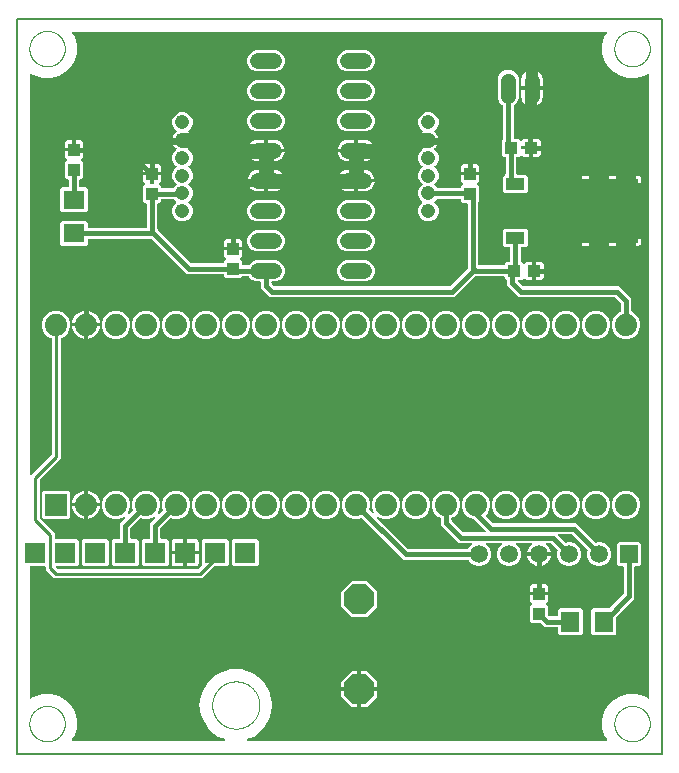
<source format=gtl>
G04 EAGLE Gerber X2 export*
G75*
%MOMM*%
%FSLAX34Y34*%
%LPD*%
%AMOC8*
5,1,8,0,0,1.08239X$1,22.5*%
G01*
%ADD10C,0.152400*%
%ADD11C,0.000000*%
%ADD12R,1.100000X1.000000*%
%ADD13R,1.803000X1.600000*%
%ADD14C,1.320800*%
%ADD15C,1.308000*%
%ADD16R,1.000000X1.100000*%
%ADD17P,2.749271X8X112.500000*%
%ADD18R,1.879600X1.879600*%
%ADD19C,1.879600*%
%ADD20C,1.508000*%
%ADD21R,1.508000X1.508000*%
%ADD22C,1.208000*%
%ADD23R,1.778000X1.778000*%
%ADD24R,6.200000X5.400000*%
%ADD25R,1.600000X1.000000*%
%ADD26R,1.600000X1.803000*%
%ADD27C,0.406400*%
%ADD28C,0.254000*%
%ADD29C,1.016000*%
%ADD30C,1.270000*%
%ADD31C,1.676400*%

G36*
X175480Y10941D02*
X175480Y10941D01*
X175593Y10957D01*
X175601Y10961D01*
X175611Y10962D01*
X175711Y11015D01*
X175813Y11066D01*
X175820Y11073D01*
X175828Y11078D01*
X175906Y11160D01*
X175987Y11241D01*
X175991Y11249D01*
X175997Y11256D01*
X176045Y11359D01*
X176096Y11461D01*
X176097Y11470D01*
X176101Y11479D01*
X176113Y11592D01*
X176129Y11705D01*
X176127Y11714D01*
X176128Y11723D01*
X176104Y11835D01*
X176082Y11946D01*
X176078Y11955D01*
X176076Y11964D01*
X176017Y12062D01*
X175961Y12161D01*
X175954Y12167D01*
X175950Y12175D01*
X175863Y12249D01*
X175779Y12325D01*
X175768Y12330D01*
X175763Y12335D01*
X175740Y12344D01*
X175628Y12399D01*
X174290Y12886D01*
X174266Y12891D01*
X174227Y12906D01*
X173598Y13075D01*
X173359Y13213D01*
X173330Y13224D01*
X173239Y13269D01*
X169840Y14506D01*
X167069Y16831D01*
X167042Y16847D01*
X166977Y16895D01*
X166968Y16902D01*
X166965Y16904D01*
X166960Y16907D01*
X166721Y17045D01*
X166261Y17505D01*
X166242Y17519D01*
X166212Y17550D01*
X161646Y21382D01*
X156297Y30646D01*
X155262Y36516D01*
X155254Y36539D01*
X155248Y36581D01*
X155079Y37209D01*
X155079Y37486D01*
X155074Y37517D01*
X155068Y37618D01*
X154440Y41180D01*
X155068Y44742D01*
X155068Y44773D01*
X155079Y44874D01*
X155079Y45151D01*
X155248Y45779D01*
X155250Y45803D01*
X155262Y45844D01*
X156297Y51714D01*
X161646Y60978D01*
X166212Y64810D01*
X166228Y64828D01*
X166261Y64855D01*
X166721Y65315D01*
X166960Y65453D01*
X166985Y65473D01*
X167069Y65529D01*
X169840Y67854D01*
X173239Y69091D01*
X173266Y69106D01*
X173359Y69147D01*
X173598Y69285D01*
X174227Y69454D01*
X174249Y69464D01*
X174290Y69474D01*
X179892Y71512D01*
X190588Y71512D01*
X196190Y69474D01*
X196214Y69469D01*
X196253Y69454D01*
X196882Y69285D01*
X197121Y69147D01*
X197150Y69136D01*
X197241Y69091D01*
X200640Y67854D01*
X203411Y65529D01*
X203438Y65513D01*
X203520Y65453D01*
X203759Y65315D01*
X204219Y64855D01*
X204239Y64841D01*
X204268Y64810D01*
X208834Y60978D01*
X214183Y51714D01*
X215218Y45844D01*
X215226Y45821D01*
X215232Y45779D01*
X215401Y45151D01*
X215401Y44874D01*
X215406Y44843D01*
X215412Y44742D01*
X216040Y41180D01*
X215412Y37618D01*
X215412Y37587D01*
X215401Y37486D01*
X215401Y37209D01*
X215232Y36581D01*
X215230Y36557D01*
X215218Y36516D01*
X214183Y30646D01*
X208834Y21382D01*
X204268Y17550D01*
X204252Y17532D01*
X204219Y17505D01*
X203759Y17045D01*
X203520Y16907D01*
X203495Y16887D01*
X203470Y16871D01*
X203446Y16858D01*
X203438Y16849D01*
X203411Y16831D01*
X200640Y14506D01*
X197241Y13269D01*
X197214Y13254D01*
X197121Y13213D01*
X196882Y13075D01*
X196253Y12906D01*
X196231Y12896D01*
X196190Y12886D01*
X194852Y12399D01*
X194753Y12344D01*
X194652Y12290D01*
X194646Y12284D01*
X194637Y12279D01*
X194561Y12195D01*
X194483Y12112D01*
X194479Y12103D01*
X194472Y12096D01*
X194427Y11992D01*
X194379Y11889D01*
X194378Y11880D01*
X194374Y11871D01*
X194364Y11757D01*
X194352Y11645D01*
X194354Y11635D01*
X194353Y11626D01*
X194380Y11516D01*
X194404Y11404D01*
X194409Y11396D01*
X194411Y11387D01*
X194472Y11291D01*
X194530Y11193D01*
X194538Y11187D01*
X194543Y11179D01*
X194630Y11107D01*
X194717Y11033D01*
X194726Y11030D01*
X194733Y11024D01*
X194839Y10984D01*
X194945Y10941D01*
X194957Y10940D01*
X194964Y10937D01*
X194987Y10937D01*
X195112Y10923D01*
X498687Y10923D01*
X498781Y10938D01*
X498876Y10947D01*
X498902Y10958D01*
X498930Y10962D01*
X499014Y11007D01*
X499101Y11045D01*
X499122Y11064D01*
X499147Y11078D01*
X499213Y11147D01*
X499283Y11211D01*
X499297Y11235D01*
X499316Y11256D01*
X499357Y11342D01*
X499403Y11426D01*
X499408Y11453D01*
X499420Y11479D01*
X499430Y11574D01*
X499448Y11667D01*
X499444Y11695D01*
X499447Y11723D01*
X499427Y11817D01*
X499413Y11911D01*
X499399Y11943D01*
X499395Y11964D01*
X499378Y11992D01*
X499346Y12065D01*
X497254Y15688D01*
X495539Y22088D01*
X495539Y28712D01*
X497254Y35112D01*
X500566Y40849D01*
X505251Y45534D01*
X510988Y48846D01*
X517388Y50561D01*
X524012Y50561D01*
X530412Y48846D01*
X534035Y46754D01*
X534124Y46720D01*
X534211Y46680D01*
X534239Y46677D01*
X534265Y46667D01*
X534361Y46663D01*
X534455Y46653D01*
X534483Y46659D01*
X534511Y46658D01*
X534603Y46685D01*
X534696Y46705D01*
X534720Y46720D01*
X534747Y46728D01*
X534825Y46783D01*
X534907Y46831D01*
X534925Y46853D01*
X534948Y46869D01*
X535005Y46946D01*
X535067Y47018D01*
X535077Y47045D01*
X535094Y47067D01*
X535123Y47158D01*
X535159Y47246D01*
X535163Y47282D01*
X535169Y47302D01*
X535169Y47334D01*
X535177Y47413D01*
X535177Y574887D01*
X535162Y574981D01*
X535153Y575076D01*
X535142Y575102D01*
X535138Y575130D01*
X535093Y575214D01*
X535055Y575301D01*
X535036Y575322D01*
X535022Y575347D01*
X534953Y575413D01*
X534889Y575483D01*
X534865Y575497D01*
X534844Y575516D01*
X534758Y575557D01*
X534674Y575603D01*
X534647Y575608D01*
X534621Y575620D01*
X534526Y575630D01*
X534433Y575648D01*
X534405Y575644D01*
X534377Y575647D01*
X534283Y575627D01*
X534189Y575613D01*
X534157Y575599D01*
X534136Y575595D01*
X534108Y575578D01*
X534035Y575546D01*
X530412Y573454D01*
X524012Y571739D01*
X517388Y571739D01*
X510988Y573454D01*
X505251Y576766D01*
X500566Y581451D01*
X497254Y587188D01*
X495539Y593588D01*
X495539Y600212D01*
X497254Y606612D01*
X499346Y610235D01*
X499380Y610324D01*
X499420Y610411D01*
X499423Y610439D01*
X499433Y610465D01*
X499437Y610561D01*
X499447Y610655D01*
X499441Y610683D01*
X499442Y610711D01*
X499415Y610803D01*
X499395Y610896D01*
X499380Y610920D01*
X499372Y610947D01*
X499317Y611025D01*
X499269Y611107D01*
X499247Y611125D01*
X499231Y611148D01*
X499154Y611205D01*
X499082Y611267D01*
X499055Y611277D01*
X499033Y611294D01*
X498942Y611323D01*
X498854Y611359D01*
X498818Y611363D01*
X498798Y611369D01*
X498766Y611369D01*
X498687Y611377D01*
X47413Y611377D01*
X47319Y611362D01*
X47224Y611353D01*
X47198Y611342D01*
X47170Y611338D01*
X47086Y611293D01*
X46999Y611255D01*
X46978Y611236D01*
X46953Y611222D01*
X46887Y611153D01*
X46817Y611089D01*
X46803Y611065D01*
X46784Y611044D01*
X46743Y610958D01*
X46697Y610874D01*
X46692Y610847D01*
X46680Y610821D01*
X46670Y610726D01*
X46652Y610633D01*
X46656Y610605D01*
X46653Y610577D01*
X46673Y610483D01*
X46687Y610389D01*
X46701Y610357D01*
X46705Y610336D01*
X46722Y610308D01*
X46754Y610235D01*
X48846Y606612D01*
X50561Y600212D01*
X50561Y593588D01*
X48846Y587188D01*
X45534Y581451D01*
X40849Y576766D01*
X35112Y573454D01*
X28712Y571739D01*
X22088Y571739D01*
X15688Y573454D01*
X12065Y575546D01*
X11976Y575580D01*
X11889Y575620D01*
X11861Y575623D01*
X11835Y575633D01*
X11739Y575637D01*
X11645Y575647D01*
X11617Y575641D01*
X11589Y575642D01*
X11497Y575615D01*
X11404Y575595D01*
X11380Y575580D01*
X11353Y575572D01*
X11275Y575517D01*
X11193Y575469D01*
X11175Y575447D01*
X11152Y575431D01*
X11095Y575354D01*
X11033Y575282D01*
X11023Y575255D01*
X11006Y575233D01*
X10977Y575142D01*
X10941Y575054D01*
X10937Y575018D01*
X10931Y574998D01*
X10931Y574966D01*
X10923Y574887D01*
X10923Y236590D01*
X10934Y236519D01*
X10936Y236447D01*
X10954Y236398D01*
X10962Y236347D01*
X10996Y236284D01*
X11021Y236216D01*
X11053Y236176D01*
X11078Y236130D01*
X11130Y236080D01*
X11174Y236024D01*
X11218Y235996D01*
X11256Y235960D01*
X11321Y235930D01*
X11381Y235891D01*
X11432Y235879D01*
X11479Y235857D01*
X11550Y235849D01*
X11620Y235831D01*
X11672Y235835D01*
X11723Y235830D01*
X11794Y235845D01*
X11865Y235850D01*
X11913Y235871D01*
X11964Y235882D01*
X12025Y235919D01*
X12091Y235947D01*
X12147Y235991D01*
X12175Y236008D01*
X12190Y236026D01*
X12222Y236051D01*
X13884Y237714D01*
X28986Y252816D01*
X29039Y252889D01*
X29099Y252959D01*
X29111Y252989D01*
X29130Y253015D01*
X29157Y253102D01*
X29191Y253187D01*
X29195Y253228D01*
X29202Y253250D01*
X29201Y253283D01*
X29209Y253354D01*
X29209Y351367D01*
X29190Y351482D01*
X29173Y351598D01*
X29171Y351604D01*
X29170Y351610D01*
X29115Y351713D01*
X29062Y351818D01*
X29057Y351822D01*
X29054Y351828D01*
X28970Y351907D01*
X28886Y351990D01*
X28880Y351993D01*
X28876Y351997D01*
X28859Y352005D01*
X28739Y352071D01*
X26257Y353099D01*
X22899Y356457D01*
X21081Y360845D01*
X21081Y365595D01*
X22899Y369983D01*
X26257Y373341D01*
X30645Y375159D01*
X35395Y375159D01*
X39783Y373341D01*
X43141Y369983D01*
X44959Y365595D01*
X44959Y360845D01*
X43141Y356457D01*
X39783Y353099D01*
X37301Y352071D01*
X37201Y352009D01*
X37101Y351949D01*
X37097Y351944D01*
X37092Y351941D01*
X37017Y351851D01*
X36941Y351762D01*
X36939Y351756D01*
X36935Y351752D01*
X36893Y351644D01*
X36849Y351534D01*
X36848Y351527D01*
X36847Y351522D01*
X36846Y351504D01*
X36831Y351367D01*
X36831Y249882D01*
X19274Y232324D01*
X19221Y232251D01*
X19161Y232181D01*
X19149Y232151D01*
X19130Y232125D01*
X19103Y232038D01*
X19069Y231953D01*
X19065Y231912D01*
X19058Y231890D01*
X19059Y231857D01*
X19051Y231786D01*
X19051Y200014D01*
X19065Y199924D01*
X19073Y199833D01*
X19085Y199803D01*
X19090Y199771D01*
X19133Y199690D01*
X19169Y199606D01*
X19195Y199574D01*
X19206Y199554D01*
X19229Y199531D01*
X19274Y199476D01*
X31751Y186998D01*
X31751Y182372D01*
X31754Y182352D01*
X31752Y182333D01*
X31774Y182231D01*
X31790Y182129D01*
X31800Y182112D01*
X31804Y182092D01*
X31857Y182003D01*
X31906Y181912D01*
X31920Y181898D01*
X31930Y181881D01*
X32009Y181814D01*
X32084Y181742D01*
X32102Y181734D01*
X32117Y181721D01*
X32213Y181682D01*
X32307Y181639D01*
X32327Y181637D01*
X32345Y181629D01*
X32512Y181611D01*
X50582Y181611D01*
X52071Y180122D01*
X52071Y160238D01*
X50582Y158749D01*
X33898Y158749D01*
X33827Y158738D01*
X33755Y158736D01*
X33706Y158718D01*
X33655Y158710D01*
X33592Y158676D01*
X33524Y158651D01*
X33484Y158619D01*
X33438Y158594D01*
X33388Y158542D01*
X33332Y158498D01*
X33304Y158454D01*
X33268Y158416D01*
X33238Y158351D01*
X33199Y158291D01*
X33187Y158240D01*
X33165Y158193D01*
X33157Y158122D01*
X33139Y158052D01*
X33143Y158000D01*
X33138Y157949D01*
X33153Y157878D01*
X33158Y157807D01*
X33179Y157759D01*
X33190Y157708D01*
X33227Y157647D01*
X33255Y157581D01*
X33299Y157525D01*
X33316Y157497D01*
X33334Y157482D01*
X33359Y157450D01*
X34376Y156434D01*
X34450Y156381D01*
X34519Y156321D01*
X34549Y156309D01*
X34575Y156290D01*
X34662Y156263D01*
X34747Y156229D01*
X34788Y156225D01*
X34810Y156218D01*
X34843Y156219D01*
X34914Y156211D01*
X153046Y156211D01*
X153136Y156225D01*
X153227Y156233D01*
X153257Y156245D01*
X153289Y156250D01*
X153369Y156293D01*
X153454Y156329D01*
X153486Y156355D01*
X153506Y156366D01*
X153528Y156389D01*
X153584Y156434D01*
X156261Y159110D01*
X156272Y159126D01*
X156288Y159138D01*
X156344Y159226D01*
X156404Y159309D01*
X156410Y159328D01*
X156421Y159345D01*
X156446Y159446D01*
X156476Y159545D01*
X156476Y159564D01*
X156481Y159584D01*
X156473Y159687D01*
X156470Y159790D01*
X156463Y159809D01*
X156462Y159829D01*
X156421Y159924D01*
X156386Y160021D01*
X156373Y160037D01*
X156365Y160055D01*
X156261Y160186D01*
X156209Y160238D01*
X156209Y180122D01*
X157698Y181611D01*
X177582Y181611D01*
X179071Y180122D01*
X179071Y160238D01*
X177582Y158749D01*
X166994Y158749D01*
X166904Y158735D01*
X166813Y158727D01*
X166783Y158715D01*
X166751Y158710D01*
X166670Y158667D01*
X166586Y158631D01*
X166554Y158605D01*
X166534Y158594D01*
X166511Y158571D01*
X166456Y158526D01*
X156518Y148589D01*
X31442Y148589D01*
X24129Y155902D01*
X24129Y157988D01*
X24126Y158008D01*
X24128Y158027D01*
X24106Y158129D01*
X24090Y158231D01*
X24080Y158248D01*
X24076Y158268D01*
X24023Y158357D01*
X23974Y158448D01*
X23960Y158462D01*
X23950Y158479D01*
X23871Y158546D01*
X23796Y158618D01*
X23778Y158626D01*
X23763Y158639D01*
X23667Y158678D01*
X23573Y158721D01*
X23553Y158723D01*
X23535Y158731D01*
X23368Y158749D01*
X11684Y158749D01*
X11664Y158746D01*
X11645Y158748D01*
X11543Y158726D01*
X11441Y158710D01*
X11424Y158700D01*
X11404Y158696D01*
X11315Y158643D01*
X11224Y158594D01*
X11210Y158580D01*
X11193Y158570D01*
X11126Y158491D01*
X11054Y158416D01*
X11046Y158398D01*
X11033Y158383D01*
X10994Y158287D01*
X10951Y158193D01*
X10949Y158173D01*
X10941Y158155D01*
X10923Y157988D01*
X10923Y47413D01*
X10938Y47319D01*
X10947Y47224D01*
X10958Y47198D01*
X10962Y47170D01*
X11007Y47086D01*
X11045Y46999D01*
X11064Y46978D01*
X11078Y46953D01*
X11147Y46887D01*
X11211Y46817D01*
X11235Y46803D01*
X11256Y46784D01*
X11342Y46743D01*
X11426Y46697D01*
X11453Y46692D01*
X11479Y46680D01*
X11574Y46670D01*
X11667Y46652D01*
X11695Y46656D01*
X11723Y46653D01*
X11817Y46673D01*
X11911Y46687D01*
X11943Y46701D01*
X11964Y46705D01*
X11992Y46722D01*
X12065Y46754D01*
X15688Y48846D01*
X22088Y50561D01*
X28712Y50561D01*
X35112Y48846D01*
X40849Y45534D01*
X45534Y40849D01*
X48846Y35112D01*
X50561Y28712D01*
X50561Y22088D01*
X48846Y15688D01*
X46754Y12065D01*
X46720Y11976D01*
X46680Y11889D01*
X46677Y11861D01*
X46667Y11835D01*
X46663Y11739D01*
X46653Y11645D01*
X46659Y11617D01*
X46658Y11589D01*
X46685Y11497D01*
X46705Y11404D01*
X46720Y11380D01*
X46728Y11353D01*
X46783Y11275D01*
X46831Y11193D01*
X46853Y11175D01*
X46869Y11152D01*
X46946Y11095D01*
X47018Y11033D01*
X47045Y11023D01*
X47067Y11006D01*
X47158Y10977D01*
X47246Y10941D01*
X47282Y10937D01*
X47302Y10931D01*
X47334Y10931D01*
X47413Y10923D01*
X175368Y10923D01*
X175480Y10941D01*
G37*
%LPC*%
G36*
X513245Y351281D02*
X513245Y351281D01*
X508857Y353099D01*
X505499Y356457D01*
X503681Y360845D01*
X503681Y365595D01*
X505499Y369983D01*
X508857Y373341D01*
X510577Y374054D01*
X510677Y374115D01*
X510777Y374175D01*
X510781Y374180D01*
X510786Y374183D01*
X510861Y374273D01*
X510937Y374362D01*
X510939Y374368D01*
X510943Y374373D01*
X510985Y374481D01*
X511029Y374590D01*
X511030Y374598D01*
X511031Y374602D01*
X511032Y374621D01*
X511047Y374757D01*
X511047Y381331D01*
X511033Y381421D01*
X511025Y381512D01*
X511013Y381541D01*
X511008Y381573D01*
X510965Y381654D01*
X510929Y381738D01*
X510903Y381770D01*
X510892Y381791D01*
X510869Y381813D01*
X510824Y381869D01*
X506329Y386364D01*
X506255Y386417D01*
X506185Y386477D01*
X506155Y386489D01*
X506129Y386508D01*
X506042Y386535D01*
X505957Y386569D01*
X505916Y386573D01*
X505894Y386580D01*
X505862Y386579D01*
X505791Y386587D01*
X424826Y386587D01*
X414527Y396886D01*
X414527Y400764D01*
X414513Y400854D01*
X414505Y400945D01*
X414493Y400975D01*
X414488Y401007D01*
X414445Y401088D01*
X414409Y401172D01*
X414383Y401204D01*
X414372Y401224D01*
X414349Y401247D01*
X414304Y401303D01*
X412719Y402888D01*
X412719Y403606D01*
X412716Y403626D01*
X412718Y403645D01*
X412696Y403747D01*
X412680Y403849D01*
X412670Y403866D01*
X412666Y403886D01*
X412613Y403975D01*
X412564Y404066D01*
X412550Y404080D01*
X412540Y404097D01*
X412461Y404164D01*
X412386Y404236D01*
X412368Y404244D01*
X412353Y404257D01*
X412257Y404296D01*
X412163Y404339D01*
X412143Y404341D01*
X412125Y404349D01*
X411958Y404367D01*
X388289Y404367D01*
X388199Y404353D01*
X388108Y404345D01*
X388079Y404333D01*
X388047Y404328D01*
X387966Y404285D01*
X387882Y404249D01*
X387850Y404223D01*
X387829Y404212D01*
X387807Y404189D01*
X387751Y404144D01*
X370194Y386587D01*
X214006Y386587D01*
X206247Y394346D01*
X206247Y399034D01*
X206244Y399054D01*
X206246Y399073D01*
X206224Y399175D01*
X206208Y399277D01*
X206198Y399294D01*
X206194Y399314D01*
X206141Y399403D01*
X206092Y399494D01*
X206078Y399508D01*
X206068Y399525D01*
X205989Y399592D01*
X205914Y399664D01*
X205896Y399672D01*
X205881Y399685D01*
X205785Y399724D01*
X205691Y399767D01*
X205671Y399769D01*
X205653Y399777D01*
X205486Y399795D01*
X202397Y399795D01*
X199036Y401187D01*
X196463Y403760D01*
X196407Y403897D01*
X196345Y403997D01*
X196285Y404097D01*
X196280Y404101D01*
X196277Y404106D01*
X196187Y404181D01*
X196098Y404257D01*
X196092Y404259D01*
X196088Y404263D01*
X195979Y404305D01*
X195870Y404349D01*
X195863Y404350D01*
X195858Y404351D01*
X195840Y404352D01*
X195703Y404367D01*
X191056Y404367D01*
X190966Y404353D01*
X190875Y404345D01*
X190845Y404333D01*
X190813Y404328D01*
X190732Y404285D01*
X190648Y404249D01*
X190616Y404223D01*
X190596Y404212D01*
X190573Y404189D01*
X190517Y404144D01*
X188932Y402559D01*
X176828Y402559D01*
X175339Y404048D01*
X175339Y405266D01*
X175337Y405279D01*
X175338Y405290D01*
X175337Y405295D01*
X175338Y405305D01*
X175316Y405407D01*
X175300Y405509D01*
X175290Y405526D01*
X175286Y405546D01*
X175233Y405635D01*
X175184Y405726D01*
X175170Y405740D01*
X175160Y405757D01*
X175081Y405824D01*
X175006Y405896D01*
X174988Y405904D01*
X174973Y405917D01*
X174877Y405956D01*
X174783Y405999D01*
X174763Y406001D01*
X174745Y406009D01*
X174578Y406027D01*
X143766Y406027D01*
X114149Y435644D01*
X114075Y435697D01*
X114005Y435757D01*
X113975Y435769D01*
X113949Y435788D01*
X113862Y435815D01*
X113777Y435849D01*
X113736Y435853D01*
X113714Y435860D01*
X113682Y435859D01*
X113611Y435867D01*
X60577Y435867D01*
X60557Y435864D01*
X60538Y435866D01*
X60436Y435844D01*
X60334Y435828D01*
X60317Y435818D01*
X60297Y435814D01*
X60208Y435761D01*
X60117Y435712D01*
X60103Y435698D01*
X60086Y435688D01*
X60019Y435609D01*
X59947Y435534D01*
X59939Y435516D01*
X59926Y435501D01*
X59887Y435405D01*
X59844Y435311D01*
X59842Y435291D01*
X59834Y435273D01*
X59816Y435106D01*
X59816Y431388D01*
X58327Y429899D01*
X38193Y429899D01*
X36704Y431388D01*
X36704Y449492D01*
X38193Y450981D01*
X58327Y450981D01*
X59816Y449492D01*
X59816Y445774D01*
X59819Y445754D01*
X59817Y445735D01*
X59839Y445633D01*
X59855Y445531D01*
X59865Y445514D01*
X59869Y445494D01*
X59922Y445405D01*
X59971Y445314D01*
X59985Y445300D01*
X59995Y445283D01*
X60074Y445216D01*
X60149Y445144D01*
X60167Y445136D01*
X60182Y445123D01*
X60278Y445084D01*
X60372Y445041D01*
X60392Y445039D01*
X60410Y445031D01*
X60577Y445013D01*
X108966Y445013D01*
X108986Y445016D01*
X109005Y445014D01*
X109107Y445036D01*
X109209Y445052D01*
X109226Y445062D01*
X109246Y445066D01*
X109335Y445119D01*
X109426Y445168D01*
X109440Y445182D01*
X109457Y445192D01*
X109524Y445271D01*
X109596Y445346D01*
X109604Y445364D01*
X109617Y445379D01*
X109656Y445475D01*
X109699Y445569D01*
X109701Y445589D01*
X109709Y445607D01*
X109727Y445774D01*
X109727Y465298D01*
X109724Y465318D01*
X109726Y465337D01*
X109704Y465439D01*
X109688Y465541D01*
X109678Y465558D01*
X109674Y465578D01*
X109621Y465667D01*
X109572Y465758D01*
X109558Y465772D01*
X109548Y465789D01*
X109469Y465856D01*
X109394Y465928D01*
X109376Y465936D01*
X109361Y465949D01*
X109265Y465988D01*
X109171Y466031D01*
X109151Y466033D01*
X109133Y466041D01*
X108966Y466059D01*
X108248Y466059D01*
X106759Y467548D01*
X106759Y480652D01*
X108264Y482158D01*
X108333Y482253D01*
X108404Y482350D01*
X108406Y482354D01*
X108408Y482357D01*
X108443Y482470D01*
X108479Y482584D01*
X108479Y482588D01*
X108480Y482592D01*
X108477Y482711D01*
X108475Y482830D01*
X108474Y482834D01*
X108474Y482838D01*
X108433Y482950D01*
X108394Y483062D01*
X108391Y483065D01*
X108390Y483069D01*
X108315Y483163D01*
X108242Y483256D01*
X108238Y483259D01*
X108236Y483261D01*
X108224Y483269D01*
X108107Y483355D01*
X107740Y483567D01*
X107267Y484040D01*
X106932Y484619D01*
X106759Y485266D01*
X106759Y489577D01*
X112777Y489577D01*
X112777Y482902D01*
X112780Y482882D01*
X112778Y482863D01*
X112800Y482761D01*
X112817Y482659D01*
X112826Y482642D01*
X112830Y482622D01*
X112883Y482533D01*
X112932Y482442D01*
X112946Y482428D01*
X112956Y482411D01*
X113035Y482344D01*
X113110Y482272D01*
X113128Y482264D01*
X113143Y482251D01*
X113239Y482212D01*
X113333Y482169D01*
X113353Y482167D01*
X113371Y482159D01*
X113538Y482141D01*
X115062Y482141D01*
X115082Y482144D01*
X115101Y482142D01*
X115203Y482164D01*
X115305Y482180D01*
X115322Y482190D01*
X115342Y482194D01*
X115431Y482247D01*
X115522Y482296D01*
X115536Y482310D01*
X115553Y482320D01*
X115620Y482399D01*
X115691Y482474D01*
X115700Y482492D01*
X115713Y482507D01*
X115752Y482603D01*
X115795Y482697D01*
X115797Y482717D01*
X115805Y482735D01*
X115823Y482902D01*
X115823Y489577D01*
X121841Y489577D01*
X121841Y485266D01*
X121668Y484619D01*
X121333Y484040D01*
X120860Y483567D01*
X120493Y483355D01*
X120400Y483279D01*
X120308Y483206D01*
X120306Y483202D01*
X120303Y483199D01*
X120239Y483098D01*
X120175Y482999D01*
X120174Y482995D01*
X120172Y482991D01*
X120144Y482875D01*
X120115Y482760D01*
X120116Y482756D01*
X120115Y482752D01*
X120125Y482633D01*
X120134Y482515D01*
X120136Y482511D01*
X120136Y482507D01*
X120184Y482397D01*
X120231Y482289D01*
X120234Y482285D01*
X120235Y482282D01*
X120245Y482271D01*
X120336Y482158D01*
X121841Y480652D01*
X121841Y479434D01*
X121844Y479414D01*
X121842Y479395D01*
X121864Y479293D01*
X121880Y479191D01*
X121890Y479174D01*
X121894Y479154D01*
X121947Y479065D01*
X121996Y478974D01*
X122010Y478960D01*
X122020Y478943D01*
X122099Y478876D01*
X122174Y478804D01*
X122192Y478796D01*
X122207Y478783D01*
X122303Y478744D01*
X122397Y478701D01*
X122417Y478699D01*
X122435Y478691D01*
X122602Y478673D01*
X131932Y478673D01*
X132047Y478692D01*
X132163Y478709D01*
X132169Y478711D01*
X132175Y478712D01*
X132277Y478767D01*
X132382Y478820D01*
X132387Y478825D01*
X132392Y478828D01*
X132472Y478912D01*
X132554Y478996D01*
X132558Y479002D01*
X132562Y479006D01*
X132569Y479023D01*
X132635Y479143D01*
X132726Y479361D01*
X134827Y481462D01*
X134838Y481478D01*
X134854Y481490D01*
X134910Y481578D01*
X134970Y481661D01*
X134976Y481680D01*
X134987Y481697D01*
X135012Y481798D01*
X135043Y481897D01*
X135042Y481916D01*
X135047Y481936D01*
X135039Y482039D01*
X135036Y482142D01*
X135029Y482161D01*
X135028Y482181D01*
X134987Y482276D01*
X134952Y482373D01*
X134939Y482389D01*
X134932Y482407D01*
X134827Y482538D01*
X132726Y484639D01*
X131419Y487793D01*
X131419Y491207D01*
X132726Y494361D01*
X134827Y496462D01*
X134838Y496478D01*
X134854Y496490D01*
X134910Y496578D01*
X134970Y496661D01*
X134976Y496680D01*
X134987Y496697D01*
X135012Y496798D01*
X135043Y496897D01*
X135042Y496916D01*
X135047Y496936D01*
X135039Y497039D01*
X135036Y497142D01*
X135029Y497161D01*
X135028Y497181D01*
X134987Y497276D01*
X134952Y497373D01*
X134939Y497389D01*
X134932Y497407D01*
X134827Y497538D01*
X132726Y499639D01*
X131419Y502793D01*
X131419Y506207D01*
X132726Y509361D01*
X134875Y511510D01*
X134930Y511587D01*
X134991Y511659D01*
X135002Y511686D01*
X135019Y511710D01*
X135046Y511800D01*
X135081Y511888D01*
X135082Y511917D01*
X135091Y511945D01*
X135089Y512039D01*
X135093Y512133D01*
X135085Y512162D01*
X135085Y512191D01*
X135052Y512279D01*
X135027Y512370D01*
X135010Y512394D01*
X135000Y512422D01*
X134941Y512496D01*
X134888Y512573D01*
X134860Y512597D01*
X134847Y512614D01*
X134819Y512632D01*
X134760Y512681D01*
X134530Y512835D01*
X133335Y514030D01*
X132396Y515435D01*
X131749Y516997D01*
X131554Y517977D01*
X139238Y517977D01*
X139258Y517980D01*
X139277Y517978D01*
X139379Y518000D01*
X139481Y518017D01*
X139498Y518026D01*
X139518Y518030D01*
X139607Y518083D01*
X139698Y518132D01*
X139712Y518146D01*
X139729Y518156D01*
X139796Y518235D01*
X139867Y518310D01*
X139876Y518328D01*
X139889Y518343D01*
X139927Y518439D01*
X139971Y518533D01*
X139973Y518553D01*
X139981Y518571D01*
X139999Y518738D01*
X139999Y520262D01*
X139996Y520282D01*
X139998Y520301D01*
X139976Y520403D01*
X139959Y520505D01*
X139950Y520522D01*
X139946Y520542D01*
X139893Y520631D01*
X139844Y520722D01*
X139830Y520736D01*
X139820Y520753D01*
X139741Y520820D01*
X139666Y520891D01*
X139648Y520900D01*
X139633Y520913D01*
X139537Y520952D01*
X139443Y520995D01*
X139423Y520997D01*
X139405Y521005D01*
X139238Y521023D01*
X131554Y521023D01*
X131749Y522003D01*
X132396Y523565D01*
X133335Y524970D01*
X134530Y526165D01*
X134760Y526319D01*
X134829Y526383D01*
X134902Y526442D01*
X134918Y526466D01*
X134940Y526486D01*
X134984Y526569D01*
X135035Y526649D01*
X135043Y526677D01*
X135056Y526703D01*
X135072Y526796D01*
X135095Y526887D01*
X135093Y526916D01*
X135098Y526945D01*
X135084Y527038D01*
X135076Y527133D01*
X135065Y527159D01*
X135060Y527188D01*
X135017Y527272D01*
X134980Y527359D01*
X134957Y527388D01*
X134947Y527407D01*
X134923Y527429D01*
X134875Y527490D01*
X132726Y529639D01*
X131419Y532793D01*
X131419Y536207D01*
X132726Y539361D01*
X135139Y541774D01*
X138293Y543081D01*
X141707Y543081D01*
X144861Y541774D01*
X147274Y539361D01*
X148581Y536207D01*
X148581Y532793D01*
X147274Y529639D01*
X145125Y527490D01*
X145070Y527413D01*
X145009Y527341D01*
X144998Y527314D01*
X144981Y527290D01*
X144954Y527200D01*
X144919Y527112D01*
X144918Y527083D01*
X144909Y527055D01*
X144911Y526961D01*
X144907Y526866D01*
X144915Y526838D01*
X144915Y526809D01*
X144948Y526720D01*
X144973Y526630D01*
X144990Y526606D01*
X145000Y526578D01*
X145059Y526504D01*
X145112Y526427D01*
X145140Y526403D01*
X145153Y526386D01*
X145181Y526368D01*
X145240Y526319D01*
X145470Y526165D01*
X146665Y524970D01*
X147604Y523565D01*
X148251Y522003D01*
X148446Y521023D01*
X140762Y521023D01*
X140742Y521020D01*
X140723Y521022D01*
X140621Y521000D01*
X140519Y520983D01*
X140502Y520974D01*
X140482Y520970D01*
X140393Y520917D01*
X140302Y520868D01*
X140288Y520854D01*
X140271Y520844D01*
X140204Y520765D01*
X140133Y520690D01*
X140124Y520672D01*
X140111Y520657D01*
X140073Y520561D01*
X140029Y520467D01*
X140027Y520447D01*
X140019Y520429D01*
X140001Y520262D01*
X140001Y518738D01*
X140004Y518718D01*
X140002Y518699D01*
X140024Y518597D01*
X140041Y518495D01*
X140050Y518478D01*
X140054Y518458D01*
X140107Y518369D01*
X140156Y518278D01*
X140170Y518264D01*
X140180Y518247D01*
X140259Y518180D01*
X140334Y518109D01*
X140352Y518100D01*
X140367Y518087D01*
X140463Y518048D01*
X140557Y518005D01*
X140577Y518003D01*
X140595Y517995D01*
X140762Y517977D01*
X148446Y517977D01*
X148251Y516997D01*
X147604Y515435D01*
X146665Y514030D01*
X145470Y512835D01*
X145240Y512681D01*
X145171Y512617D01*
X145098Y512558D01*
X145082Y512534D01*
X145060Y512514D01*
X145016Y512431D01*
X144965Y512351D01*
X144957Y512323D01*
X144944Y512297D01*
X144928Y512204D01*
X144905Y512113D01*
X144907Y512083D01*
X144902Y512055D01*
X144916Y511961D01*
X144924Y511867D01*
X144935Y511841D01*
X144940Y511812D01*
X144983Y511728D01*
X145020Y511641D01*
X145043Y511612D01*
X145053Y511593D01*
X145077Y511570D01*
X145125Y511510D01*
X147274Y509361D01*
X148581Y506207D01*
X148581Y502793D01*
X147274Y499639D01*
X145173Y497538D01*
X145162Y497522D01*
X145146Y497510D01*
X145090Y497422D01*
X145030Y497339D01*
X145024Y497320D01*
X145013Y497303D01*
X144988Y497202D01*
X144957Y497103D01*
X144958Y497084D01*
X144953Y497064D01*
X144961Y496961D01*
X144964Y496858D01*
X144971Y496839D01*
X144972Y496819D01*
X145013Y496724D01*
X145048Y496627D01*
X145061Y496611D01*
X145068Y496593D01*
X145173Y496462D01*
X147274Y494361D01*
X148581Y491207D01*
X148581Y487793D01*
X147274Y484639D01*
X145173Y482538D01*
X145162Y482522D01*
X145146Y482510D01*
X145090Y482422D01*
X145030Y482339D01*
X145024Y482320D01*
X145013Y482303D01*
X144988Y482202D01*
X144957Y482103D01*
X144958Y482084D01*
X144953Y482064D01*
X144961Y481961D01*
X144964Y481858D01*
X144971Y481839D01*
X144972Y481819D01*
X145013Y481724D01*
X145048Y481627D01*
X145061Y481611D01*
X145068Y481593D01*
X145173Y481462D01*
X147274Y479361D01*
X148581Y476207D01*
X148581Y472793D01*
X147274Y469639D01*
X145173Y467538D01*
X145162Y467522D01*
X145146Y467510D01*
X145090Y467422D01*
X145030Y467339D01*
X145024Y467320D01*
X145013Y467303D01*
X144988Y467202D01*
X144957Y467103D01*
X144958Y467084D01*
X144953Y467064D01*
X144961Y466961D01*
X144964Y466858D01*
X144971Y466839D01*
X144972Y466819D01*
X145013Y466724D01*
X145048Y466627D01*
X145061Y466611D01*
X145068Y466593D01*
X145173Y466462D01*
X147274Y464361D01*
X148581Y461207D01*
X148581Y457793D01*
X147274Y454639D01*
X144861Y452226D01*
X141707Y450919D01*
X138293Y450919D01*
X135139Y452226D01*
X132726Y454639D01*
X131419Y457793D01*
X131419Y461207D01*
X132726Y464361D01*
X134827Y466462D01*
X134838Y466478D01*
X134854Y466490D01*
X134910Y466578D01*
X134970Y466661D01*
X134976Y466680D01*
X134987Y466697D01*
X135012Y466798D01*
X135043Y466897D01*
X135042Y466916D01*
X135047Y466936D01*
X135039Y467039D01*
X135036Y467142D01*
X135029Y467161D01*
X135028Y467181D01*
X134987Y467276D01*
X134952Y467373D01*
X134939Y467389D01*
X134932Y467407D01*
X134827Y467538D01*
X133061Y469304D01*
X132987Y469357D01*
X132917Y469417D01*
X132887Y469429D01*
X132861Y469448D01*
X132774Y469475D01*
X132689Y469509D01*
X132648Y469513D01*
X132626Y469520D01*
X132594Y469519D01*
X132522Y469527D01*
X122602Y469527D01*
X122582Y469524D01*
X122563Y469526D01*
X122461Y469504D01*
X122359Y469488D01*
X122342Y469478D01*
X122322Y469474D01*
X122233Y469421D01*
X122142Y469372D01*
X122128Y469358D01*
X122111Y469348D01*
X122044Y469269D01*
X121972Y469194D01*
X121964Y469176D01*
X121951Y469161D01*
X121912Y469065D01*
X121869Y468971D01*
X121867Y468951D01*
X121859Y468933D01*
X121841Y468766D01*
X121841Y467548D01*
X120352Y466059D01*
X119634Y466059D01*
X119614Y466056D01*
X119595Y466058D01*
X119493Y466036D01*
X119391Y466020D01*
X119374Y466010D01*
X119354Y466006D01*
X119265Y465953D01*
X119174Y465904D01*
X119160Y465890D01*
X119143Y465880D01*
X119076Y465801D01*
X119004Y465726D01*
X118996Y465708D01*
X118983Y465693D01*
X118944Y465597D01*
X118901Y465503D01*
X118899Y465483D01*
X118891Y465465D01*
X118873Y465298D01*
X118873Y444169D01*
X118887Y444079D01*
X118895Y443988D01*
X118907Y443959D01*
X118912Y443927D01*
X118955Y443846D01*
X118991Y443762D01*
X119017Y443730D01*
X119028Y443709D01*
X119051Y443687D01*
X119096Y443631D01*
X147331Y415396D01*
X147405Y415343D01*
X147475Y415283D01*
X147505Y415271D01*
X147531Y415252D01*
X147618Y415225D01*
X147703Y415191D01*
X147744Y415187D01*
X147766Y415180D01*
X147798Y415181D01*
X147869Y415173D01*
X174578Y415173D01*
X174598Y415176D01*
X174617Y415174D01*
X174719Y415196D01*
X174821Y415212D01*
X174838Y415222D01*
X174858Y415226D01*
X174947Y415279D01*
X175038Y415328D01*
X175052Y415342D01*
X175069Y415352D01*
X175136Y415431D01*
X175208Y415506D01*
X175216Y415524D01*
X175229Y415539D01*
X175268Y415635D01*
X175311Y415729D01*
X175313Y415749D01*
X175321Y415767D01*
X175339Y415934D01*
X175339Y417152D01*
X176844Y418658D01*
X176913Y418753D01*
X176984Y418850D01*
X176986Y418854D01*
X176988Y418857D01*
X177023Y418970D01*
X177059Y419084D01*
X177059Y419088D01*
X177060Y419092D01*
X177057Y419211D01*
X177055Y419330D01*
X177054Y419334D01*
X177054Y419338D01*
X177013Y419450D01*
X176974Y419562D01*
X176971Y419565D01*
X176970Y419569D01*
X176895Y419663D01*
X176822Y419756D01*
X176818Y419759D01*
X176816Y419761D01*
X176804Y419769D01*
X176687Y419855D01*
X176320Y420067D01*
X175847Y420540D01*
X175512Y421119D01*
X175339Y421766D01*
X175339Y426077D01*
X182118Y426077D01*
X182138Y426080D01*
X182157Y426078D01*
X182259Y426100D01*
X182361Y426117D01*
X182378Y426126D01*
X182398Y426130D01*
X182487Y426183D01*
X182578Y426232D01*
X182592Y426246D01*
X182609Y426256D01*
X182676Y426335D01*
X182747Y426410D01*
X182756Y426428D01*
X182769Y426443D01*
X182808Y426539D01*
X182851Y426633D01*
X182853Y426653D01*
X182861Y426671D01*
X182879Y426838D01*
X182879Y427601D01*
X182881Y427601D01*
X182881Y426838D01*
X182884Y426818D01*
X182882Y426799D01*
X182904Y426697D01*
X182921Y426595D01*
X182930Y426578D01*
X182934Y426558D01*
X182987Y426469D01*
X183036Y426378D01*
X183050Y426364D01*
X183060Y426347D01*
X183139Y426280D01*
X183214Y426209D01*
X183232Y426200D01*
X183247Y426187D01*
X183343Y426148D01*
X183437Y426105D01*
X183457Y426103D01*
X183475Y426095D01*
X183642Y426077D01*
X190421Y426077D01*
X190421Y421766D01*
X190248Y421119D01*
X189913Y420540D01*
X189440Y420067D01*
X189073Y419855D01*
X188980Y419779D01*
X188888Y419706D01*
X188886Y419702D01*
X188883Y419699D01*
X188819Y419598D01*
X188755Y419499D01*
X188754Y419495D01*
X188752Y419491D01*
X188724Y419375D01*
X188695Y419260D01*
X188696Y419256D01*
X188695Y419252D01*
X188705Y419133D01*
X188714Y419015D01*
X188716Y419011D01*
X188716Y419007D01*
X188764Y418897D01*
X188811Y418789D01*
X188814Y418785D01*
X188815Y418782D01*
X188825Y418771D01*
X188916Y418658D01*
X190421Y417152D01*
X190421Y414274D01*
X190424Y414254D01*
X190422Y414235D01*
X190444Y414133D01*
X190460Y414031D01*
X190470Y414014D01*
X190474Y413994D01*
X190527Y413905D01*
X190576Y413814D01*
X190590Y413800D01*
X190600Y413783D01*
X190679Y413716D01*
X190754Y413644D01*
X190772Y413636D01*
X190787Y413623D01*
X190883Y413584D01*
X190977Y413541D01*
X190997Y413539D01*
X191015Y413531D01*
X191182Y413513D01*
X195703Y413513D01*
X195818Y413532D01*
X195934Y413549D01*
X195940Y413551D01*
X195946Y413552D01*
X196049Y413607D01*
X196153Y413660D01*
X196158Y413665D01*
X196163Y413668D01*
X196244Y413752D01*
X196326Y413836D01*
X196329Y413842D01*
X196333Y413846D01*
X196341Y413863D01*
X196407Y413983D01*
X196463Y414120D01*
X199036Y416693D01*
X202397Y418085D01*
X219243Y418085D01*
X222604Y416693D01*
X225177Y414120D01*
X226569Y410759D01*
X226569Y407121D01*
X225177Y403760D01*
X222604Y401187D01*
X219243Y399795D01*
X216154Y399795D01*
X216134Y399792D01*
X216115Y399794D01*
X216013Y399772D01*
X215911Y399756D01*
X215894Y399746D01*
X215874Y399742D01*
X215785Y399689D01*
X215694Y399640D01*
X215680Y399626D01*
X215663Y399616D01*
X215596Y399537D01*
X215524Y399462D01*
X215516Y399444D01*
X215503Y399429D01*
X215464Y399333D01*
X215421Y399239D01*
X215419Y399219D01*
X215411Y399201D01*
X215393Y399034D01*
X215393Y398449D01*
X215407Y398359D01*
X215415Y398268D01*
X215427Y398239D01*
X215432Y398207D01*
X215475Y398126D01*
X215511Y398042D01*
X215537Y398010D01*
X215548Y397989D01*
X215571Y397967D01*
X215616Y397911D01*
X217571Y395956D01*
X217645Y395903D01*
X217715Y395843D01*
X217745Y395831D01*
X217771Y395812D01*
X217858Y395785D01*
X217943Y395751D01*
X217984Y395747D01*
X218006Y395740D01*
X218038Y395741D01*
X218109Y395733D01*
X366091Y395733D01*
X366181Y395747D01*
X366272Y395755D01*
X366301Y395767D01*
X366333Y395772D01*
X366414Y395815D01*
X366498Y395851D01*
X366530Y395877D01*
X366551Y395888D01*
X366573Y395911D01*
X366629Y395956D01*
X381284Y410611D01*
X381337Y410685D01*
X381397Y410755D01*
X381409Y410785D01*
X381428Y410811D01*
X381455Y410898D01*
X381489Y410983D01*
X381493Y411024D01*
X381500Y411046D01*
X381499Y411078D01*
X381507Y411149D01*
X381507Y465298D01*
X381504Y465318D01*
X381506Y465337D01*
X381484Y465439D01*
X381468Y465541D01*
X381458Y465558D01*
X381454Y465578D01*
X381401Y465667D01*
X381352Y465758D01*
X381338Y465772D01*
X381328Y465789D01*
X381249Y465856D01*
X381174Y465928D01*
X381156Y465936D01*
X381141Y465949D01*
X381045Y465988D01*
X380951Y466031D01*
X380931Y466033D01*
X380913Y466041D01*
X380746Y466059D01*
X377488Y466059D01*
X375999Y467548D01*
X375999Y469166D01*
X375996Y469186D01*
X375998Y469205D01*
X375976Y469307D01*
X375960Y469409D01*
X375950Y469426D01*
X375946Y469446D01*
X375893Y469535D01*
X375844Y469626D01*
X375830Y469640D01*
X375820Y469657D01*
X375741Y469724D01*
X375666Y469796D01*
X375648Y469804D01*
X375633Y469817D01*
X375537Y469856D01*
X375443Y469899D01*
X375423Y469901D01*
X375405Y469909D01*
X375238Y469927D01*
X356158Y469927D01*
X356068Y469913D01*
X355977Y469905D01*
X355947Y469893D01*
X355915Y469888D01*
X355834Y469845D01*
X355750Y469809D01*
X355718Y469783D01*
X355697Y469772D01*
X355675Y469749D01*
X355619Y469704D01*
X353453Y467538D01*
X353442Y467522D01*
X353426Y467510D01*
X353370Y467422D01*
X353310Y467339D01*
X353304Y467320D01*
X353293Y467303D01*
X353268Y467202D01*
X353237Y467103D01*
X353238Y467084D01*
X353233Y467064D01*
X353241Y466961D01*
X353244Y466858D01*
X353251Y466839D01*
X353252Y466819D01*
X353293Y466724D01*
X353328Y466627D01*
X353341Y466611D01*
X353348Y466593D01*
X353453Y466462D01*
X355554Y464361D01*
X356861Y461207D01*
X356861Y457793D01*
X355554Y454639D01*
X353141Y452226D01*
X349987Y450919D01*
X346573Y450919D01*
X343419Y452226D01*
X341006Y454639D01*
X339699Y457793D01*
X339699Y461207D01*
X341006Y464361D01*
X343107Y466462D01*
X343118Y466478D01*
X343134Y466490D01*
X343190Y466578D01*
X343250Y466661D01*
X343256Y466680D01*
X343267Y466697D01*
X343292Y466798D01*
X343323Y466897D01*
X343322Y466916D01*
X343327Y466936D01*
X343319Y467039D01*
X343316Y467142D01*
X343309Y467161D01*
X343308Y467181D01*
X343267Y467276D01*
X343232Y467373D01*
X343219Y467389D01*
X343212Y467407D01*
X343107Y467538D01*
X341006Y469639D01*
X339699Y472793D01*
X339699Y476207D01*
X341006Y479361D01*
X343107Y481462D01*
X343118Y481478D01*
X343134Y481490D01*
X343190Y481578D01*
X343250Y481661D01*
X343256Y481680D01*
X343267Y481697D01*
X343292Y481798D01*
X343323Y481897D01*
X343322Y481916D01*
X343327Y481936D01*
X343319Y482039D01*
X343316Y482142D01*
X343309Y482161D01*
X343308Y482181D01*
X343267Y482276D01*
X343232Y482373D01*
X343219Y482389D01*
X343212Y482407D01*
X343107Y482538D01*
X341006Y484639D01*
X339699Y487793D01*
X339699Y491207D01*
X341006Y494361D01*
X343107Y496462D01*
X343118Y496478D01*
X343134Y496490D01*
X343190Y496578D01*
X343250Y496661D01*
X343256Y496680D01*
X343267Y496697D01*
X343292Y496798D01*
X343323Y496897D01*
X343322Y496916D01*
X343327Y496936D01*
X343319Y497039D01*
X343316Y497142D01*
X343309Y497161D01*
X343308Y497181D01*
X343267Y497276D01*
X343232Y497373D01*
X343219Y497389D01*
X343212Y497407D01*
X343107Y497538D01*
X341006Y499639D01*
X339699Y502793D01*
X339699Y506207D01*
X341006Y509361D01*
X343155Y511510D01*
X343210Y511587D01*
X343271Y511659D01*
X343282Y511686D01*
X343299Y511710D01*
X343326Y511800D01*
X343361Y511888D01*
X343362Y511917D01*
X343371Y511945D01*
X343369Y512039D01*
X343373Y512133D01*
X343365Y512162D01*
X343365Y512191D01*
X343332Y512279D01*
X343307Y512370D01*
X343290Y512394D01*
X343280Y512422D01*
X343221Y512496D01*
X343168Y512573D01*
X343140Y512597D01*
X343127Y512614D01*
X343099Y512632D01*
X343040Y512681D01*
X342810Y512835D01*
X341615Y514030D01*
X340676Y515435D01*
X340029Y516997D01*
X339834Y517977D01*
X347518Y517977D01*
X347538Y517980D01*
X347557Y517978D01*
X347659Y518000D01*
X347761Y518017D01*
X347778Y518026D01*
X347798Y518030D01*
X347887Y518083D01*
X347978Y518132D01*
X347992Y518146D01*
X348009Y518156D01*
X348076Y518235D01*
X348147Y518310D01*
X348156Y518328D01*
X348169Y518343D01*
X348207Y518439D01*
X348251Y518533D01*
X348253Y518553D01*
X348261Y518571D01*
X348279Y518738D01*
X348279Y520262D01*
X348276Y520282D01*
X348278Y520301D01*
X348256Y520403D01*
X348239Y520505D01*
X348230Y520522D01*
X348226Y520542D01*
X348173Y520631D01*
X348124Y520722D01*
X348110Y520736D01*
X348100Y520753D01*
X348021Y520820D01*
X347946Y520891D01*
X347928Y520900D01*
X347913Y520913D01*
X347817Y520952D01*
X347723Y520995D01*
X347703Y520997D01*
X347685Y521005D01*
X347518Y521023D01*
X339834Y521023D01*
X340029Y522003D01*
X340676Y523565D01*
X341615Y524970D01*
X342810Y526165D01*
X343040Y526319D01*
X343109Y526383D01*
X343182Y526442D01*
X343198Y526466D01*
X343220Y526486D01*
X343264Y526569D01*
X343315Y526649D01*
X343323Y526677D01*
X343336Y526703D01*
X343352Y526796D01*
X343375Y526887D01*
X343373Y526916D01*
X343378Y526945D01*
X343364Y527038D01*
X343356Y527133D01*
X343345Y527159D01*
X343340Y527188D01*
X343297Y527272D01*
X343260Y527359D01*
X343237Y527388D01*
X343227Y527407D01*
X343203Y527429D01*
X343155Y527490D01*
X341006Y529639D01*
X339699Y532793D01*
X339699Y536207D01*
X341006Y539361D01*
X343419Y541774D01*
X346573Y543081D01*
X349987Y543081D01*
X353141Y541774D01*
X355554Y539361D01*
X356861Y536207D01*
X356861Y532793D01*
X355554Y529639D01*
X353405Y527490D01*
X353350Y527413D01*
X353289Y527341D01*
X353278Y527314D01*
X353261Y527290D01*
X353234Y527200D01*
X353199Y527112D01*
X353198Y527083D01*
X353189Y527055D01*
X353191Y526961D01*
X353187Y526866D01*
X353195Y526838D01*
X353195Y526809D01*
X353228Y526720D01*
X353253Y526630D01*
X353270Y526606D01*
X353280Y526578D01*
X353339Y526504D01*
X353392Y526427D01*
X353420Y526403D01*
X353433Y526386D01*
X353461Y526368D01*
X353520Y526319D01*
X353750Y526165D01*
X354945Y524970D01*
X355884Y523565D01*
X356531Y522003D01*
X356726Y521023D01*
X349042Y521023D01*
X349022Y521020D01*
X349003Y521022D01*
X348901Y521000D01*
X348799Y520983D01*
X348782Y520974D01*
X348762Y520970D01*
X348673Y520917D01*
X348582Y520868D01*
X348568Y520854D01*
X348551Y520844D01*
X348484Y520765D01*
X348413Y520690D01*
X348404Y520672D01*
X348391Y520657D01*
X348353Y520561D01*
X348309Y520467D01*
X348307Y520447D01*
X348299Y520429D01*
X348281Y520262D01*
X348281Y518738D01*
X348284Y518718D01*
X348282Y518699D01*
X348304Y518597D01*
X348321Y518495D01*
X348330Y518478D01*
X348334Y518458D01*
X348387Y518369D01*
X348436Y518278D01*
X348450Y518264D01*
X348460Y518247D01*
X348539Y518180D01*
X348614Y518109D01*
X348632Y518100D01*
X348647Y518087D01*
X348743Y518048D01*
X348837Y518005D01*
X348857Y518003D01*
X348875Y517995D01*
X349042Y517977D01*
X356726Y517977D01*
X356531Y516997D01*
X355884Y515435D01*
X354945Y514030D01*
X353750Y512835D01*
X353520Y512681D01*
X353451Y512617D01*
X353378Y512558D01*
X353362Y512534D01*
X353340Y512514D01*
X353296Y512431D01*
X353245Y512351D01*
X353237Y512323D01*
X353224Y512297D01*
X353208Y512204D01*
X353185Y512113D01*
X353187Y512083D01*
X353182Y512055D01*
X353196Y511961D01*
X353204Y511867D01*
X353215Y511841D01*
X353220Y511812D01*
X353263Y511728D01*
X353300Y511641D01*
X353323Y511612D01*
X353333Y511593D01*
X353357Y511570D01*
X353405Y511510D01*
X355554Y509361D01*
X356861Y506207D01*
X356861Y502793D01*
X355554Y499639D01*
X353453Y497538D01*
X353442Y497522D01*
X353426Y497510D01*
X353370Y497422D01*
X353310Y497339D01*
X353304Y497320D01*
X353293Y497303D01*
X353268Y497202D01*
X353237Y497103D01*
X353238Y497084D01*
X353233Y497064D01*
X353241Y496961D01*
X353244Y496858D01*
X353251Y496839D01*
X353252Y496819D01*
X353293Y496724D01*
X353328Y496627D01*
X353341Y496611D01*
X353348Y496593D01*
X353453Y496462D01*
X355554Y494361D01*
X356861Y491207D01*
X356861Y487793D01*
X355554Y484639D01*
X353453Y482538D01*
X353442Y482522D01*
X353426Y482510D01*
X353370Y482422D01*
X353310Y482339D01*
X353304Y482320D01*
X353293Y482303D01*
X353268Y482202D01*
X353237Y482103D01*
X353238Y482084D01*
X353233Y482064D01*
X353241Y481961D01*
X353244Y481858D01*
X353251Y481839D01*
X353252Y481819D01*
X353293Y481724D01*
X353328Y481627D01*
X353341Y481611D01*
X353348Y481593D01*
X353453Y481462D01*
X355619Y479296D01*
X355693Y479243D01*
X355763Y479183D01*
X355793Y479171D01*
X355819Y479152D01*
X355906Y479125D01*
X355991Y479091D01*
X356032Y479087D01*
X356054Y479080D01*
X356086Y479081D01*
X356158Y479073D01*
X375238Y479073D01*
X375258Y479076D01*
X375277Y479074D01*
X375379Y479096D01*
X375481Y479112D01*
X375498Y479122D01*
X375518Y479126D01*
X375607Y479179D01*
X375698Y479228D01*
X375712Y479242D01*
X375729Y479252D01*
X375796Y479331D01*
X375868Y479406D01*
X375876Y479424D01*
X375889Y479439D01*
X375928Y479535D01*
X375971Y479629D01*
X375973Y479649D01*
X375981Y479667D01*
X375999Y479834D01*
X375999Y480652D01*
X377504Y482158D01*
X377573Y482253D01*
X377644Y482350D01*
X377646Y482354D01*
X377648Y482357D01*
X377683Y482470D01*
X377719Y482584D01*
X377719Y482588D01*
X377720Y482592D01*
X377717Y482711D01*
X377715Y482830D01*
X377714Y482834D01*
X377714Y482838D01*
X377673Y482950D01*
X377634Y483062D01*
X377631Y483065D01*
X377630Y483069D01*
X377555Y483163D01*
X377482Y483256D01*
X377478Y483259D01*
X377476Y483261D01*
X377464Y483269D01*
X377347Y483355D01*
X376980Y483567D01*
X376507Y484040D01*
X376172Y484619D01*
X375999Y485266D01*
X375999Y489577D01*
X382778Y489577D01*
X382798Y489580D01*
X382817Y489578D01*
X382919Y489600D01*
X383021Y489617D01*
X383038Y489626D01*
X383058Y489630D01*
X383147Y489683D01*
X383238Y489732D01*
X383252Y489746D01*
X383269Y489756D01*
X383336Y489835D01*
X383407Y489910D01*
X383416Y489928D01*
X383429Y489943D01*
X383468Y490039D01*
X383511Y490133D01*
X383513Y490153D01*
X383521Y490171D01*
X383539Y490338D01*
X383539Y491101D01*
X383541Y491101D01*
X383541Y490338D01*
X383544Y490318D01*
X383542Y490299D01*
X383564Y490197D01*
X383581Y490095D01*
X383590Y490078D01*
X383594Y490058D01*
X383647Y489969D01*
X383696Y489878D01*
X383710Y489864D01*
X383720Y489847D01*
X383799Y489780D01*
X383874Y489709D01*
X383892Y489700D01*
X383907Y489687D01*
X384003Y489648D01*
X384097Y489605D01*
X384117Y489603D01*
X384135Y489595D01*
X384302Y489577D01*
X391081Y489577D01*
X391081Y485266D01*
X390908Y484619D01*
X390573Y484040D01*
X390100Y483567D01*
X389733Y483355D01*
X389640Y483279D01*
X389548Y483206D01*
X389546Y483202D01*
X389543Y483199D01*
X389479Y483098D01*
X389415Y482999D01*
X389414Y482995D01*
X389412Y482991D01*
X389384Y482875D01*
X389355Y482760D01*
X389356Y482756D01*
X389355Y482752D01*
X389365Y482633D01*
X389374Y482515D01*
X389376Y482511D01*
X389376Y482507D01*
X389424Y482397D01*
X389471Y482289D01*
X389474Y482285D01*
X389475Y482282D01*
X389485Y482271D01*
X389576Y482158D01*
X391081Y480652D01*
X391081Y467548D01*
X390876Y467343D01*
X390823Y467269D01*
X390763Y467199D01*
X390751Y467169D01*
X390732Y467143D01*
X390705Y467056D01*
X390671Y466971D01*
X390667Y466930D01*
X390660Y466908D01*
X390661Y466876D01*
X390653Y466804D01*
X390653Y414274D01*
X390656Y414254D01*
X390654Y414235D01*
X390676Y414133D01*
X390692Y414031D01*
X390702Y414014D01*
X390706Y413994D01*
X390759Y413905D01*
X390808Y413814D01*
X390822Y413800D01*
X390832Y413783D01*
X390911Y413716D01*
X390986Y413644D01*
X391004Y413636D01*
X391019Y413623D01*
X391115Y413584D01*
X391209Y413541D01*
X391229Y413539D01*
X391247Y413531D01*
X391414Y413513D01*
X411958Y413513D01*
X411978Y413516D01*
X411997Y413514D01*
X412099Y413536D01*
X412201Y413552D01*
X412218Y413562D01*
X412238Y413566D01*
X412327Y413619D01*
X412418Y413668D01*
X412432Y413682D01*
X412449Y413692D01*
X412516Y413771D01*
X412588Y413846D01*
X412596Y413864D01*
X412609Y413879D01*
X412648Y413975D01*
X412691Y414069D01*
X412693Y414089D01*
X412701Y414107D01*
X412719Y414274D01*
X412719Y414992D01*
X414208Y416481D01*
X416566Y416481D01*
X416586Y416484D01*
X416605Y416482D01*
X416707Y416504D01*
X416809Y416520D01*
X416826Y416530D01*
X416846Y416534D01*
X416935Y416587D01*
X417026Y416636D01*
X417040Y416650D01*
X417057Y416660D01*
X417124Y416739D01*
X417196Y416814D01*
X417204Y416832D01*
X417217Y416847D01*
X417256Y416943D01*
X417299Y417037D01*
X417301Y417057D01*
X417309Y417075D01*
X417327Y417242D01*
X417327Y428638D01*
X417324Y428658D01*
X417326Y428677D01*
X417304Y428779D01*
X417288Y428881D01*
X417278Y428898D01*
X417274Y428918D01*
X417221Y429007D01*
X417172Y429098D01*
X417158Y429112D01*
X417148Y429129D01*
X417069Y429196D01*
X416994Y429268D01*
X416976Y429276D01*
X416961Y429289D01*
X416865Y429328D01*
X416771Y429371D01*
X416751Y429373D01*
X416733Y429381D01*
X416566Y429399D01*
X412848Y429399D01*
X411359Y430888D01*
X411359Y442992D01*
X412848Y444481D01*
X430952Y444481D01*
X432441Y442992D01*
X432441Y430888D01*
X430952Y429399D01*
X427234Y429399D01*
X427214Y429396D01*
X427195Y429398D01*
X427093Y429376D01*
X426991Y429360D01*
X426974Y429350D01*
X426954Y429346D01*
X426865Y429293D01*
X426774Y429244D01*
X426760Y429230D01*
X426743Y429220D01*
X426676Y429141D01*
X426604Y429066D01*
X426596Y429048D01*
X426583Y429033D01*
X426544Y428936D01*
X426501Y428843D01*
X426499Y428823D01*
X426491Y428805D01*
X426473Y428638D01*
X426473Y417242D01*
X426476Y417222D01*
X426474Y417203D01*
X426496Y417101D01*
X426512Y416999D01*
X426522Y416982D01*
X426526Y416962D01*
X426579Y416873D01*
X426628Y416782D01*
X426642Y416768D01*
X426652Y416751D01*
X426731Y416684D01*
X426806Y416612D01*
X426824Y416604D01*
X426839Y416591D01*
X426935Y416552D01*
X427029Y416509D01*
X427049Y416507D01*
X427067Y416499D01*
X427234Y416481D01*
X427312Y416481D01*
X428818Y414976D01*
X428913Y414907D01*
X429010Y414836D01*
X429014Y414834D01*
X429017Y414832D01*
X429130Y414797D01*
X429244Y414761D01*
X429248Y414761D01*
X429252Y414760D01*
X429371Y414763D01*
X429490Y414765D01*
X429494Y414766D01*
X429498Y414766D01*
X429610Y414807D01*
X429722Y414846D01*
X429725Y414849D01*
X429729Y414850D01*
X429822Y414925D01*
X429916Y414998D01*
X429919Y415002D01*
X429921Y415004D01*
X429929Y415016D01*
X430015Y415133D01*
X430227Y415500D01*
X430700Y415973D01*
X431279Y416308D01*
X431926Y416481D01*
X436237Y416481D01*
X436237Y409702D01*
X436240Y409682D01*
X436238Y409663D01*
X436260Y409561D01*
X436277Y409459D01*
X436286Y409442D01*
X436290Y409422D01*
X436343Y409333D01*
X436392Y409242D01*
X436406Y409228D01*
X436416Y409211D01*
X436495Y409144D01*
X436570Y409073D01*
X436588Y409064D01*
X436603Y409051D01*
X436699Y409012D01*
X436793Y408969D01*
X436813Y408967D01*
X436831Y408959D01*
X436998Y408941D01*
X437761Y408941D01*
X437761Y408939D01*
X436998Y408939D01*
X436978Y408936D01*
X436959Y408938D01*
X436857Y408916D01*
X436755Y408899D01*
X436738Y408890D01*
X436718Y408886D01*
X436629Y408833D01*
X436538Y408784D01*
X436524Y408770D01*
X436507Y408760D01*
X436440Y408681D01*
X436369Y408606D01*
X436360Y408588D01*
X436347Y408573D01*
X436308Y408477D01*
X436265Y408383D01*
X436263Y408363D01*
X436255Y408345D01*
X436237Y408178D01*
X436237Y401399D01*
X431926Y401399D01*
X431279Y401572D01*
X430700Y401907D01*
X430227Y402380D01*
X430015Y402747D01*
X429939Y402839D01*
X429866Y402932D01*
X429862Y402934D01*
X429859Y402937D01*
X429758Y403001D01*
X429659Y403065D01*
X429655Y403066D01*
X429651Y403068D01*
X429535Y403096D01*
X429420Y403125D01*
X429416Y403124D01*
X429412Y403125D01*
X429293Y403115D01*
X429175Y403106D01*
X429171Y403104D01*
X429167Y403104D01*
X429057Y403056D01*
X428949Y403009D01*
X428945Y403006D01*
X428942Y403005D01*
X428931Y402995D01*
X428818Y402904D01*
X427312Y401399D01*
X424785Y401399D01*
X424715Y401388D01*
X424643Y401386D01*
X424594Y401368D01*
X424543Y401360D01*
X424479Y401326D01*
X424412Y401301D01*
X424371Y401269D01*
X424325Y401244D01*
X424276Y401192D01*
X424220Y401148D01*
X424192Y401104D01*
X424156Y401066D01*
X424126Y401001D01*
X424087Y400941D01*
X424074Y400890D01*
X424052Y400843D01*
X424044Y400772D01*
X424027Y400702D01*
X424031Y400650D01*
X424025Y400599D01*
X424040Y400528D01*
X424046Y400457D01*
X424066Y400409D01*
X424077Y400358D01*
X424114Y400297D01*
X424142Y400231D01*
X424187Y400175D01*
X424204Y400147D01*
X424221Y400132D01*
X424247Y400100D01*
X428391Y395956D01*
X428465Y395903D01*
X428535Y395843D01*
X428565Y395831D01*
X428591Y395812D01*
X428678Y395785D01*
X428763Y395751D01*
X428804Y395747D01*
X428826Y395740D01*
X428858Y395741D01*
X428929Y395733D01*
X509894Y395733D01*
X520193Y385434D01*
X520193Y374757D01*
X520212Y374642D01*
X520229Y374526D01*
X520231Y374520D01*
X520232Y374514D01*
X520287Y374412D01*
X520340Y374307D01*
X520345Y374302D01*
X520348Y374297D01*
X520432Y374217D01*
X520516Y374135D01*
X520522Y374131D01*
X520526Y374127D01*
X520543Y374120D01*
X520663Y374054D01*
X522383Y373341D01*
X525741Y369983D01*
X527559Y365595D01*
X527559Y360845D01*
X525741Y356457D01*
X522383Y353099D01*
X517995Y351281D01*
X513245Y351281D01*
G37*
%LPD*%
%LPC*%
G36*
X389155Y158829D02*
X389155Y158829D01*
X385450Y160364D01*
X382614Y163200D01*
X382337Y163867D01*
X382276Y163967D01*
X382216Y164067D01*
X382211Y164071D01*
X382208Y164076D01*
X382117Y164151D01*
X382029Y164227D01*
X382023Y164229D01*
X382018Y164233D01*
X381910Y164275D01*
X381801Y164319D01*
X381793Y164320D01*
X381789Y164321D01*
X381770Y164322D01*
X381634Y164337D01*
X327036Y164337D01*
X291944Y199429D01*
X291850Y199496D01*
X291756Y199567D01*
X291750Y199569D01*
X291745Y199572D01*
X291634Y199606D01*
X291522Y199643D01*
X291516Y199643D01*
X291510Y199645D01*
X291393Y199642D01*
X291276Y199640D01*
X291269Y199638D01*
X291264Y199638D01*
X291246Y199632D01*
X291115Y199594D01*
X289395Y198881D01*
X284645Y198881D01*
X280257Y200699D01*
X276899Y204057D01*
X275081Y208445D01*
X275081Y213195D01*
X276899Y217583D01*
X280257Y220941D01*
X284645Y222759D01*
X289395Y222759D01*
X293783Y220941D01*
X297141Y217583D01*
X298959Y213195D01*
X298959Y208445D01*
X298246Y206725D01*
X298220Y206612D01*
X298191Y206498D01*
X298192Y206492D01*
X298190Y206486D01*
X298201Y206369D01*
X298210Y206253D01*
X298213Y206247D01*
X298213Y206241D01*
X298261Y206133D01*
X298306Y206027D01*
X298311Y206021D01*
X298313Y206016D01*
X298326Y206002D01*
X298411Y205896D01*
X301042Y203265D01*
X301121Y203208D01*
X301196Y203146D01*
X301220Y203137D01*
X301242Y203122D01*
X301335Y203093D01*
X301425Y203058D01*
X301452Y203057D01*
X301477Y203049D01*
X301574Y203052D01*
X301671Y203048D01*
X301696Y203055D01*
X301722Y203056D01*
X301814Y203089D01*
X301907Y203116D01*
X301929Y203131D01*
X301953Y203140D01*
X302030Y203201D01*
X302109Y203256D01*
X302125Y203277D01*
X302146Y203294D01*
X302198Y203376D01*
X302256Y203454D01*
X302264Y203479D01*
X302279Y203501D01*
X302302Y203595D01*
X302332Y203688D01*
X302332Y203714D01*
X302339Y203739D01*
X302331Y203836D01*
X302330Y203934D01*
X302321Y203965D01*
X302319Y203984D01*
X302307Y204015D01*
X302283Y204095D01*
X300481Y208445D01*
X300481Y213195D01*
X302299Y217583D01*
X305657Y220941D01*
X310045Y222759D01*
X314795Y222759D01*
X319183Y220941D01*
X322541Y217583D01*
X324359Y213195D01*
X324359Y208445D01*
X322541Y204057D01*
X319183Y200699D01*
X314795Y198881D01*
X310045Y198881D01*
X305695Y200683D01*
X305600Y200706D01*
X305507Y200734D01*
X305481Y200734D01*
X305455Y200740D01*
X305358Y200730D01*
X305261Y200728D01*
X305236Y200719D01*
X305210Y200716D01*
X305121Y200677D01*
X305030Y200643D01*
X305009Y200627D01*
X304986Y200616D01*
X304914Y200551D01*
X304838Y200490D01*
X304824Y200468D01*
X304804Y200450D01*
X304757Y200365D01*
X304705Y200283D01*
X304698Y200257D01*
X304686Y200235D01*
X304669Y200139D01*
X304645Y200044D01*
X304647Y200018D01*
X304642Y199992D01*
X304656Y199896D01*
X304664Y199799D01*
X304674Y199775D01*
X304678Y199749D01*
X304722Y199662D01*
X304760Y199573D01*
X304781Y199547D01*
X304789Y199530D01*
X304813Y199507D01*
X304865Y199442D01*
X330601Y173706D01*
X330675Y173653D01*
X330745Y173593D01*
X330775Y173581D01*
X330801Y173562D01*
X330888Y173535D01*
X330973Y173501D01*
X331014Y173497D01*
X331036Y173490D01*
X331068Y173491D01*
X331139Y173483D01*
X381634Y173483D01*
X381749Y173502D01*
X381865Y173519D01*
X381871Y173521D01*
X381877Y173522D01*
X381980Y173577D01*
X382084Y173630D01*
X382089Y173635D01*
X382094Y173638D01*
X382174Y173722D01*
X382257Y173806D01*
X382260Y173812D01*
X382264Y173816D01*
X382271Y173832D01*
X382337Y173953D01*
X382614Y174620D01*
X385001Y177008D01*
X385043Y177066D01*
X385093Y177118D01*
X385115Y177165D01*
X385145Y177207D01*
X385166Y177276D01*
X385196Y177341D01*
X385202Y177393D01*
X385217Y177443D01*
X385215Y177514D01*
X385223Y177585D01*
X385212Y177636D01*
X385211Y177688D01*
X385186Y177756D01*
X385171Y177826D01*
X385144Y177871D01*
X385127Y177919D01*
X385082Y177975D01*
X385045Y178037D01*
X385005Y178071D01*
X384973Y178111D01*
X384913Y178150D01*
X384858Y178197D01*
X384810Y178216D01*
X384766Y178244D01*
X384696Y178262D01*
X384630Y178289D01*
X384559Y178297D01*
X384527Y178305D01*
X384504Y178303D01*
X384463Y178307D01*
X374026Y178307D01*
X358647Y193686D01*
X358647Y199283D01*
X358628Y199398D01*
X358611Y199514D01*
X358609Y199520D01*
X358608Y199526D01*
X358553Y199628D01*
X358500Y199733D01*
X358495Y199738D01*
X358492Y199743D01*
X358409Y199823D01*
X358324Y199905D01*
X358318Y199909D01*
X358314Y199913D01*
X358297Y199920D01*
X358177Y199986D01*
X356457Y200699D01*
X353099Y204057D01*
X351281Y208445D01*
X351281Y213195D01*
X353099Y217583D01*
X356457Y220941D01*
X360845Y222759D01*
X365595Y222759D01*
X369983Y220941D01*
X373341Y217583D01*
X375159Y213195D01*
X375159Y208445D01*
X373341Y204057D01*
X369983Y200699D01*
X368263Y199986D01*
X368163Y199925D01*
X368063Y199865D01*
X368059Y199860D01*
X368054Y199857D01*
X367979Y199767D01*
X367903Y199678D01*
X367901Y199672D01*
X367897Y199667D01*
X367855Y199558D01*
X367811Y199450D01*
X367810Y199442D01*
X367809Y199438D01*
X367808Y199419D01*
X367793Y199283D01*
X367793Y197789D01*
X367807Y197699D01*
X367815Y197608D01*
X367827Y197579D01*
X367832Y197547D01*
X367875Y197466D01*
X367911Y197382D01*
X367937Y197350D01*
X367948Y197329D01*
X367971Y197307D01*
X368016Y197251D01*
X377591Y187676D01*
X377665Y187623D01*
X377735Y187563D01*
X377765Y187551D01*
X377791Y187532D01*
X377878Y187505D01*
X377963Y187471D01*
X378004Y187467D01*
X378026Y187460D01*
X378058Y187461D01*
X378129Y187453D01*
X396063Y187453D01*
X396133Y187464D01*
X396205Y187466D01*
X396254Y187484D01*
X396305Y187492D01*
X396369Y187526D01*
X396436Y187551D01*
X396477Y187583D01*
X396523Y187608D01*
X396572Y187660D01*
X396628Y187704D01*
X396656Y187748D01*
X396692Y187786D01*
X396722Y187851D01*
X396761Y187911D01*
X396774Y187962D01*
X396796Y188009D01*
X396804Y188080D01*
X396821Y188150D01*
X396817Y188202D01*
X396823Y188253D01*
X396808Y188324D01*
X396802Y188395D01*
X396782Y188443D01*
X396771Y188494D01*
X396734Y188555D01*
X396706Y188621D01*
X396661Y188677D01*
X396644Y188705D01*
X396627Y188720D01*
X396601Y188752D01*
X386949Y198404D01*
X386695Y198658D01*
X386621Y198711D01*
X386551Y198771D01*
X386521Y198783D01*
X386495Y198802D01*
X386408Y198829D01*
X386323Y198863D01*
X386282Y198867D01*
X386269Y198872D01*
X381857Y200699D01*
X378499Y204057D01*
X376681Y208445D01*
X376681Y213195D01*
X378499Y217583D01*
X381857Y220941D01*
X386245Y222759D01*
X390995Y222759D01*
X395383Y220941D01*
X398741Y217583D01*
X400559Y213195D01*
X400559Y208445D01*
X398741Y204057D01*
X397024Y202340D01*
X397012Y202324D01*
X396996Y202311D01*
X396940Y202224D01*
X396880Y202140D01*
X396874Y202121D01*
X396863Y202104D01*
X396838Y202004D01*
X396808Y201905D01*
X396808Y201885D01*
X396803Y201866D01*
X396811Y201763D01*
X396814Y201659D01*
X396821Y201640D01*
X396823Y201620D01*
X396863Y201526D01*
X396899Y201428D01*
X396911Y201412D01*
X396919Y201394D01*
X397024Y201263D01*
X402991Y195296D01*
X403065Y195243D01*
X403135Y195183D01*
X403165Y195171D01*
X403191Y195152D01*
X403278Y195125D01*
X403363Y195091D01*
X403404Y195087D01*
X403426Y195080D01*
X403458Y195081D01*
X403529Y195073D01*
X473064Y195073D01*
X475966Y192171D01*
X489258Y178879D01*
X489353Y178811D01*
X489446Y178741D01*
X489452Y178739D01*
X489457Y178736D01*
X489569Y178701D01*
X489680Y178665D01*
X489686Y178665D01*
X489692Y178663D01*
X489809Y178666D01*
X489926Y178667D01*
X489933Y178670D01*
X489938Y178670D01*
X489956Y178676D01*
X490087Y178714D01*
X490755Y178991D01*
X494765Y178991D01*
X498470Y177456D01*
X501306Y174620D01*
X502841Y170915D01*
X502841Y166905D01*
X501306Y163200D01*
X498470Y160364D01*
X494765Y158829D01*
X490755Y158829D01*
X487050Y160364D01*
X484214Y163200D01*
X482679Y166905D01*
X482679Y170915D01*
X482956Y171583D01*
X482982Y171696D01*
X483011Y171810D01*
X483011Y171816D01*
X483012Y171822D01*
X483001Y171939D01*
X482992Y172055D01*
X482989Y172061D01*
X482989Y172067D01*
X482941Y172175D01*
X482896Y172281D01*
X482891Y172287D01*
X482889Y172292D01*
X482876Y172306D01*
X482791Y172412D01*
X469499Y185704D01*
X469425Y185757D01*
X469355Y185817D01*
X469325Y185829D01*
X469299Y185848D01*
X469212Y185875D01*
X469127Y185909D01*
X469086Y185913D01*
X469064Y185920D01*
X469032Y185919D01*
X468961Y185927D01*
X458647Y185927D01*
X458577Y185916D01*
X458505Y185914D01*
X458456Y185896D01*
X458405Y185888D01*
X458341Y185854D01*
X458274Y185829D01*
X458233Y185797D01*
X458187Y185772D01*
X458138Y185720D01*
X458082Y185676D01*
X458054Y185632D01*
X458018Y185594D01*
X457988Y185529D01*
X457949Y185469D01*
X457936Y185418D01*
X457914Y185371D01*
X457906Y185300D01*
X457889Y185230D01*
X457893Y185178D01*
X457887Y185127D01*
X457902Y185056D01*
X457908Y184985D01*
X457928Y184937D01*
X457939Y184886D01*
X457976Y184825D01*
X458004Y184759D01*
X458049Y184703D01*
X458066Y184675D01*
X458083Y184660D01*
X458109Y184628D01*
X458186Y184551D01*
X463858Y178879D01*
X463953Y178811D01*
X464046Y178741D01*
X464052Y178739D01*
X464057Y178736D01*
X464169Y178701D01*
X464280Y178665D01*
X464286Y178665D01*
X464292Y178663D01*
X464409Y178666D01*
X464526Y178667D01*
X464533Y178670D01*
X464538Y178670D01*
X464556Y178676D01*
X464687Y178714D01*
X465355Y178991D01*
X469365Y178991D01*
X473070Y177456D01*
X475906Y174620D01*
X477441Y170915D01*
X477441Y166905D01*
X475906Y163200D01*
X473070Y160364D01*
X469365Y158829D01*
X465355Y158829D01*
X461650Y160364D01*
X458814Y163200D01*
X457279Y166905D01*
X457279Y170915D01*
X457556Y171583D01*
X457582Y171696D01*
X457611Y171810D01*
X457611Y171816D01*
X457612Y171822D01*
X457601Y171939D01*
X457592Y172055D01*
X457589Y172061D01*
X457589Y172067D01*
X457541Y172175D01*
X457496Y172281D01*
X457491Y172287D01*
X457489Y172292D01*
X457476Y172306D01*
X457391Y172412D01*
X451719Y178084D01*
X451645Y178137D01*
X451575Y178197D01*
X451545Y178209D01*
X451519Y178228D01*
X451432Y178255D01*
X451347Y178289D01*
X451306Y178293D01*
X451284Y178300D01*
X451252Y178299D01*
X451181Y178307D01*
X448519Y178307D01*
X448511Y178306D01*
X448503Y178307D01*
X448389Y178286D01*
X448276Y178268D01*
X448269Y178264D01*
X448261Y178262D01*
X448160Y178206D01*
X448059Y178152D01*
X448053Y178147D01*
X448046Y178143D01*
X447969Y178058D01*
X447889Y177974D01*
X447886Y177967D01*
X447881Y177961D01*
X447834Y177856D01*
X447786Y177751D01*
X447785Y177743D01*
X447782Y177736D01*
X447771Y177621D01*
X447759Y177507D01*
X447760Y177499D01*
X447760Y177491D01*
X447787Y177378D01*
X447811Y177266D01*
X447815Y177259D01*
X447817Y177252D01*
X447878Y177154D01*
X447937Y177055D01*
X447943Y177050D01*
X447948Y177043D01*
X448072Y176930D01*
X448527Y176599D01*
X449649Y175477D01*
X450582Y174193D01*
X451302Y172780D01*
X451793Y171271D01*
X451925Y170433D01*
X442722Y170433D01*
X442702Y170430D01*
X442683Y170432D01*
X442581Y170410D01*
X442479Y170393D01*
X442462Y170384D01*
X442442Y170380D01*
X442353Y170327D01*
X442262Y170278D01*
X442248Y170264D01*
X442231Y170254D01*
X442164Y170175D01*
X442093Y170100D01*
X442084Y170082D01*
X442071Y170067D01*
X442033Y169971D01*
X441989Y169877D01*
X441987Y169857D01*
X441979Y169839D01*
X441961Y169672D01*
X441961Y168909D01*
X441959Y168909D01*
X441959Y169672D01*
X441956Y169692D01*
X441958Y169711D01*
X441936Y169813D01*
X441919Y169915D01*
X441910Y169932D01*
X441906Y169952D01*
X441853Y170041D01*
X441804Y170132D01*
X441790Y170146D01*
X441780Y170163D01*
X441701Y170230D01*
X441626Y170301D01*
X441608Y170310D01*
X441593Y170323D01*
X441497Y170362D01*
X441403Y170405D01*
X441383Y170407D01*
X441365Y170415D01*
X441198Y170433D01*
X431995Y170433D01*
X432127Y171271D01*
X432618Y172780D01*
X433338Y174193D01*
X434271Y175477D01*
X435393Y176599D01*
X435848Y176930D01*
X435854Y176936D01*
X435861Y176940D01*
X435940Y177023D01*
X436021Y177105D01*
X436025Y177112D01*
X436031Y177118D01*
X436079Y177222D01*
X436130Y177326D01*
X436131Y177334D01*
X436134Y177341D01*
X436147Y177455D01*
X436162Y177570D01*
X436160Y177578D01*
X436161Y177585D01*
X436137Y177698D01*
X436115Y177811D01*
X436111Y177818D01*
X436109Y177826D01*
X436050Y177925D01*
X435993Y178025D01*
X435987Y178030D01*
X435983Y178037D01*
X435896Y178111D01*
X435809Y178189D01*
X435802Y178192D01*
X435796Y178197D01*
X435689Y178240D01*
X435583Y178285D01*
X435575Y178286D01*
X435568Y178289D01*
X435401Y178307D01*
X423257Y178307D01*
X423186Y178296D01*
X423114Y178294D01*
X423065Y178276D01*
X423014Y178268D01*
X422951Y178234D01*
X422883Y178209D01*
X422843Y178177D01*
X422797Y178152D01*
X422747Y178100D01*
X422691Y178056D01*
X422663Y178012D01*
X422627Y177974D01*
X422597Y177909D01*
X422558Y177849D01*
X422546Y177798D01*
X422524Y177751D01*
X422516Y177680D01*
X422498Y177610D01*
X422502Y177558D01*
X422497Y177507D01*
X422512Y177436D01*
X422517Y177365D01*
X422538Y177317D01*
X422549Y177266D01*
X422586Y177205D01*
X422614Y177139D01*
X422659Y177083D01*
X422675Y177055D01*
X422693Y177040D01*
X422719Y177008D01*
X425106Y174620D01*
X426641Y170915D01*
X426641Y166905D01*
X425106Y163200D01*
X422270Y160364D01*
X418565Y158829D01*
X414555Y158829D01*
X410850Y160364D01*
X408014Y163200D01*
X406479Y166905D01*
X406479Y170915D01*
X408014Y174620D01*
X410401Y177008D01*
X410443Y177066D01*
X410493Y177118D01*
X410515Y177165D01*
X410545Y177207D01*
X410566Y177276D01*
X410596Y177341D01*
X410602Y177393D01*
X410617Y177443D01*
X410615Y177514D01*
X410623Y177585D01*
X410612Y177636D01*
X410611Y177688D01*
X410586Y177756D01*
X410571Y177826D01*
X410544Y177871D01*
X410527Y177919D01*
X410482Y177975D01*
X410445Y178037D01*
X410405Y178071D01*
X410373Y178111D01*
X410313Y178150D01*
X410258Y178197D01*
X410210Y178216D01*
X410166Y178244D01*
X410096Y178262D01*
X410030Y178289D01*
X409959Y178297D01*
X409927Y178305D01*
X409904Y178303D01*
X409863Y178307D01*
X397857Y178307D01*
X397786Y178296D01*
X397714Y178294D01*
X397665Y178276D01*
X397614Y178268D01*
X397551Y178234D01*
X397483Y178209D01*
X397443Y178177D01*
X397397Y178152D01*
X397347Y178100D01*
X397291Y178056D01*
X397263Y178012D01*
X397227Y177974D01*
X397197Y177909D01*
X397158Y177849D01*
X397146Y177798D01*
X397124Y177751D01*
X397116Y177680D01*
X397098Y177610D01*
X397102Y177558D01*
X397097Y177507D01*
X397112Y177436D01*
X397117Y177365D01*
X397138Y177317D01*
X397149Y177266D01*
X397186Y177205D01*
X397214Y177139D01*
X397259Y177083D01*
X397275Y177055D01*
X397293Y177040D01*
X397319Y177008D01*
X399706Y174620D01*
X401241Y170915D01*
X401241Y166905D01*
X399706Y163200D01*
X396870Y160364D01*
X393165Y158829D01*
X389155Y158829D01*
G37*
%LPD*%
%LPC*%
G36*
X81498Y158749D02*
X81498Y158749D01*
X80009Y160238D01*
X80009Y180122D01*
X81498Y181611D01*
X86106Y181611D01*
X86126Y181614D01*
X86145Y181612D01*
X86247Y181634D01*
X86349Y181650D01*
X86366Y181660D01*
X86386Y181664D01*
X86475Y181717D01*
X86566Y181766D01*
X86580Y181780D01*
X86597Y181790D01*
X86664Y181869D01*
X86736Y181944D01*
X86744Y181962D01*
X86757Y181977D01*
X86796Y182073D01*
X86839Y182167D01*
X86841Y182187D01*
X86849Y182205D01*
X86867Y182372D01*
X86867Y194934D01*
X91375Y199442D01*
X91432Y199521D01*
X91494Y199596D01*
X91503Y199620D01*
X91518Y199641D01*
X91547Y199735D01*
X91582Y199825D01*
X91583Y199852D01*
X91591Y199877D01*
X91588Y199974D01*
X91592Y200071D01*
X91585Y200096D01*
X91584Y200122D01*
X91551Y200214D01*
X91524Y200307D01*
X91509Y200329D01*
X91500Y200353D01*
X91439Y200430D01*
X91384Y200509D01*
X91363Y200525D01*
X91346Y200546D01*
X91264Y200598D01*
X91186Y200656D01*
X91161Y200664D01*
X91139Y200679D01*
X91045Y200702D01*
X90952Y200732D01*
X90926Y200732D01*
X90901Y200739D01*
X90804Y200731D01*
X90706Y200730D01*
X90675Y200721D01*
X90656Y200719D01*
X90625Y200707D01*
X90545Y200683D01*
X86195Y198881D01*
X81445Y198881D01*
X77057Y200699D01*
X73699Y204057D01*
X71881Y208445D01*
X71881Y213195D01*
X73699Y217583D01*
X77057Y220941D01*
X81445Y222759D01*
X86195Y222759D01*
X90583Y220941D01*
X93941Y217583D01*
X95759Y213195D01*
X95759Y208445D01*
X93957Y204095D01*
X93934Y204000D01*
X93906Y203907D01*
X93906Y203881D01*
X93900Y203855D01*
X93910Y203758D01*
X93912Y203661D01*
X93921Y203636D01*
X93924Y203610D01*
X93963Y203522D01*
X93997Y203430D01*
X94013Y203409D01*
X94024Y203386D01*
X94089Y203314D01*
X94150Y203238D01*
X94172Y203224D01*
X94190Y203204D01*
X94275Y203157D01*
X94357Y203105D01*
X94383Y203098D01*
X94405Y203086D01*
X94501Y203069D01*
X94596Y203045D01*
X94622Y203047D01*
X94648Y203042D01*
X94744Y203056D01*
X94841Y203064D01*
X94865Y203074D01*
X94891Y203078D01*
X94978Y203122D01*
X95067Y203160D01*
X95093Y203181D01*
X95110Y203189D01*
X95133Y203213D01*
X95198Y203265D01*
X97829Y205896D01*
X97896Y205990D01*
X97967Y206084D01*
X97969Y206090D01*
X97972Y206095D01*
X98006Y206206D01*
X98043Y206318D01*
X98043Y206324D01*
X98045Y206330D01*
X98042Y206447D01*
X98040Y206564D01*
X98038Y206571D01*
X98038Y206576D01*
X98032Y206594D01*
X97994Y206725D01*
X97281Y208445D01*
X97281Y213195D01*
X99099Y217583D01*
X102457Y220941D01*
X106845Y222759D01*
X111595Y222759D01*
X115983Y220941D01*
X119341Y217583D01*
X121159Y213195D01*
X121159Y208445D01*
X119357Y204095D01*
X119334Y204000D01*
X119306Y203907D01*
X119306Y203881D01*
X119300Y203855D01*
X119310Y203758D01*
X119312Y203661D01*
X119321Y203636D01*
X119324Y203610D01*
X119363Y203521D01*
X119397Y203430D01*
X119413Y203409D01*
X119424Y203386D01*
X119489Y203314D01*
X119550Y203238D01*
X119572Y203224D01*
X119590Y203204D01*
X119675Y203157D01*
X119757Y203105D01*
X119783Y203098D01*
X119805Y203086D01*
X119901Y203069D01*
X119996Y203045D01*
X120022Y203047D01*
X120048Y203042D01*
X120144Y203056D01*
X120241Y203064D01*
X120265Y203074D01*
X120291Y203078D01*
X120378Y203122D01*
X120467Y203160D01*
X120493Y203181D01*
X120510Y203189D01*
X120533Y203213D01*
X120598Y203265D01*
X123229Y205896D01*
X123297Y205990D01*
X123367Y206084D01*
X123369Y206090D01*
X123372Y206095D01*
X123406Y206206D01*
X123443Y206318D01*
X123443Y206324D01*
X123445Y206330D01*
X123442Y206447D01*
X123440Y206564D01*
X123438Y206571D01*
X123438Y206576D01*
X123432Y206594D01*
X123394Y206725D01*
X122681Y208445D01*
X122681Y213195D01*
X124499Y217583D01*
X127857Y220941D01*
X132245Y222759D01*
X136995Y222759D01*
X141383Y220941D01*
X144741Y217583D01*
X146559Y213195D01*
X146559Y208445D01*
X144741Y204057D01*
X141383Y200699D01*
X136995Y198881D01*
X132245Y198881D01*
X130525Y199594D01*
X130412Y199620D01*
X130298Y199649D01*
X130292Y199648D01*
X130286Y199650D01*
X130169Y199639D01*
X130053Y199630D01*
X130047Y199627D01*
X130041Y199627D01*
X129933Y199579D01*
X129827Y199534D01*
X129821Y199529D01*
X129816Y199527D01*
X129802Y199514D01*
X129696Y199429D01*
X121636Y191369D01*
X121583Y191295D01*
X121523Y191225D01*
X121511Y191195D01*
X121492Y191169D01*
X121465Y191082D01*
X121431Y190997D01*
X121427Y190956D01*
X121420Y190934D01*
X121421Y190902D01*
X121413Y190831D01*
X121413Y182372D01*
X121416Y182352D01*
X121414Y182333D01*
X121436Y182231D01*
X121452Y182129D01*
X121462Y182112D01*
X121466Y182092D01*
X121519Y182003D01*
X121568Y181912D01*
X121582Y181898D01*
X121592Y181881D01*
X121671Y181814D01*
X121746Y181742D01*
X121764Y181734D01*
X121779Y181721D01*
X121875Y181682D01*
X121969Y181639D01*
X121989Y181637D01*
X122007Y181629D01*
X122174Y181611D01*
X126782Y181611D01*
X128271Y180122D01*
X128271Y160238D01*
X126782Y158749D01*
X106898Y158749D01*
X105409Y160238D01*
X105409Y180122D01*
X106898Y181611D01*
X111506Y181611D01*
X111526Y181614D01*
X111545Y181612D01*
X111647Y181634D01*
X111749Y181650D01*
X111766Y181660D01*
X111786Y181664D01*
X111875Y181717D01*
X111966Y181766D01*
X111980Y181780D01*
X111997Y181790D01*
X112064Y181869D01*
X112136Y181944D01*
X112144Y181962D01*
X112157Y181977D01*
X112196Y182073D01*
X112239Y182167D01*
X112241Y182187D01*
X112249Y182205D01*
X112267Y182372D01*
X112267Y194934D01*
X116775Y199442D01*
X116832Y199521D01*
X116894Y199596D01*
X116903Y199620D01*
X116918Y199642D01*
X116947Y199735D01*
X116982Y199825D01*
X116983Y199852D01*
X116991Y199877D01*
X116988Y199974D01*
X116992Y200071D01*
X116985Y200096D01*
X116984Y200123D01*
X116951Y200214D01*
X116924Y200307D01*
X116909Y200329D01*
X116900Y200354D01*
X116839Y200430D01*
X116784Y200510D01*
X116763Y200525D01*
X116746Y200546D01*
X116664Y200598D01*
X116586Y200656D01*
X116561Y200664D01*
X116539Y200679D01*
X116445Y200702D01*
X116352Y200732D01*
X116326Y200732D01*
X116301Y200739D01*
X116204Y200731D01*
X116106Y200730D01*
X116075Y200721D01*
X116056Y200719D01*
X116025Y200707D01*
X115945Y200683D01*
X111595Y198881D01*
X106845Y198881D01*
X105125Y199594D01*
X105012Y199620D01*
X104898Y199649D01*
X104892Y199648D01*
X104886Y199650D01*
X104769Y199639D01*
X104653Y199630D01*
X104647Y199627D01*
X104641Y199627D01*
X104533Y199579D01*
X104427Y199534D01*
X104421Y199529D01*
X104416Y199527D01*
X104402Y199514D01*
X104296Y199429D01*
X96236Y191369D01*
X96183Y191295D01*
X96123Y191225D01*
X96111Y191195D01*
X96092Y191169D01*
X96065Y191082D01*
X96031Y190997D01*
X96027Y190956D01*
X96020Y190934D01*
X96021Y190902D01*
X96013Y190831D01*
X96013Y182372D01*
X96016Y182352D01*
X96014Y182333D01*
X96036Y182231D01*
X96052Y182129D01*
X96062Y182112D01*
X96066Y182092D01*
X96119Y182003D01*
X96168Y181912D01*
X96182Y181898D01*
X96192Y181881D01*
X96271Y181814D01*
X96346Y181742D01*
X96364Y181734D01*
X96379Y181721D01*
X96475Y181682D01*
X96569Y181639D01*
X96589Y181637D01*
X96607Y181629D01*
X96774Y181611D01*
X101382Y181611D01*
X102871Y180122D01*
X102871Y160238D01*
X101382Y158749D01*
X81498Y158749D01*
G37*
%LPD*%
%LPC*%
G36*
X412848Y474999D02*
X412848Y474999D01*
X411359Y476488D01*
X411359Y488592D01*
X412848Y490081D01*
X412886Y490081D01*
X412906Y490084D01*
X412925Y490082D01*
X413027Y490104D01*
X413129Y490120D01*
X413146Y490130D01*
X413166Y490134D01*
X413255Y490187D01*
X413346Y490236D01*
X413360Y490250D01*
X413377Y490260D01*
X413444Y490339D01*
X413516Y490414D01*
X413524Y490432D01*
X413537Y490447D01*
X413576Y490543D01*
X413619Y490637D01*
X413621Y490657D01*
X413629Y490675D01*
X413647Y490842D01*
X413647Y504778D01*
X413644Y504798D01*
X413646Y504817D01*
X413624Y504919D01*
X413608Y505021D01*
X413598Y505038D01*
X413594Y505058D01*
X413541Y505147D01*
X413492Y505238D01*
X413478Y505252D01*
X413468Y505269D01*
X413389Y505336D01*
X413314Y505408D01*
X413296Y505416D01*
X413281Y505429D01*
X413185Y505468D01*
X413091Y505511D01*
X413071Y505513D01*
X413053Y505521D01*
X412886Y505539D01*
X411668Y505539D01*
X410179Y507028D01*
X410179Y519132D01*
X411174Y520127D01*
X411227Y520201D01*
X411287Y520271D01*
X411299Y520301D01*
X411318Y520327D01*
X411345Y520414D01*
X411379Y520499D01*
X411383Y520540D01*
X411390Y520562D01*
X411389Y520594D01*
X411397Y520666D01*
X411397Y548422D01*
X411379Y548536D01*
X411361Y548652D01*
X411359Y548658D01*
X411358Y548664D01*
X411303Y548767D01*
X411250Y548872D01*
X411245Y548876D01*
X411242Y548882D01*
X411157Y548962D01*
X411074Y549044D01*
X411068Y549048D01*
X411064Y549051D01*
X411047Y549059D01*
X410927Y549125D01*
X410826Y549167D01*
X408272Y551721D01*
X406889Y555059D01*
X406889Y571751D01*
X408272Y575089D01*
X410826Y577643D01*
X414164Y579026D01*
X417776Y579026D01*
X421114Y577643D01*
X423668Y575089D01*
X425051Y571751D01*
X425051Y555059D01*
X423668Y551721D01*
X421114Y549167D01*
X421013Y549125D01*
X420913Y549063D01*
X420813Y549003D01*
X420809Y548999D01*
X420804Y548995D01*
X420729Y548905D01*
X420653Y548816D01*
X420651Y548811D01*
X420647Y548806D01*
X420605Y548697D01*
X420561Y548588D01*
X420560Y548581D01*
X420559Y548576D01*
X420558Y548558D01*
X420543Y548422D01*
X420543Y521382D01*
X420546Y521362D01*
X420544Y521343D01*
X420566Y521241D01*
X420582Y521139D01*
X420592Y521122D01*
X420596Y521102D01*
X420649Y521013D01*
X420698Y520922D01*
X420712Y520908D01*
X420722Y520891D01*
X420801Y520824D01*
X420876Y520752D01*
X420894Y520744D01*
X420909Y520731D01*
X421005Y520692D01*
X421099Y520649D01*
X421119Y520647D01*
X421137Y520639D01*
X421304Y520621D01*
X424772Y520621D01*
X426278Y519116D01*
X426373Y519047D01*
X426470Y518976D01*
X426474Y518974D01*
X426477Y518972D01*
X426590Y518937D01*
X426704Y518901D01*
X426708Y518901D01*
X426712Y518900D01*
X426831Y518903D01*
X426950Y518905D01*
X426954Y518906D01*
X426958Y518906D01*
X427070Y518947D01*
X427182Y518986D01*
X427185Y518989D01*
X427189Y518990D01*
X427283Y519065D01*
X427376Y519138D01*
X427379Y519142D01*
X427381Y519144D01*
X427389Y519156D01*
X427475Y519273D01*
X427687Y519640D01*
X428160Y520113D01*
X428739Y520448D01*
X429386Y520621D01*
X433697Y520621D01*
X433697Y514603D01*
X427022Y514603D01*
X427002Y514600D01*
X426983Y514602D01*
X426881Y514580D01*
X426779Y514563D01*
X426762Y514554D01*
X426742Y514550D01*
X426653Y514497D01*
X426562Y514448D01*
X426548Y514434D01*
X426531Y514424D01*
X426464Y514345D01*
X426392Y514270D01*
X426384Y514252D01*
X426371Y514237D01*
X426332Y514141D01*
X426289Y514047D01*
X426287Y514027D01*
X426279Y514009D01*
X426261Y513842D01*
X426261Y512318D01*
X426264Y512298D01*
X426262Y512279D01*
X426284Y512177D01*
X426300Y512075D01*
X426310Y512058D01*
X426314Y512038D01*
X426367Y511949D01*
X426416Y511858D01*
X426430Y511844D01*
X426440Y511827D01*
X426519Y511760D01*
X426594Y511689D01*
X426612Y511680D01*
X426627Y511667D01*
X426723Y511628D01*
X426817Y511585D01*
X426837Y511583D01*
X426855Y511575D01*
X427022Y511557D01*
X433697Y511557D01*
X433697Y505539D01*
X429386Y505539D01*
X428739Y505712D01*
X428160Y506047D01*
X427687Y506520D01*
X427475Y506887D01*
X427431Y506940D01*
X427403Y506987D01*
X427371Y507015D01*
X427326Y507072D01*
X427322Y507074D01*
X427319Y507077D01*
X427240Y507127D01*
X427216Y507147D01*
X427193Y507157D01*
X427119Y507205D01*
X427115Y507206D01*
X427111Y507208D01*
X427000Y507235D01*
X426988Y507239D01*
X426976Y507241D01*
X426880Y507265D01*
X426876Y507264D01*
X426872Y507265D01*
X426753Y507255D01*
X426635Y507246D01*
X426631Y507244D01*
X426627Y507244D01*
X426571Y507219D01*
X426563Y507218D01*
X426539Y507205D01*
X426517Y507196D01*
X426409Y507149D01*
X426405Y507146D01*
X426402Y507145D01*
X426391Y507135D01*
X426360Y507110D01*
X426346Y507103D01*
X426332Y507088D01*
X426278Y507044D01*
X424772Y505539D01*
X423554Y505539D01*
X423534Y505536D01*
X423515Y505538D01*
X423413Y505516D01*
X423311Y505500D01*
X423294Y505490D01*
X423274Y505486D01*
X423185Y505433D01*
X423094Y505384D01*
X423080Y505370D01*
X423063Y505360D01*
X422996Y505281D01*
X422924Y505206D01*
X422916Y505188D01*
X422903Y505173D01*
X422864Y505077D01*
X422821Y504983D01*
X422819Y504963D01*
X422811Y504945D01*
X422793Y504778D01*
X422793Y490842D01*
X422796Y490822D01*
X422794Y490803D01*
X422816Y490701D01*
X422832Y490599D01*
X422842Y490582D01*
X422846Y490562D01*
X422899Y490473D01*
X422948Y490382D01*
X422962Y490368D01*
X422972Y490351D01*
X423051Y490284D01*
X423126Y490212D01*
X423144Y490204D01*
X423159Y490191D01*
X423255Y490152D01*
X423349Y490109D01*
X423369Y490107D01*
X423387Y490099D01*
X423554Y490081D01*
X430952Y490081D01*
X432441Y488592D01*
X432441Y476488D01*
X430952Y474999D01*
X412848Y474999D01*
G37*
%LPD*%
%LPC*%
G36*
X487768Y100204D02*
X487768Y100204D01*
X486279Y101693D01*
X486279Y121827D01*
X487768Y123316D01*
X501594Y123316D01*
X501684Y123330D01*
X501775Y123338D01*
X501804Y123350D01*
X501836Y123355D01*
X501917Y123398D01*
X502001Y123434D01*
X502033Y123460D01*
X502054Y123471D01*
X502076Y123494D01*
X502132Y123539D01*
X513364Y134771D01*
X513417Y134845D01*
X513477Y134915D01*
X513489Y134945D01*
X513508Y134971D01*
X513535Y135058D01*
X513569Y135143D01*
X513573Y135184D01*
X513580Y135206D01*
X513579Y135238D01*
X513587Y135309D01*
X513587Y158068D01*
X513584Y158088D01*
X513586Y158107D01*
X513564Y158209D01*
X513548Y158311D01*
X513538Y158328D01*
X513534Y158348D01*
X513481Y158437D01*
X513432Y158528D01*
X513418Y158542D01*
X513408Y158559D01*
X513329Y158626D01*
X513254Y158698D01*
X513236Y158706D01*
X513221Y158719D01*
X513125Y158758D01*
X513031Y158801D01*
X513011Y158803D01*
X512993Y158811D01*
X512826Y158829D01*
X509568Y158829D01*
X508079Y160318D01*
X508079Y177502D01*
X509568Y178991D01*
X526752Y178991D01*
X528241Y177502D01*
X528241Y160318D01*
X526752Y158829D01*
X523494Y158829D01*
X523474Y158826D01*
X523455Y158828D01*
X523353Y158806D01*
X523251Y158790D01*
X523234Y158780D01*
X523214Y158776D01*
X523125Y158723D01*
X523034Y158674D01*
X523020Y158660D01*
X523003Y158650D01*
X522936Y158571D01*
X522864Y158496D01*
X522856Y158478D01*
X522843Y158463D01*
X522804Y158367D01*
X522761Y158273D01*
X522759Y158253D01*
X522751Y158235D01*
X522733Y158068D01*
X522733Y131206D01*
X507584Y116057D01*
X507531Y115983D01*
X507471Y115913D01*
X507459Y115883D01*
X507440Y115857D01*
X507413Y115770D01*
X507379Y115685D01*
X507375Y115644D01*
X507368Y115622D01*
X507369Y115590D01*
X507361Y115519D01*
X507361Y101693D01*
X505872Y100204D01*
X487768Y100204D01*
G37*
%LPD*%
%LPC*%
G36*
X459328Y100204D02*
X459328Y100204D01*
X457839Y101693D01*
X457839Y106426D01*
X457836Y106446D01*
X457838Y106465D01*
X457816Y106567D01*
X457800Y106669D01*
X457790Y106686D01*
X457786Y106706D01*
X457733Y106795D01*
X457684Y106886D01*
X457670Y106900D01*
X457660Y106917D01*
X457581Y106984D01*
X457506Y107056D01*
X457488Y107064D01*
X457473Y107077D01*
X457377Y107116D01*
X457283Y107159D01*
X457263Y107161D01*
X457245Y107169D01*
X457078Y107187D01*
X446806Y107187D01*
X443757Y110236D01*
X443683Y110289D01*
X443613Y110349D01*
X443583Y110361D01*
X443557Y110380D01*
X443470Y110407D01*
X443385Y110441D01*
X443344Y110445D01*
X443322Y110452D01*
X443290Y110451D01*
X443219Y110459D01*
X435908Y110459D01*
X434419Y111948D01*
X434419Y125052D01*
X435924Y126558D01*
X435993Y126653D01*
X436064Y126750D01*
X436066Y126754D01*
X436068Y126757D01*
X436103Y126870D01*
X436139Y126984D01*
X436139Y126988D01*
X436140Y126992D01*
X436137Y127111D01*
X436135Y127230D01*
X436134Y127234D01*
X436134Y127238D01*
X436093Y127350D01*
X436054Y127462D01*
X436051Y127465D01*
X436050Y127469D01*
X435975Y127563D01*
X435902Y127656D01*
X435898Y127659D01*
X435896Y127661D01*
X435884Y127669D01*
X435767Y127755D01*
X435400Y127967D01*
X434927Y128440D01*
X434592Y129019D01*
X434419Y129666D01*
X434419Y133977D01*
X441198Y133977D01*
X441218Y133980D01*
X441237Y133978D01*
X441339Y134000D01*
X441441Y134017D01*
X441458Y134026D01*
X441478Y134030D01*
X441567Y134083D01*
X441658Y134132D01*
X441672Y134146D01*
X441689Y134156D01*
X441756Y134235D01*
X441827Y134310D01*
X441836Y134328D01*
X441849Y134343D01*
X441888Y134439D01*
X441931Y134533D01*
X441933Y134553D01*
X441941Y134571D01*
X441959Y134738D01*
X441959Y135501D01*
X441961Y135501D01*
X441961Y134738D01*
X441964Y134718D01*
X441962Y134699D01*
X441984Y134597D01*
X442001Y134495D01*
X442010Y134478D01*
X442014Y134458D01*
X442067Y134369D01*
X442116Y134278D01*
X442130Y134264D01*
X442140Y134247D01*
X442219Y134180D01*
X442294Y134109D01*
X442312Y134100D01*
X442327Y134087D01*
X442423Y134048D01*
X442517Y134005D01*
X442537Y134003D01*
X442555Y133995D01*
X442722Y133977D01*
X449501Y133977D01*
X449501Y129666D01*
X449328Y129019D01*
X448993Y128440D01*
X448520Y127967D01*
X448153Y127755D01*
X448060Y127679D01*
X447968Y127606D01*
X447966Y127602D01*
X447963Y127599D01*
X447899Y127498D01*
X447835Y127399D01*
X447834Y127395D01*
X447832Y127391D01*
X447804Y127275D01*
X447775Y127160D01*
X447776Y127156D01*
X447775Y127152D01*
X447785Y127033D01*
X447794Y126915D01*
X447796Y126911D01*
X447796Y126907D01*
X447844Y126797D01*
X447891Y126689D01*
X447894Y126685D01*
X447895Y126682D01*
X447905Y126671D01*
X447996Y126558D01*
X449501Y125052D01*
X449501Y117741D01*
X449515Y117651D01*
X449523Y117560D01*
X449535Y117531D01*
X449540Y117499D01*
X449583Y117418D01*
X449619Y117334D01*
X449645Y117302D01*
X449656Y117281D01*
X449679Y117259D01*
X449724Y117203D01*
X450371Y116556D01*
X450445Y116503D01*
X450515Y116443D01*
X450545Y116431D01*
X450571Y116412D01*
X450658Y116385D01*
X450743Y116351D01*
X450784Y116347D01*
X450806Y116340D01*
X450838Y116341D01*
X450909Y116333D01*
X457078Y116333D01*
X457098Y116336D01*
X457117Y116334D01*
X457219Y116356D01*
X457321Y116372D01*
X457338Y116382D01*
X457358Y116386D01*
X457447Y116439D01*
X457538Y116488D01*
X457552Y116502D01*
X457569Y116512D01*
X457636Y116591D01*
X457708Y116666D01*
X457716Y116684D01*
X457729Y116699D01*
X457768Y116795D01*
X457811Y116889D01*
X457813Y116909D01*
X457821Y116927D01*
X457839Y117094D01*
X457839Y121827D01*
X459328Y123316D01*
X477432Y123316D01*
X478921Y121827D01*
X478921Y101693D01*
X477432Y100204D01*
X459328Y100204D01*
G37*
%LPD*%
%LPC*%
G36*
X496423Y461263D02*
X496423Y461263D01*
X496423Y489281D01*
X526234Y489281D01*
X526881Y489108D01*
X527460Y488773D01*
X527933Y488300D01*
X528268Y487721D01*
X528441Y487074D01*
X528441Y461263D01*
X496423Y461263D01*
G37*
%LPD*%
%LPC*%
G36*
X461359Y461263D02*
X461359Y461263D01*
X461359Y487074D01*
X461532Y487721D01*
X461867Y488300D01*
X462340Y488773D01*
X462919Y489108D01*
X463566Y489281D01*
X493377Y489281D01*
X493377Y461263D01*
X461359Y461263D01*
G37*
%LPD*%
%LPC*%
G36*
X496423Y430199D02*
X496423Y430199D01*
X496423Y458217D01*
X528441Y458217D01*
X528441Y432406D01*
X528268Y431759D01*
X527933Y431180D01*
X527460Y430707D01*
X526881Y430372D01*
X526234Y430199D01*
X496423Y430199D01*
G37*
%LPD*%
%LPC*%
G36*
X463566Y430199D02*
X463566Y430199D01*
X462919Y430372D01*
X462340Y430707D01*
X461867Y431180D01*
X461532Y431759D01*
X461359Y432406D01*
X461359Y458217D01*
X493377Y458217D01*
X493377Y430199D01*
X463566Y430199D01*
G37*
%LPD*%
%LPC*%
G36*
X38193Y458339D02*
X38193Y458339D01*
X36704Y459828D01*
X36704Y477932D01*
X38193Y479421D01*
X42926Y479421D01*
X42946Y479424D01*
X42965Y479422D01*
X43067Y479444D01*
X43169Y479460D01*
X43186Y479470D01*
X43206Y479474D01*
X43295Y479527D01*
X43386Y479576D01*
X43400Y479590D01*
X43417Y479600D01*
X43484Y479679D01*
X43556Y479754D01*
X43564Y479772D01*
X43577Y479787D01*
X43616Y479883D01*
X43659Y479977D01*
X43661Y479997D01*
X43669Y480015D01*
X43687Y480182D01*
X43687Y485618D01*
X43684Y485638D01*
X43686Y485657D01*
X43664Y485759D01*
X43648Y485861D01*
X43638Y485878D01*
X43634Y485898D01*
X43581Y485987D01*
X43532Y486078D01*
X43518Y486092D01*
X43508Y486109D01*
X43429Y486176D01*
X43354Y486248D01*
X43336Y486256D01*
X43321Y486269D01*
X43225Y486308D01*
X43131Y486351D01*
X43111Y486353D01*
X43093Y486361D01*
X42926Y486379D01*
X42208Y486379D01*
X40719Y487868D01*
X40719Y500972D01*
X42224Y502478D01*
X42293Y502573D01*
X42364Y502670D01*
X42366Y502674D01*
X42368Y502677D01*
X42403Y502790D01*
X42439Y502904D01*
X42439Y502908D01*
X42440Y502912D01*
X42437Y503031D01*
X42435Y503150D01*
X42434Y503154D01*
X42434Y503158D01*
X42393Y503270D01*
X42354Y503382D01*
X42351Y503385D01*
X42350Y503389D01*
X42275Y503483D01*
X42202Y503576D01*
X42198Y503579D01*
X42196Y503581D01*
X42184Y503589D01*
X42067Y503675D01*
X41700Y503887D01*
X41227Y504360D01*
X40892Y504939D01*
X40719Y505586D01*
X40719Y509897D01*
X47498Y509897D01*
X47518Y509900D01*
X47537Y509898D01*
X47639Y509920D01*
X47741Y509937D01*
X47758Y509946D01*
X47778Y509950D01*
X47867Y510003D01*
X47958Y510052D01*
X47972Y510066D01*
X47989Y510076D01*
X48056Y510155D01*
X48127Y510230D01*
X48136Y510248D01*
X48149Y510263D01*
X48188Y510359D01*
X48231Y510453D01*
X48233Y510473D01*
X48241Y510491D01*
X48259Y510658D01*
X48259Y511421D01*
X48261Y511421D01*
X48261Y510658D01*
X48264Y510638D01*
X48262Y510619D01*
X48284Y510517D01*
X48301Y510415D01*
X48310Y510398D01*
X48314Y510378D01*
X48367Y510289D01*
X48416Y510198D01*
X48430Y510184D01*
X48440Y510167D01*
X48519Y510100D01*
X48594Y510029D01*
X48612Y510020D01*
X48627Y510007D01*
X48723Y509968D01*
X48817Y509925D01*
X48837Y509923D01*
X48855Y509915D01*
X49022Y509897D01*
X55801Y509897D01*
X55801Y505586D01*
X55628Y504939D01*
X55293Y504360D01*
X54820Y503887D01*
X54453Y503675D01*
X54360Y503599D01*
X54268Y503526D01*
X54266Y503522D01*
X54263Y503519D01*
X54199Y503418D01*
X54135Y503319D01*
X54134Y503315D01*
X54132Y503311D01*
X54104Y503195D01*
X54075Y503080D01*
X54076Y503076D01*
X54075Y503072D01*
X54085Y502953D01*
X54094Y502835D01*
X54096Y502831D01*
X54096Y502827D01*
X54144Y502717D01*
X54191Y502609D01*
X54194Y502605D01*
X54195Y502602D01*
X54205Y502591D01*
X54296Y502478D01*
X55801Y500972D01*
X55801Y487868D01*
X54312Y486379D01*
X53594Y486379D01*
X53574Y486376D01*
X53555Y486378D01*
X53453Y486356D01*
X53351Y486340D01*
X53334Y486330D01*
X53314Y486326D01*
X53225Y486273D01*
X53134Y486224D01*
X53120Y486210D01*
X53103Y486200D01*
X53036Y486121D01*
X52964Y486046D01*
X52956Y486028D01*
X52943Y486013D01*
X52904Y485917D01*
X52861Y485823D01*
X52859Y485803D01*
X52851Y485785D01*
X52833Y485618D01*
X52833Y480182D01*
X52836Y480162D01*
X52834Y480143D01*
X52856Y480041D01*
X52872Y479939D01*
X52882Y479922D01*
X52886Y479902D01*
X52939Y479813D01*
X52988Y479722D01*
X53002Y479708D01*
X53012Y479691D01*
X53091Y479624D01*
X53166Y479552D01*
X53184Y479544D01*
X53199Y479531D01*
X53295Y479492D01*
X53389Y479449D01*
X53409Y479447D01*
X53427Y479439D01*
X53594Y479421D01*
X58327Y479421D01*
X59816Y477932D01*
X59816Y459828D01*
X58327Y458339D01*
X38193Y458339D01*
G37*
%LPD*%
%LPC*%
G36*
X283247Y115569D02*
X283247Y115569D01*
X274319Y124497D01*
X274319Y137123D01*
X283247Y146051D01*
X295873Y146051D01*
X304801Y137123D01*
X304801Y124497D01*
X295873Y115569D01*
X283247Y115569D01*
G37*
%LPD*%
%LPC*%
G36*
X22570Y198881D02*
X22570Y198881D01*
X21081Y200370D01*
X21081Y221270D01*
X22570Y222759D01*
X43470Y222759D01*
X44959Y221270D01*
X44959Y200370D01*
X43470Y198881D01*
X22570Y198881D01*
G37*
%LPD*%
%LPC*%
G36*
X183098Y158749D02*
X183098Y158749D01*
X181609Y160238D01*
X181609Y180122D01*
X183098Y181611D01*
X202982Y181611D01*
X204471Y180122D01*
X204471Y160238D01*
X202982Y158749D01*
X183098Y158749D01*
G37*
%LPD*%
%LPC*%
G36*
X56098Y158749D02*
X56098Y158749D01*
X54609Y160238D01*
X54609Y180122D01*
X56098Y181611D01*
X75982Y181611D01*
X77471Y180122D01*
X77471Y160238D01*
X75982Y158749D01*
X56098Y158749D01*
G37*
%LPD*%
%LPC*%
G36*
X202397Y450595D02*
X202397Y450595D01*
X199036Y451987D01*
X196463Y454560D01*
X195071Y457921D01*
X195071Y461559D01*
X196463Y464920D01*
X199036Y467493D01*
X202397Y468885D01*
X219243Y468885D01*
X222604Y467493D01*
X225177Y464920D01*
X226569Y461559D01*
X226569Y457921D01*
X225177Y454560D01*
X222604Y451987D01*
X219243Y450595D01*
X202397Y450595D01*
G37*
%LPD*%
%LPC*%
G36*
X278597Y450595D02*
X278597Y450595D01*
X275236Y451987D01*
X272663Y454560D01*
X271271Y457921D01*
X271271Y461559D01*
X272663Y464920D01*
X275236Y467493D01*
X278597Y468885D01*
X295443Y468885D01*
X298804Y467493D01*
X301377Y464920D01*
X302769Y461559D01*
X302769Y457921D01*
X301377Y454560D01*
X298804Y451987D01*
X295443Y450595D01*
X278597Y450595D01*
G37*
%LPD*%
%LPC*%
G36*
X278597Y399795D02*
X278597Y399795D01*
X275236Y401187D01*
X272663Y403760D01*
X271271Y407121D01*
X271271Y410759D01*
X272663Y414120D01*
X275236Y416693D01*
X278597Y418085D01*
X295443Y418085D01*
X298804Y416693D01*
X301377Y414120D01*
X302769Y410759D01*
X302769Y407121D01*
X301377Y403760D01*
X298804Y401187D01*
X295443Y399795D01*
X278597Y399795D01*
G37*
%LPD*%
%LPC*%
G36*
X278597Y425195D02*
X278597Y425195D01*
X275236Y426587D01*
X272663Y429160D01*
X271271Y432521D01*
X271271Y436159D01*
X272663Y439520D01*
X275236Y442093D01*
X278597Y443485D01*
X295443Y443485D01*
X298804Y442093D01*
X301377Y439520D01*
X302769Y436159D01*
X302769Y432521D01*
X301377Y429160D01*
X298804Y426587D01*
X295443Y425195D01*
X278597Y425195D01*
G37*
%LPD*%
%LPC*%
G36*
X202397Y425195D02*
X202397Y425195D01*
X199036Y426587D01*
X196463Y429160D01*
X195071Y432521D01*
X195071Y436159D01*
X196463Y439520D01*
X199036Y442093D01*
X202397Y443485D01*
X219243Y443485D01*
X222604Y442093D01*
X225177Y439520D01*
X226569Y436159D01*
X226569Y432521D01*
X225177Y429160D01*
X222604Y426587D01*
X219243Y425195D01*
X202397Y425195D01*
G37*
%LPD*%
%LPC*%
G36*
X202397Y577595D02*
X202397Y577595D01*
X199036Y578987D01*
X196463Y581560D01*
X195071Y584921D01*
X195071Y588559D01*
X196463Y591920D01*
X199036Y594493D01*
X202397Y595885D01*
X219243Y595885D01*
X222604Y594493D01*
X225177Y591920D01*
X226569Y588559D01*
X226569Y584921D01*
X225177Y581560D01*
X222604Y578987D01*
X219243Y577595D01*
X202397Y577595D01*
G37*
%LPD*%
%LPC*%
G36*
X278597Y577595D02*
X278597Y577595D01*
X275236Y578987D01*
X272663Y581560D01*
X271271Y584921D01*
X271271Y588559D01*
X272663Y591920D01*
X275236Y594493D01*
X278597Y595885D01*
X295443Y595885D01*
X298804Y594493D01*
X301377Y591920D01*
X302769Y588559D01*
X302769Y584921D01*
X301377Y581560D01*
X298804Y578987D01*
X295443Y577595D01*
X278597Y577595D01*
G37*
%LPD*%
%LPC*%
G36*
X278597Y552195D02*
X278597Y552195D01*
X275236Y553587D01*
X272663Y556160D01*
X271271Y559521D01*
X271271Y563159D01*
X272663Y566520D01*
X275236Y569093D01*
X278597Y570485D01*
X295443Y570485D01*
X298804Y569093D01*
X301377Y566520D01*
X302769Y563159D01*
X302769Y559521D01*
X301377Y556160D01*
X298804Y553587D01*
X295443Y552195D01*
X278597Y552195D01*
G37*
%LPD*%
%LPC*%
G36*
X202397Y552195D02*
X202397Y552195D01*
X199036Y553587D01*
X196463Y556160D01*
X195071Y559521D01*
X195071Y563159D01*
X196463Y566520D01*
X199036Y569093D01*
X202397Y570485D01*
X219243Y570485D01*
X222604Y569093D01*
X225177Y566520D01*
X226569Y563159D01*
X226569Y559521D01*
X225177Y556160D01*
X222604Y553587D01*
X219243Y552195D01*
X202397Y552195D01*
G37*
%LPD*%
%LPC*%
G36*
X278597Y526795D02*
X278597Y526795D01*
X275236Y528187D01*
X272663Y530760D01*
X271271Y534121D01*
X271271Y537759D01*
X272663Y541120D01*
X275236Y543693D01*
X278597Y545085D01*
X295443Y545085D01*
X298804Y543693D01*
X301377Y541120D01*
X302769Y537759D01*
X302769Y534121D01*
X301377Y530760D01*
X298804Y528187D01*
X295443Y526795D01*
X278597Y526795D01*
G37*
%LPD*%
%LPC*%
G36*
X202397Y526795D02*
X202397Y526795D01*
X199036Y528187D01*
X196463Y530760D01*
X195071Y534121D01*
X195071Y537759D01*
X196463Y541120D01*
X199036Y543693D01*
X202397Y545085D01*
X219243Y545085D01*
X222604Y543693D01*
X225177Y541120D01*
X226569Y537759D01*
X226569Y534121D01*
X225177Y530760D01*
X222604Y528187D01*
X219243Y526795D01*
X202397Y526795D01*
G37*
%LPD*%
%LPC*%
G36*
X487845Y198881D02*
X487845Y198881D01*
X483457Y200699D01*
X480099Y204057D01*
X478281Y208445D01*
X478281Y213195D01*
X480099Y217583D01*
X483457Y220941D01*
X487845Y222759D01*
X492595Y222759D01*
X496983Y220941D01*
X500341Y217583D01*
X502159Y213195D01*
X502159Y208445D01*
X500341Y204057D01*
X496983Y200699D01*
X492595Y198881D01*
X487845Y198881D01*
G37*
%LPD*%
%LPC*%
G36*
X208445Y198881D02*
X208445Y198881D01*
X204057Y200699D01*
X200699Y204057D01*
X198881Y208445D01*
X198881Y213195D01*
X200699Y217583D01*
X204057Y220941D01*
X208445Y222759D01*
X213195Y222759D01*
X217583Y220941D01*
X220941Y217583D01*
X222759Y213195D01*
X222759Y208445D01*
X220941Y204057D01*
X217583Y200699D01*
X213195Y198881D01*
X208445Y198881D01*
G37*
%LPD*%
%LPC*%
G36*
X233845Y198881D02*
X233845Y198881D01*
X229457Y200699D01*
X226099Y204057D01*
X224281Y208445D01*
X224281Y213195D01*
X226099Y217583D01*
X229457Y220941D01*
X233845Y222759D01*
X238595Y222759D01*
X242983Y220941D01*
X246341Y217583D01*
X248159Y213195D01*
X248159Y208445D01*
X246341Y204057D01*
X242983Y200699D01*
X238595Y198881D01*
X233845Y198881D01*
G37*
%LPD*%
%LPC*%
G36*
X310045Y351281D02*
X310045Y351281D01*
X305657Y353099D01*
X302299Y356457D01*
X300481Y360845D01*
X300481Y365595D01*
X302299Y369983D01*
X305657Y373341D01*
X310045Y375159D01*
X314795Y375159D01*
X319183Y373341D01*
X322541Y369983D01*
X324359Y365595D01*
X324359Y360845D01*
X322541Y356457D01*
X319183Y353099D01*
X314795Y351281D01*
X310045Y351281D01*
G37*
%LPD*%
%LPC*%
G36*
X335445Y351281D02*
X335445Y351281D01*
X331057Y353099D01*
X327699Y356457D01*
X325881Y360845D01*
X325881Y365595D01*
X327699Y369983D01*
X331057Y373341D01*
X335445Y375159D01*
X340195Y375159D01*
X344583Y373341D01*
X347941Y369983D01*
X349759Y365595D01*
X349759Y360845D01*
X347941Y356457D01*
X344583Y353099D01*
X340195Y351281D01*
X335445Y351281D01*
G37*
%LPD*%
%LPC*%
G36*
X360845Y351281D02*
X360845Y351281D01*
X356457Y353099D01*
X353099Y356457D01*
X351281Y360845D01*
X351281Y365595D01*
X353099Y369983D01*
X356457Y373341D01*
X360845Y375159D01*
X365595Y375159D01*
X369983Y373341D01*
X373341Y369983D01*
X375159Y365595D01*
X375159Y360845D01*
X373341Y356457D01*
X369983Y353099D01*
X365595Y351281D01*
X360845Y351281D01*
G37*
%LPD*%
%LPC*%
G36*
X386245Y351281D02*
X386245Y351281D01*
X381857Y353099D01*
X378499Y356457D01*
X376681Y360845D01*
X376681Y365595D01*
X378499Y369983D01*
X381857Y373341D01*
X386245Y375159D01*
X390995Y375159D01*
X395383Y373341D01*
X398741Y369983D01*
X400559Y365595D01*
X400559Y360845D01*
X398741Y356457D01*
X395383Y353099D01*
X390995Y351281D01*
X386245Y351281D01*
G37*
%LPD*%
%LPC*%
G36*
X411645Y351281D02*
X411645Y351281D01*
X407257Y353099D01*
X403899Y356457D01*
X402081Y360845D01*
X402081Y365595D01*
X403899Y369983D01*
X407257Y373341D01*
X411645Y375159D01*
X416395Y375159D01*
X420783Y373341D01*
X424141Y369983D01*
X425959Y365595D01*
X425959Y360845D01*
X424141Y356457D01*
X420783Y353099D01*
X416395Y351281D01*
X411645Y351281D01*
G37*
%LPD*%
%LPC*%
G36*
X132245Y351281D02*
X132245Y351281D01*
X127857Y353099D01*
X124499Y356457D01*
X122681Y360845D01*
X122681Y365595D01*
X124499Y369983D01*
X127857Y373341D01*
X132245Y375159D01*
X136995Y375159D01*
X141383Y373341D01*
X144741Y369983D01*
X146559Y365595D01*
X146559Y360845D01*
X144741Y356457D01*
X141383Y353099D01*
X136995Y351281D01*
X132245Y351281D01*
G37*
%LPD*%
%LPC*%
G36*
X284645Y351281D02*
X284645Y351281D01*
X280257Y353099D01*
X276899Y356457D01*
X275081Y360845D01*
X275081Y365595D01*
X276899Y369983D01*
X280257Y373341D01*
X284645Y375159D01*
X289395Y375159D01*
X293783Y373341D01*
X297141Y369983D01*
X298959Y365595D01*
X298959Y360845D01*
X297141Y356457D01*
X293783Y353099D01*
X289395Y351281D01*
X284645Y351281D01*
G37*
%LPD*%
%LPC*%
G36*
X462445Y351281D02*
X462445Y351281D01*
X458057Y353099D01*
X454699Y356457D01*
X452881Y360845D01*
X452881Y365595D01*
X454699Y369983D01*
X458057Y373341D01*
X462445Y375159D01*
X467195Y375159D01*
X471583Y373341D01*
X474941Y369983D01*
X476759Y365595D01*
X476759Y360845D01*
X474941Y356457D01*
X471583Y353099D01*
X467195Y351281D01*
X462445Y351281D01*
G37*
%LPD*%
%LPC*%
G36*
X106845Y351281D02*
X106845Y351281D01*
X102457Y353099D01*
X99099Y356457D01*
X97281Y360845D01*
X97281Y365595D01*
X99099Y369983D01*
X102457Y373341D01*
X106845Y375159D01*
X111595Y375159D01*
X115983Y373341D01*
X119341Y369983D01*
X121159Y365595D01*
X121159Y360845D01*
X119341Y356457D01*
X115983Y353099D01*
X111595Y351281D01*
X106845Y351281D01*
G37*
%LPD*%
%LPC*%
G36*
X335445Y198881D02*
X335445Y198881D01*
X331057Y200699D01*
X327699Y204057D01*
X325881Y208445D01*
X325881Y213195D01*
X327699Y217583D01*
X331057Y220941D01*
X335445Y222759D01*
X340195Y222759D01*
X344583Y220941D01*
X347941Y217583D01*
X349759Y213195D01*
X349759Y208445D01*
X347941Y204057D01*
X344583Y200699D01*
X340195Y198881D01*
X335445Y198881D01*
G37*
%LPD*%
%LPC*%
G36*
X411645Y198881D02*
X411645Y198881D01*
X407257Y200699D01*
X403899Y204057D01*
X402081Y208445D01*
X402081Y213195D01*
X403899Y217583D01*
X407257Y220941D01*
X411645Y222759D01*
X416395Y222759D01*
X420783Y220941D01*
X424141Y217583D01*
X425959Y213195D01*
X425959Y208445D01*
X424141Y204057D01*
X420783Y200699D01*
X416395Y198881D01*
X411645Y198881D01*
G37*
%LPD*%
%LPC*%
G36*
X157645Y198881D02*
X157645Y198881D01*
X153257Y200699D01*
X149899Y204057D01*
X148081Y208445D01*
X148081Y213195D01*
X149899Y217583D01*
X153257Y220941D01*
X157645Y222759D01*
X162395Y222759D01*
X166783Y220941D01*
X170141Y217583D01*
X171959Y213195D01*
X171959Y208445D01*
X170141Y204057D01*
X166783Y200699D01*
X162395Y198881D01*
X157645Y198881D01*
G37*
%LPD*%
%LPC*%
G36*
X183045Y198881D02*
X183045Y198881D01*
X178657Y200699D01*
X175299Y204057D01*
X173481Y208445D01*
X173481Y213195D01*
X175299Y217583D01*
X178657Y220941D01*
X183045Y222759D01*
X187795Y222759D01*
X192183Y220941D01*
X195541Y217583D01*
X197359Y213195D01*
X197359Y208445D01*
X195541Y204057D01*
X192183Y200699D01*
X187795Y198881D01*
X183045Y198881D01*
G37*
%LPD*%
%LPC*%
G36*
X513245Y198881D02*
X513245Y198881D01*
X508857Y200699D01*
X505499Y204057D01*
X503681Y208445D01*
X503681Y213195D01*
X505499Y217583D01*
X508857Y220941D01*
X513245Y222759D01*
X517995Y222759D01*
X522383Y220941D01*
X525741Y217583D01*
X527559Y213195D01*
X527559Y208445D01*
X525741Y204057D01*
X522383Y200699D01*
X517995Y198881D01*
X513245Y198881D01*
G37*
%LPD*%
%LPC*%
G36*
X462445Y198881D02*
X462445Y198881D01*
X458057Y200699D01*
X454699Y204057D01*
X452881Y208445D01*
X452881Y213195D01*
X454699Y217583D01*
X458057Y220941D01*
X462445Y222759D01*
X467195Y222759D01*
X471583Y220941D01*
X474941Y217583D01*
X476759Y213195D01*
X476759Y208445D01*
X474941Y204057D01*
X471583Y200699D01*
X467195Y198881D01*
X462445Y198881D01*
G37*
%LPD*%
%LPC*%
G36*
X437045Y198881D02*
X437045Y198881D01*
X432657Y200699D01*
X429299Y204057D01*
X427481Y208445D01*
X427481Y213195D01*
X429299Y217583D01*
X432657Y220941D01*
X437045Y222759D01*
X441795Y222759D01*
X446183Y220941D01*
X449541Y217583D01*
X451359Y213195D01*
X451359Y208445D01*
X449541Y204057D01*
X446183Y200699D01*
X441795Y198881D01*
X437045Y198881D01*
G37*
%LPD*%
%LPC*%
G36*
X81445Y351281D02*
X81445Y351281D01*
X77057Y353099D01*
X73699Y356457D01*
X71881Y360845D01*
X71881Y365595D01*
X73699Y369983D01*
X77057Y373341D01*
X81445Y375159D01*
X86195Y375159D01*
X90583Y373341D01*
X93941Y369983D01*
X95759Y365595D01*
X95759Y360845D01*
X93941Y356457D01*
X90583Y353099D01*
X86195Y351281D01*
X81445Y351281D01*
G37*
%LPD*%
%LPC*%
G36*
X259245Y198881D02*
X259245Y198881D01*
X254857Y200699D01*
X251499Y204057D01*
X249681Y208445D01*
X249681Y213195D01*
X251499Y217583D01*
X254857Y220941D01*
X259245Y222759D01*
X263995Y222759D01*
X268383Y220941D01*
X271741Y217583D01*
X273559Y213195D01*
X273559Y208445D01*
X271741Y204057D01*
X268383Y200699D01*
X263995Y198881D01*
X259245Y198881D01*
G37*
%LPD*%
%LPC*%
G36*
X487845Y351281D02*
X487845Y351281D01*
X483457Y353099D01*
X480099Y356457D01*
X478281Y360845D01*
X478281Y365595D01*
X480099Y369983D01*
X483457Y373341D01*
X487845Y375159D01*
X492595Y375159D01*
X496983Y373341D01*
X500341Y369983D01*
X502159Y365595D01*
X502159Y360845D01*
X500341Y356457D01*
X496983Y353099D01*
X492595Y351281D01*
X487845Y351281D01*
G37*
%LPD*%
%LPC*%
G36*
X437045Y351281D02*
X437045Y351281D01*
X432657Y353099D01*
X429299Y356457D01*
X427481Y360845D01*
X427481Y365595D01*
X429299Y369983D01*
X432657Y373341D01*
X437045Y375159D01*
X441795Y375159D01*
X446183Y373341D01*
X449541Y369983D01*
X451359Y365595D01*
X451359Y360845D01*
X449541Y356457D01*
X446183Y353099D01*
X441795Y351281D01*
X437045Y351281D01*
G37*
%LPD*%
%LPC*%
G36*
X157645Y351281D02*
X157645Y351281D01*
X153257Y353099D01*
X149899Y356457D01*
X148081Y360845D01*
X148081Y365595D01*
X149899Y369983D01*
X153257Y373341D01*
X157645Y375159D01*
X162395Y375159D01*
X166783Y373341D01*
X170141Y369983D01*
X171959Y365595D01*
X171959Y360845D01*
X170141Y356457D01*
X166783Y353099D01*
X162395Y351281D01*
X157645Y351281D01*
G37*
%LPD*%
%LPC*%
G36*
X183045Y351281D02*
X183045Y351281D01*
X178657Y353099D01*
X175299Y356457D01*
X173481Y360845D01*
X173481Y365595D01*
X175299Y369983D01*
X178657Y373341D01*
X183045Y375159D01*
X187795Y375159D01*
X192183Y373341D01*
X195541Y369983D01*
X197359Y365595D01*
X197359Y360845D01*
X195541Y356457D01*
X192183Y353099D01*
X187795Y351281D01*
X183045Y351281D01*
G37*
%LPD*%
%LPC*%
G36*
X208445Y351281D02*
X208445Y351281D01*
X204057Y353099D01*
X200699Y356457D01*
X198881Y360845D01*
X198881Y365595D01*
X200699Y369983D01*
X204057Y373341D01*
X208445Y375159D01*
X213195Y375159D01*
X217583Y373341D01*
X220941Y369983D01*
X222759Y365595D01*
X222759Y360845D01*
X220941Y356457D01*
X217583Y353099D01*
X213195Y351281D01*
X208445Y351281D01*
G37*
%LPD*%
%LPC*%
G36*
X233845Y351281D02*
X233845Y351281D01*
X229457Y353099D01*
X226099Y356457D01*
X224281Y360845D01*
X224281Y365595D01*
X226099Y369983D01*
X229457Y373341D01*
X233845Y375159D01*
X238595Y375159D01*
X242983Y373341D01*
X246341Y369983D01*
X248159Y365595D01*
X248159Y360845D01*
X246341Y356457D01*
X242983Y353099D01*
X238595Y351281D01*
X233845Y351281D01*
G37*
%LPD*%
%LPC*%
G36*
X259245Y351281D02*
X259245Y351281D01*
X254857Y353099D01*
X251499Y356457D01*
X249681Y360845D01*
X249681Y365595D01*
X251499Y369983D01*
X254857Y373341D01*
X259245Y375159D01*
X263995Y375159D01*
X268383Y373341D01*
X271741Y369983D01*
X273559Y365595D01*
X273559Y360845D01*
X271741Y356457D01*
X268383Y353099D01*
X263995Y351281D01*
X259245Y351281D01*
G37*
%LPD*%
%LPC*%
G36*
X291083Y56133D02*
X291083Y56133D01*
X291083Y69851D01*
X295873Y69851D01*
X304801Y60923D01*
X304801Y56133D01*
X291083Y56133D01*
G37*
%LPD*%
%LPC*%
G36*
X291083Y53087D02*
X291083Y53087D01*
X304801Y53087D01*
X304801Y48297D01*
X295873Y39369D01*
X291083Y39369D01*
X291083Y53087D01*
G37*
%LPD*%
%LPC*%
G36*
X274319Y56133D02*
X274319Y56133D01*
X274319Y60923D01*
X283247Y69851D01*
X288037Y69851D01*
X288037Y56133D01*
X274319Y56133D01*
G37*
%LPD*%
%LPC*%
G36*
X283247Y39369D02*
X283247Y39369D01*
X274319Y48297D01*
X274319Y53087D01*
X288037Y53087D01*
X288037Y39369D01*
X283247Y39369D01*
G37*
%LPD*%
%LPC*%
G36*
X143763Y171703D02*
X143763Y171703D01*
X143763Y181611D01*
X151464Y181611D01*
X152111Y181438D01*
X152690Y181103D01*
X153163Y180630D01*
X153498Y180051D01*
X153671Y179404D01*
X153671Y171703D01*
X143763Y171703D01*
G37*
%LPD*%
%LPC*%
G36*
X130809Y171703D02*
X130809Y171703D01*
X130809Y179404D01*
X130982Y180051D01*
X131317Y180630D01*
X131790Y181103D01*
X132369Y181438D01*
X133016Y181611D01*
X140717Y181611D01*
X140717Y171703D01*
X130809Y171703D01*
G37*
%LPD*%
%LPC*%
G36*
X143763Y158749D02*
X143763Y158749D01*
X143763Y168657D01*
X153671Y168657D01*
X153671Y160956D01*
X153498Y160309D01*
X153163Y159730D01*
X152690Y159257D01*
X152111Y158922D01*
X151464Y158749D01*
X143763Y158749D01*
G37*
%LPD*%
%LPC*%
G36*
X133016Y158749D02*
X133016Y158749D01*
X132369Y158922D01*
X131790Y159257D01*
X131317Y159730D01*
X130982Y160309D01*
X130809Y160956D01*
X130809Y168657D01*
X140717Y168657D01*
X140717Y158749D01*
X133016Y158749D01*
G37*
%LPD*%
%LPC*%
G36*
X288543Y512063D02*
X288543Y512063D01*
X288543Y519685D01*
X294525Y519685D01*
X296291Y519333D01*
X297956Y518644D01*
X299454Y517643D01*
X300727Y516370D01*
X301728Y514872D01*
X302417Y513207D01*
X302645Y512063D01*
X288543Y512063D01*
G37*
%LPD*%
%LPC*%
G36*
X212343Y486663D02*
X212343Y486663D01*
X212343Y494285D01*
X218325Y494285D01*
X220091Y493933D01*
X221756Y493244D01*
X223254Y492243D01*
X224527Y490970D01*
X225528Y489472D01*
X226217Y487807D01*
X226445Y486663D01*
X212343Y486663D01*
G37*
%LPD*%
%LPC*%
G36*
X288543Y486663D02*
X288543Y486663D01*
X288543Y494285D01*
X294525Y494285D01*
X296291Y493933D01*
X297956Y493244D01*
X299454Y492243D01*
X300727Y490970D01*
X301728Y489472D01*
X302417Y487807D01*
X302645Y486663D01*
X288543Y486663D01*
G37*
%LPD*%
%LPC*%
G36*
X212343Y512063D02*
X212343Y512063D01*
X212343Y519685D01*
X218325Y519685D01*
X220091Y519333D01*
X221756Y518644D01*
X223254Y517643D01*
X224527Y516370D01*
X225528Y514872D01*
X226217Y513207D01*
X226445Y512063D01*
X212343Y512063D01*
G37*
%LPD*%
%LPC*%
G36*
X271395Y486663D02*
X271395Y486663D01*
X271623Y487807D01*
X272312Y489472D01*
X273313Y490970D01*
X274586Y492243D01*
X276084Y493244D01*
X277749Y493933D01*
X279515Y494285D01*
X285497Y494285D01*
X285497Y486663D01*
X271395Y486663D01*
G37*
%LPD*%
%LPC*%
G36*
X195195Y486663D02*
X195195Y486663D01*
X195423Y487807D01*
X196112Y489472D01*
X197113Y490970D01*
X198386Y492243D01*
X199884Y493244D01*
X201549Y493933D01*
X203315Y494285D01*
X209297Y494285D01*
X209297Y486663D01*
X195195Y486663D01*
G37*
%LPD*%
%LPC*%
G36*
X271395Y512063D02*
X271395Y512063D01*
X271623Y513207D01*
X272312Y514872D01*
X273313Y516370D01*
X274586Y517643D01*
X276084Y518644D01*
X277749Y519333D01*
X279515Y519685D01*
X285497Y519685D01*
X285497Y512063D01*
X271395Y512063D01*
G37*
%LPD*%
%LPC*%
G36*
X195195Y512063D02*
X195195Y512063D01*
X195423Y513207D01*
X196112Y514872D01*
X197113Y516370D01*
X198386Y517643D01*
X199884Y518644D01*
X201549Y519333D01*
X203315Y519685D01*
X209297Y519685D01*
X209297Y512063D01*
X195195Y512063D01*
G37*
%LPD*%
%LPC*%
G36*
X288543Y501395D02*
X288543Y501395D01*
X288543Y509017D01*
X302645Y509017D01*
X302417Y507873D01*
X301728Y506208D01*
X300727Y504710D01*
X299454Y503437D01*
X297956Y502436D01*
X296291Y501747D01*
X294525Y501395D01*
X288543Y501395D01*
G37*
%LPD*%
%LPC*%
G36*
X212343Y501395D02*
X212343Y501395D01*
X212343Y509017D01*
X226445Y509017D01*
X226217Y507873D01*
X225528Y506208D01*
X224527Y504710D01*
X223254Y503437D01*
X221756Y502436D01*
X220091Y501747D01*
X218325Y501395D01*
X212343Y501395D01*
G37*
%LPD*%
%LPC*%
G36*
X288543Y475995D02*
X288543Y475995D01*
X288543Y483617D01*
X302645Y483617D01*
X302417Y482473D01*
X301728Y480808D01*
X300727Y479310D01*
X299454Y478037D01*
X297956Y477036D01*
X296291Y476347D01*
X294525Y475995D01*
X288543Y475995D01*
G37*
%LPD*%
%LPC*%
G36*
X212343Y475995D02*
X212343Y475995D01*
X212343Y483617D01*
X226445Y483617D01*
X226217Y482473D01*
X225528Y480808D01*
X224527Y479310D01*
X223254Y478037D01*
X221756Y477036D01*
X220091Y476347D01*
X218325Y475995D01*
X212343Y475995D01*
G37*
%LPD*%
%LPC*%
G36*
X203315Y501395D02*
X203315Y501395D01*
X201549Y501747D01*
X199884Y502436D01*
X198386Y503437D01*
X197113Y504710D01*
X196112Y506208D01*
X195423Y507873D01*
X195195Y509017D01*
X209297Y509017D01*
X209297Y501395D01*
X203315Y501395D01*
G37*
%LPD*%
%LPC*%
G36*
X279515Y475995D02*
X279515Y475995D01*
X277749Y476347D01*
X276084Y477036D01*
X274586Y478037D01*
X273313Y479310D01*
X272312Y480808D01*
X271623Y482473D01*
X271395Y483617D01*
X285497Y483617D01*
X285497Y475995D01*
X279515Y475995D01*
G37*
%LPD*%
%LPC*%
G36*
X279515Y501395D02*
X279515Y501395D01*
X277749Y501747D01*
X276084Y502436D01*
X274586Y503437D01*
X273313Y504710D01*
X272312Y506208D01*
X271623Y507873D01*
X271395Y509017D01*
X285497Y509017D01*
X285497Y501395D01*
X279515Y501395D01*
G37*
%LPD*%
%LPC*%
G36*
X203315Y475995D02*
X203315Y475995D01*
X201549Y476347D01*
X199884Y477036D01*
X198386Y478037D01*
X197113Y479310D01*
X196112Y480808D01*
X195423Y482473D01*
X195195Y483617D01*
X209297Y483617D01*
X209297Y475995D01*
X203315Y475995D01*
G37*
%LPD*%
%LPC*%
G36*
X437493Y564928D02*
X437493Y564928D01*
X437493Y578901D01*
X438619Y578677D01*
X440271Y577992D01*
X441759Y576998D01*
X443023Y575734D01*
X444017Y574246D01*
X444702Y572594D01*
X445051Y570839D01*
X445051Y564928D01*
X437493Y564928D01*
G37*
%LPD*%
%LPC*%
G36*
X437493Y561882D02*
X437493Y561882D01*
X445051Y561882D01*
X445051Y555971D01*
X444702Y554216D01*
X444017Y552564D01*
X443023Y551076D01*
X441759Y549812D01*
X440271Y548818D01*
X438619Y548133D01*
X437493Y547909D01*
X437493Y561882D01*
G37*
%LPD*%
%LPC*%
G36*
X426889Y564928D02*
X426889Y564928D01*
X426889Y570839D01*
X427238Y572594D01*
X427923Y574246D01*
X428917Y575734D01*
X430181Y576998D01*
X431669Y577992D01*
X433321Y578677D01*
X434447Y578901D01*
X434447Y564928D01*
X426889Y564928D01*
G37*
%LPD*%
%LPC*%
G36*
X433321Y548133D02*
X433321Y548133D01*
X431669Y548818D01*
X430181Y549812D01*
X428917Y551076D01*
X427923Y552564D01*
X427238Y554216D01*
X426889Y555971D01*
X426889Y561882D01*
X434447Y561882D01*
X434447Y547909D01*
X433321Y548133D01*
G37*
%LPD*%
%LPC*%
G36*
X59943Y364743D02*
X59943Y364743D01*
X59943Y375066D01*
X61216Y374865D01*
X63003Y374284D01*
X64677Y373431D01*
X66198Y372326D01*
X67526Y370998D01*
X68631Y369477D01*
X69484Y367803D01*
X70065Y366016D01*
X70266Y364743D01*
X59943Y364743D01*
G37*
%LPD*%
%LPC*%
G36*
X59943Y212343D02*
X59943Y212343D01*
X59943Y222666D01*
X61216Y222465D01*
X63003Y221884D01*
X64677Y221031D01*
X66198Y219926D01*
X67526Y218598D01*
X68631Y217077D01*
X69484Y215403D01*
X70065Y213616D01*
X70266Y212343D01*
X59943Y212343D01*
G37*
%LPD*%
%LPC*%
G36*
X59943Y209297D02*
X59943Y209297D01*
X70266Y209297D01*
X70065Y208024D01*
X69484Y206237D01*
X68631Y204563D01*
X67526Y203042D01*
X66198Y201714D01*
X64677Y200609D01*
X63003Y199756D01*
X61216Y199175D01*
X59943Y198974D01*
X59943Y209297D01*
G37*
%LPD*%
%LPC*%
G36*
X46574Y212343D02*
X46574Y212343D01*
X46775Y213616D01*
X47356Y215403D01*
X48209Y217077D01*
X49314Y218598D01*
X50642Y219926D01*
X52163Y221031D01*
X53837Y221884D01*
X55624Y222465D01*
X56897Y222666D01*
X56897Y212343D01*
X46574Y212343D01*
G37*
%LPD*%
%LPC*%
G36*
X59943Y361697D02*
X59943Y361697D01*
X70266Y361697D01*
X70065Y360424D01*
X69484Y358637D01*
X68631Y356963D01*
X67526Y355442D01*
X66198Y354114D01*
X64677Y353009D01*
X63003Y352156D01*
X61216Y351575D01*
X59943Y351374D01*
X59943Y361697D01*
G37*
%LPD*%
%LPC*%
G36*
X46574Y364743D02*
X46574Y364743D01*
X46775Y366016D01*
X47356Y367803D01*
X48209Y369477D01*
X49314Y370998D01*
X50642Y372326D01*
X52163Y373431D01*
X53837Y374284D01*
X55624Y374865D01*
X56897Y375066D01*
X56897Y364743D01*
X46574Y364743D01*
G37*
%LPD*%
%LPC*%
G36*
X55624Y351575D02*
X55624Y351575D01*
X53837Y352156D01*
X52163Y353009D01*
X50642Y354114D01*
X49314Y355442D01*
X48209Y356963D01*
X47356Y358637D01*
X46775Y360424D01*
X46574Y361697D01*
X56897Y361697D01*
X56897Y351374D01*
X55624Y351575D01*
G37*
%LPD*%
%LPC*%
G36*
X55624Y199175D02*
X55624Y199175D01*
X53837Y199756D01*
X52163Y200609D01*
X50642Y201714D01*
X49314Y203042D01*
X48209Y204563D01*
X47356Y206237D01*
X46775Y208024D01*
X46574Y209297D01*
X56897Y209297D01*
X56897Y198974D01*
X55624Y199175D01*
G37*
%LPD*%
%LPC*%
G36*
X443483Y167387D02*
X443483Y167387D01*
X451925Y167387D01*
X451793Y166549D01*
X451302Y165040D01*
X450582Y163627D01*
X449649Y162343D01*
X448527Y161221D01*
X447243Y160288D01*
X445830Y159568D01*
X444321Y159077D01*
X443483Y158945D01*
X443483Y167387D01*
G37*
%LPD*%
%LPC*%
G36*
X439599Y159077D02*
X439599Y159077D01*
X438090Y159568D01*
X436677Y160288D01*
X435393Y161221D01*
X434271Y162343D01*
X433338Y163627D01*
X432618Y165040D01*
X432127Y166549D01*
X431995Y167387D01*
X440437Y167387D01*
X440437Y158945D01*
X439599Y159077D01*
G37*
%LPD*%
%LPC*%
G36*
X436743Y514603D02*
X436743Y514603D01*
X436743Y520621D01*
X441054Y520621D01*
X441701Y520448D01*
X442280Y520113D01*
X442753Y519640D01*
X443088Y519061D01*
X443261Y518414D01*
X443261Y514603D01*
X436743Y514603D01*
G37*
%LPD*%
%LPC*%
G36*
X439283Y410463D02*
X439283Y410463D01*
X439283Y416481D01*
X443594Y416481D01*
X444241Y416308D01*
X444820Y415973D01*
X445293Y415500D01*
X445628Y414921D01*
X445801Y414274D01*
X445801Y410463D01*
X439283Y410463D01*
G37*
%LPD*%
%LPC*%
G36*
X443483Y137023D02*
X443483Y137023D01*
X443483Y143541D01*
X447295Y143541D01*
X447941Y143368D01*
X448520Y143033D01*
X448993Y142560D01*
X449328Y141981D01*
X449501Y141334D01*
X449501Y137023D01*
X443483Y137023D01*
G37*
%LPD*%
%LPC*%
G36*
X184403Y429123D02*
X184403Y429123D01*
X184403Y435641D01*
X188215Y435641D01*
X188861Y435468D01*
X189440Y435133D01*
X189913Y434660D01*
X190248Y434081D01*
X190421Y433434D01*
X190421Y429123D01*
X184403Y429123D01*
G37*
%LPD*%
%LPC*%
G36*
X49783Y512943D02*
X49783Y512943D01*
X49783Y519461D01*
X53595Y519461D01*
X54241Y519288D01*
X54820Y518953D01*
X55293Y518480D01*
X55628Y517901D01*
X55801Y517254D01*
X55801Y512943D01*
X49783Y512943D01*
G37*
%LPD*%
%LPC*%
G36*
X115823Y492623D02*
X115823Y492623D01*
X115823Y499141D01*
X119635Y499141D01*
X120281Y498968D01*
X120860Y498633D01*
X121333Y498160D01*
X121668Y497581D01*
X121841Y496934D01*
X121841Y492623D01*
X115823Y492623D01*
G37*
%LPD*%
%LPC*%
G36*
X385063Y492623D02*
X385063Y492623D01*
X385063Y499141D01*
X388875Y499141D01*
X389521Y498968D01*
X390100Y498633D01*
X390573Y498160D01*
X390908Y497581D01*
X391081Y496934D01*
X391081Y492623D01*
X385063Y492623D01*
G37*
%LPD*%
%LPC*%
G36*
X175339Y429123D02*
X175339Y429123D01*
X175339Y433434D01*
X175512Y434081D01*
X175847Y434660D01*
X176320Y435133D01*
X176899Y435468D01*
X177546Y435641D01*
X181357Y435641D01*
X181357Y429123D01*
X175339Y429123D01*
G37*
%LPD*%
%LPC*%
G36*
X434419Y137023D02*
X434419Y137023D01*
X434419Y141334D01*
X434592Y141981D01*
X434927Y142560D01*
X435400Y143033D01*
X435979Y143368D01*
X436626Y143541D01*
X440437Y143541D01*
X440437Y137023D01*
X434419Y137023D01*
G37*
%LPD*%
%LPC*%
G36*
X106759Y492623D02*
X106759Y492623D01*
X106759Y496934D01*
X106932Y497581D01*
X107267Y498160D01*
X107740Y498633D01*
X108319Y498968D01*
X108966Y499141D01*
X112777Y499141D01*
X112777Y492623D01*
X106759Y492623D01*
G37*
%LPD*%
%LPC*%
G36*
X375999Y492623D02*
X375999Y492623D01*
X375999Y496934D01*
X376172Y497581D01*
X376507Y498160D01*
X376980Y498633D01*
X377559Y498968D01*
X378206Y499141D01*
X382017Y499141D01*
X382017Y492623D01*
X375999Y492623D01*
G37*
%LPD*%
%LPC*%
G36*
X40719Y512943D02*
X40719Y512943D01*
X40719Y517254D01*
X40892Y517901D01*
X41227Y518480D01*
X41700Y518953D01*
X42279Y519288D01*
X42926Y519461D01*
X46737Y519461D01*
X46737Y512943D01*
X40719Y512943D01*
G37*
%LPD*%
%LPC*%
G36*
X436743Y505539D02*
X436743Y505539D01*
X436743Y511557D01*
X443261Y511557D01*
X443261Y507745D01*
X443088Y507099D01*
X442753Y506520D01*
X442280Y506047D01*
X441701Y505712D01*
X441054Y505539D01*
X436743Y505539D01*
G37*
%LPD*%
%LPC*%
G36*
X439283Y401399D02*
X439283Y401399D01*
X439283Y407417D01*
X445801Y407417D01*
X445801Y403605D01*
X445628Y402959D01*
X445293Y402380D01*
X444820Y401907D01*
X444241Y401572D01*
X443594Y401399D01*
X439283Y401399D01*
G37*
%LPD*%
%LPC*%
G36*
X435969Y563404D02*
X435969Y563404D01*
X435969Y563406D01*
X435971Y563406D01*
X435971Y563404D01*
X435969Y563404D01*
G37*
%LPD*%
%LPC*%
G36*
X142239Y170179D02*
X142239Y170179D01*
X142239Y170181D01*
X142241Y170181D01*
X142241Y170179D01*
X142239Y170179D01*
G37*
%LPD*%
%LPC*%
G36*
X58419Y363219D02*
X58419Y363219D01*
X58419Y363221D01*
X58421Y363221D01*
X58421Y363219D01*
X58419Y363219D01*
G37*
%LPD*%
%LPC*%
G36*
X287019Y510539D02*
X287019Y510539D01*
X287019Y510541D01*
X287021Y510541D01*
X287021Y510539D01*
X287019Y510539D01*
G37*
%LPD*%
%LPC*%
G36*
X210819Y510539D02*
X210819Y510539D01*
X210819Y510541D01*
X210821Y510541D01*
X210821Y510539D01*
X210819Y510539D01*
G37*
%LPD*%
%LPC*%
G36*
X287019Y485139D02*
X287019Y485139D01*
X287019Y485141D01*
X287021Y485141D01*
X287021Y485139D01*
X287019Y485139D01*
G37*
%LPD*%
%LPC*%
G36*
X210819Y485139D02*
X210819Y485139D01*
X210819Y485141D01*
X210821Y485141D01*
X210821Y485139D01*
X210819Y485139D01*
G37*
%LPD*%
%LPC*%
G36*
X289559Y54609D02*
X289559Y54609D01*
X289559Y54611D01*
X289561Y54611D01*
X289561Y54609D01*
X289559Y54609D01*
G37*
%LPD*%
%LPC*%
G36*
X58419Y210819D02*
X58419Y210819D01*
X58419Y210821D01*
X58421Y210821D01*
X58421Y210819D01*
X58419Y210819D01*
G37*
%LPD*%
%LPC*%
G36*
X435219Y513079D02*
X435219Y513079D01*
X435219Y513081D01*
X435221Y513081D01*
X435221Y513079D01*
X435219Y513079D01*
G37*
%LPD*%
%LPC*%
G36*
X114299Y491099D02*
X114299Y491099D01*
X114299Y491101D01*
X114301Y491101D01*
X114301Y491099D01*
X114299Y491099D01*
G37*
%LPD*%
%LPC*%
G36*
X494899Y459739D02*
X494899Y459739D01*
X494899Y459741D01*
X494901Y459741D01*
X494901Y459739D01*
X494899Y459739D01*
G37*
%LPD*%
D10*
X0Y0D02*
X0Y622300D01*
X546100Y622300D01*
X546100Y0D01*
X0Y0D01*
D11*
X505700Y596900D02*
X505705Y597268D01*
X505718Y597636D01*
X505741Y598003D01*
X505772Y598370D01*
X505813Y598736D01*
X505862Y599101D01*
X505921Y599464D01*
X505988Y599826D01*
X506064Y600187D01*
X506150Y600545D01*
X506243Y600901D01*
X506346Y601254D01*
X506457Y601605D01*
X506577Y601953D01*
X506705Y602298D01*
X506842Y602640D01*
X506987Y602979D01*
X507140Y603313D01*
X507302Y603644D01*
X507471Y603971D01*
X507649Y604293D01*
X507834Y604612D01*
X508027Y604925D01*
X508228Y605234D01*
X508436Y605537D01*
X508652Y605835D01*
X508875Y606128D01*
X509105Y606416D01*
X509342Y606698D01*
X509586Y606973D01*
X509836Y607243D01*
X510093Y607507D01*
X510357Y607764D01*
X510627Y608014D01*
X510902Y608258D01*
X511184Y608495D01*
X511472Y608725D01*
X511765Y608948D01*
X512063Y609164D01*
X512366Y609372D01*
X512675Y609573D01*
X512988Y609766D01*
X513307Y609951D01*
X513629Y610129D01*
X513956Y610298D01*
X514287Y610460D01*
X514621Y610613D01*
X514960Y610758D01*
X515302Y610895D01*
X515647Y611023D01*
X515995Y611143D01*
X516346Y611254D01*
X516699Y611357D01*
X517055Y611450D01*
X517413Y611536D01*
X517774Y611612D01*
X518136Y611679D01*
X518499Y611738D01*
X518864Y611787D01*
X519230Y611828D01*
X519597Y611859D01*
X519964Y611882D01*
X520332Y611895D01*
X520700Y611900D01*
X521068Y611895D01*
X521436Y611882D01*
X521803Y611859D01*
X522170Y611828D01*
X522536Y611787D01*
X522901Y611738D01*
X523264Y611679D01*
X523626Y611612D01*
X523987Y611536D01*
X524345Y611450D01*
X524701Y611357D01*
X525054Y611254D01*
X525405Y611143D01*
X525753Y611023D01*
X526098Y610895D01*
X526440Y610758D01*
X526779Y610613D01*
X527113Y610460D01*
X527444Y610298D01*
X527771Y610129D01*
X528093Y609951D01*
X528412Y609766D01*
X528725Y609573D01*
X529034Y609372D01*
X529337Y609164D01*
X529635Y608948D01*
X529928Y608725D01*
X530216Y608495D01*
X530498Y608258D01*
X530773Y608014D01*
X531043Y607764D01*
X531307Y607507D01*
X531564Y607243D01*
X531814Y606973D01*
X532058Y606698D01*
X532295Y606416D01*
X532525Y606128D01*
X532748Y605835D01*
X532964Y605537D01*
X533172Y605234D01*
X533373Y604925D01*
X533566Y604612D01*
X533751Y604293D01*
X533929Y603971D01*
X534098Y603644D01*
X534260Y603313D01*
X534413Y602979D01*
X534558Y602640D01*
X534695Y602298D01*
X534823Y601953D01*
X534943Y601605D01*
X535054Y601254D01*
X535157Y600901D01*
X535250Y600545D01*
X535336Y600187D01*
X535412Y599826D01*
X535479Y599464D01*
X535538Y599101D01*
X535587Y598736D01*
X535628Y598370D01*
X535659Y598003D01*
X535682Y597636D01*
X535695Y597268D01*
X535700Y596900D01*
X535695Y596532D01*
X535682Y596164D01*
X535659Y595797D01*
X535628Y595430D01*
X535587Y595064D01*
X535538Y594699D01*
X535479Y594336D01*
X535412Y593974D01*
X535336Y593613D01*
X535250Y593255D01*
X535157Y592899D01*
X535054Y592546D01*
X534943Y592195D01*
X534823Y591847D01*
X534695Y591502D01*
X534558Y591160D01*
X534413Y590821D01*
X534260Y590487D01*
X534098Y590156D01*
X533929Y589829D01*
X533751Y589507D01*
X533566Y589188D01*
X533373Y588875D01*
X533172Y588566D01*
X532964Y588263D01*
X532748Y587965D01*
X532525Y587672D01*
X532295Y587384D01*
X532058Y587102D01*
X531814Y586827D01*
X531564Y586557D01*
X531307Y586293D01*
X531043Y586036D01*
X530773Y585786D01*
X530498Y585542D01*
X530216Y585305D01*
X529928Y585075D01*
X529635Y584852D01*
X529337Y584636D01*
X529034Y584428D01*
X528725Y584227D01*
X528412Y584034D01*
X528093Y583849D01*
X527771Y583671D01*
X527444Y583502D01*
X527113Y583340D01*
X526779Y583187D01*
X526440Y583042D01*
X526098Y582905D01*
X525753Y582777D01*
X525405Y582657D01*
X525054Y582546D01*
X524701Y582443D01*
X524345Y582350D01*
X523987Y582264D01*
X523626Y582188D01*
X523264Y582121D01*
X522901Y582062D01*
X522536Y582013D01*
X522170Y581972D01*
X521803Y581941D01*
X521436Y581918D01*
X521068Y581905D01*
X520700Y581900D01*
X520332Y581905D01*
X519964Y581918D01*
X519597Y581941D01*
X519230Y581972D01*
X518864Y582013D01*
X518499Y582062D01*
X518136Y582121D01*
X517774Y582188D01*
X517413Y582264D01*
X517055Y582350D01*
X516699Y582443D01*
X516346Y582546D01*
X515995Y582657D01*
X515647Y582777D01*
X515302Y582905D01*
X514960Y583042D01*
X514621Y583187D01*
X514287Y583340D01*
X513956Y583502D01*
X513629Y583671D01*
X513307Y583849D01*
X512988Y584034D01*
X512675Y584227D01*
X512366Y584428D01*
X512063Y584636D01*
X511765Y584852D01*
X511472Y585075D01*
X511184Y585305D01*
X510902Y585542D01*
X510627Y585786D01*
X510357Y586036D01*
X510093Y586293D01*
X509836Y586557D01*
X509586Y586827D01*
X509342Y587102D01*
X509105Y587384D01*
X508875Y587672D01*
X508652Y587965D01*
X508436Y588263D01*
X508228Y588566D01*
X508027Y588875D01*
X507834Y589188D01*
X507649Y589507D01*
X507471Y589829D01*
X507302Y590156D01*
X507140Y590487D01*
X506987Y590821D01*
X506842Y591160D01*
X506705Y591502D01*
X506577Y591847D01*
X506457Y592195D01*
X506346Y592546D01*
X506243Y592899D01*
X506150Y593255D01*
X506064Y593613D01*
X505988Y593974D01*
X505921Y594336D01*
X505862Y594699D01*
X505813Y595064D01*
X505772Y595430D01*
X505741Y595797D01*
X505718Y596164D01*
X505705Y596532D01*
X505700Y596900D01*
X10400Y596900D02*
X10405Y597268D01*
X10418Y597636D01*
X10441Y598003D01*
X10472Y598370D01*
X10513Y598736D01*
X10562Y599101D01*
X10621Y599464D01*
X10688Y599826D01*
X10764Y600187D01*
X10850Y600545D01*
X10943Y600901D01*
X11046Y601254D01*
X11157Y601605D01*
X11277Y601953D01*
X11405Y602298D01*
X11542Y602640D01*
X11687Y602979D01*
X11840Y603313D01*
X12002Y603644D01*
X12171Y603971D01*
X12349Y604293D01*
X12534Y604612D01*
X12727Y604925D01*
X12928Y605234D01*
X13136Y605537D01*
X13352Y605835D01*
X13575Y606128D01*
X13805Y606416D01*
X14042Y606698D01*
X14286Y606973D01*
X14536Y607243D01*
X14793Y607507D01*
X15057Y607764D01*
X15327Y608014D01*
X15602Y608258D01*
X15884Y608495D01*
X16172Y608725D01*
X16465Y608948D01*
X16763Y609164D01*
X17066Y609372D01*
X17375Y609573D01*
X17688Y609766D01*
X18007Y609951D01*
X18329Y610129D01*
X18656Y610298D01*
X18987Y610460D01*
X19321Y610613D01*
X19660Y610758D01*
X20002Y610895D01*
X20347Y611023D01*
X20695Y611143D01*
X21046Y611254D01*
X21399Y611357D01*
X21755Y611450D01*
X22113Y611536D01*
X22474Y611612D01*
X22836Y611679D01*
X23199Y611738D01*
X23564Y611787D01*
X23930Y611828D01*
X24297Y611859D01*
X24664Y611882D01*
X25032Y611895D01*
X25400Y611900D01*
X25768Y611895D01*
X26136Y611882D01*
X26503Y611859D01*
X26870Y611828D01*
X27236Y611787D01*
X27601Y611738D01*
X27964Y611679D01*
X28326Y611612D01*
X28687Y611536D01*
X29045Y611450D01*
X29401Y611357D01*
X29754Y611254D01*
X30105Y611143D01*
X30453Y611023D01*
X30798Y610895D01*
X31140Y610758D01*
X31479Y610613D01*
X31813Y610460D01*
X32144Y610298D01*
X32471Y610129D01*
X32793Y609951D01*
X33112Y609766D01*
X33425Y609573D01*
X33734Y609372D01*
X34037Y609164D01*
X34335Y608948D01*
X34628Y608725D01*
X34916Y608495D01*
X35198Y608258D01*
X35473Y608014D01*
X35743Y607764D01*
X36007Y607507D01*
X36264Y607243D01*
X36514Y606973D01*
X36758Y606698D01*
X36995Y606416D01*
X37225Y606128D01*
X37448Y605835D01*
X37664Y605537D01*
X37872Y605234D01*
X38073Y604925D01*
X38266Y604612D01*
X38451Y604293D01*
X38629Y603971D01*
X38798Y603644D01*
X38960Y603313D01*
X39113Y602979D01*
X39258Y602640D01*
X39395Y602298D01*
X39523Y601953D01*
X39643Y601605D01*
X39754Y601254D01*
X39857Y600901D01*
X39950Y600545D01*
X40036Y600187D01*
X40112Y599826D01*
X40179Y599464D01*
X40238Y599101D01*
X40287Y598736D01*
X40328Y598370D01*
X40359Y598003D01*
X40382Y597636D01*
X40395Y597268D01*
X40400Y596900D01*
X40395Y596532D01*
X40382Y596164D01*
X40359Y595797D01*
X40328Y595430D01*
X40287Y595064D01*
X40238Y594699D01*
X40179Y594336D01*
X40112Y593974D01*
X40036Y593613D01*
X39950Y593255D01*
X39857Y592899D01*
X39754Y592546D01*
X39643Y592195D01*
X39523Y591847D01*
X39395Y591502D01*
X39258Y591160D01*
X39113Y590821D01*
X38960Y590487D01*
X38798Y590156D01*
X38629Y589829D01*
X38451Y589507D01*
X38266Y589188D01*
X38073Y588875D01*
X37872Y588566D01*
X37664Y588263D01*
X37448Y587965D01*
X37225Y587672D01*
X36995Y587384D01*
X36758Y587102D01*
X36514Y586827D01*
X36264Y586557D01*
X36007Y586293D01*
X35743Y586036D01*
X35473Y585786D01*
X35198Y585542D01*
X34916Y585305D01*
X34628Y585075D01*
X34335Y584852D01*
X34037Y584636D01*
X33734Y584428D01*
X33425Y584227D01*
X33112Y584034D01*
X32793Y583849D01*
X32471Y583671D01*
X32144Y583502D01*
X31813Y583340D01*
X31479Y583187D01*
X31140Y583042D01*
X30798Y582905D01*
X30453Y582777D01*
X30105Y582657D01*
X29754Y582546D01*
X29401Y582443D01*
X29045Y582350D01*
X28687Y582264D01*
X28326Y582188D01*
X27964Y582121D01*
X27601Y582062D01*
X27236Y582013D01*
X26870Y581972D01*
X26503Y581941D01*
X26136Y581918D01*
X25768Y581905D01*
X25400Y581900D01*
X25032Y581905D01*
X24664Y581918D01*
X24297Y581941D01*
X23930Y581972D01*
X23564Y582013D01*
X23199Y582062D01*
X22836Y582121D01*
X22474Y582188D01*
X22113Y582264D01*
X21755Y582350D01*
X21399Y582443D01*
X21046Y582546D01*
X20695Y582657D01*
X20347Y582777D01*
X20002Y582905D01*
X19660Y583042D01*
X19321Y583187D01*
X18987Y583340D01*
X18656Y583502D01*
X18329Y583671D01*
X18007Y583849D01*
X17688Y584034D01*
X17375Y584227D01*
X17066Y584428D01*
X16763Y584636D01*
X16465Y584852D01*
X16172Y585075D01*
X15884Y585305D01*
X15602Y585542D01*
X15327Y585786D01*
X15057Y586036D01*
X14793Y586293D01*
X14536Y586557D01*
X14286Y586827D01*
X14042Y587102D01*
X13805Y587384D01*
X13575Y587672D01*
X13352Y587965D01*
X13136Y588263D01*
X12928Y588566D01*
X12727Y588875D01*
X12534Y589188D01*
X12349Y589507D01*
X12171Y589829D01*
X12002Y590156D01*
X11840Y590487D01*
X11687Y590821D01*
X11542Y591160D01*
X11405Y591502D01*
X11277Y591847D01*
X11157Y592195D01*
X11046Y592546D01*
X10943Y592899D01*
X10850Y593255D01*
X10764Y593613D01*
X10688Y593974D01*
X10621Y594336D01*
X10562Y594699D01*
X10513Y595064D01*
X10472Y595430D01*
X10441Y595797D01*
X10418Y596164D01*
X10405Y596532D01*
X10400Y596900D01*
X10400Y25400D02*
X10405Y25768D01*
X10418Y26136D01*
X10441Y26503D01*
X10472Y26870D01*
X10513Y27236D01*
X10562Y27601D01*
X10621Y27964D01*
X10688Y28326D01*
X10764Y28687D01*
X10850Y29045D01*
X10943Y29401D01*
X11046Y29754D01*
X11157Y30105D01*
X11277Y30453D01*
X11405Y30798D01*
X11542Y31140D01*
X11687Y31479D01*
X11840Y31813D01*
X12002Y32144D01*
X12171Y32471D01*
X12349Y32793D01*
X12534Y33112D01*
X12727Y33425D01*
X12928Y33734D01*
X13136Y34037D01*
X13352Y34335D01*
X13575Y34628D01*
X13805Y34916D01*
X14042Y35198D01*
X14286Y35473D01*
X14536Y35743D01*
X14793Y36007D01*
X15057Y36264D01*
X15327Y36514D01*
X15602Y36758D01*
X15884Y36995D01*
X16172Y37225D01*
X16465Y37448D01*
X16763Y37664D01*
X17066Y37872D01*
X17375Y38073D01*
X17688Y38266D01*
X18007Y38451D01*
X18329Y38629D01*
X18656Y38798D01*
X18987Y38960D01*
X19321Y39113D01*
X19660Y39258D01*
X20002Y39395D01*
X20347Y39523D01*
X20695Y39643D01*
X21046Y39754D01*
X21399Y39857D01*
X21755Y39950D01*
X22113Y40036D01*
X22474Y40112D01*
X22836Y40179D01*
X23199Y40238D01*
X23564Y40287D01*
X23930Y40328D01*
X24297Y40359D01*
X24664Y40382D01*
X25032Y40395D01*
X25400Y40400D01*
X25768Y40395D01*
X26136Y40382D01*
X26503Y40359D01*
X26870Y40328D01*
X27236Y40287D01*
X27601Y40238D01*
X27964Y40179D01*
X28326Y40112D01*
X28687Y40036D01*
X29045Y39950D01*
X29401Y39857D01*
X29754Y39754D01*
X30105Y39643D01*
X30453Y39523D01*
X30798Y39395D01*
X31140Y39258D01*
X31479Y39113D01*
X31813Y38960D01*
X32144Y38798D01*
X32471Y38629D01*
X32793Y38451D01*
X33112Y38266D01*
X33425Y38073D01*
X33734Y37872D01*
X34037Y37664D01*
X34335Y37448D01*
X34628Y37225D01*
X34916Y36995D01*
X35198Y36758D01*
X35473Y36514D01*
X35743Y36264D01*
X36007Y36007D01*
X36264Y35743D01*
X36514Y35473D01*
X36758Y35198D01*
X36995Y34916D01*
X37225Y34628D01*
X37448Y34335D01*
X37664Y34037D01*
X37872Y33734D01*
X38073Y33425D01*
X38266Y33112D01*
X38451Y32793D01*
X38629Y32471D01*
X38798Y32144D01*
X38960Y31813D01*
X39113Y31479D01*
X39258Y31140D01*
X39395Y30798D01*
X39523Y30453D01*
X39643Y30105D01*
X39754Y29754D01*
X39857Y29401D01*
X39950Y29045D01*
X40036Y28687D01*
X40112Y28326D01*
X40179Y27964D01*
X40238Y27601D01*
X40287Y27236D01*
X40328Y26870D01*
X40359Y26503D01*
X40382Y26136D01*
X40395Y25768D01*
X40400Y25400D01*
X40395Y25032D01*
X40382Y24664D01*
X40359Y24297D01*
X40328Y23930D01*
X40287Y23564D01*
X40238Y23199D01*
X40179Y22836D01*
X40112Y22474D01*
X40036Y22113D01*
X39950Y21755D01*
X39857Y21399D01*
X39754Y21046D01*
X39643Y20695D01*
X39523Y20347D01*
X39395Y20002D01*
X39258Y19660D01*
X39113Y19321D01*
X38960Y18987D01*
X38798Y18656D01*
X38629Y18329D01*
X38451Y18007D01*
X38266Y17688D01*
X38073Y17375D01*
X37872Y17066D01*
X37664Y16763D01*
X37448Y16465D01*
X37225Y16172D01*
X36995Y15884D01*
X36758Y15602D01*
X36514Y15327D01*
X36264Y15057D01*
X36007Y14793D01*
X35743Y14536D01*
X35473Y14286D01*
X35198Y14042D01*
X34916Y13805D01*
X34628Y13575D01*
X34335Y13352D01*
X34037Y13136D01*
X33734Y12928D01*
X33425Y12727D01*
X33112Y12534D01*
X32793Y12349D01*
X32471Y12171D01*
X32144Y12002D01*
X31813Y11840D01*
X31479Y11687D01*
X31140Y11542D01*
X30798Y11405D01*
X30453Y11277D01*
X30105Y11157D01*
X29754Y11046D01*
X29401Y10943D01*
X29045Y10850D01*
X28687Y10764D01*
X28326Y10688D01*
X27964Y10621D01*
X27601Y10562D01*
X27236Y10513D01*
X26870Y10472D01*
X26503Y10441D01*
X26136Y10418D01*
X25768Y10405D01*
X25400Y10400D01*
X25032Y10405D01*
X24664Y10418D01*
X24297Y10441D01*
X23930Y10472D01*
X23564Y10513D01*
X23199Y10562D01*
X22836Y10621D01*
X22474Y10688D01*
X22113Y10764D01*
X21755Y10850D01*
X21399Y10943D01*
X21046Y11046D01*
X20695Y11157D01*
X20347Y11277D01*
X20002Y11405D01*
X19660Y11542D01*
X19321Y11687D01*
X18987Y11840D01*
X18656Y12002D01*
X18329Y12171D01*
X18007Y12349D01*
X17688Y12534D01*
X17375Y12727D01*
X17066Y12928D01*
X16763Y13136D01*
X16465Y13352D01*
X16172Y13575D01*
X15884Y13805D01*
X15602Y14042D01*
X15327Y14286D01*
X15057Y14536D01*
X14793Y14793D01*
X14536Y15057D01*
X14286Y15327D01*
X14042Y15602D01*
X13805Y15884D01*
X13575Y16172D01*
X13352Y16465D01*
X13136Y16763D01*
X12928Y17066D01*
X12727Y17375D01*
X12534Y17688D01*
X12349Y18007D01*
X12171Y18329D01*
X12002Y18656D01*
X11840Y18987D01*
X11687Y19321D01*
X11542Y19660D01*
X11405Y20002D01*
X11277Y20347D01*
X11157Y20695D01*
X11046Y21046D01*
X10943Y21399D01*
X10850Y21755D01*
X10764Y22113D01*
X10688Y22474D01*
X10621Y22836D01*
X10562Y23199D01*
X10513Y23564D01*
X10472Y23930D01*
X10441Y24297D01*
X10418Y24664D01*
X10405Y25032D01*
X10400Y25400D01*
X505700Y25400D02*
X505705Y25768D01*
X505718Y26136D01*
X505741Y26503D01*
X505772Y26870D01*
X505813Y27236D01*
X505862Y27601D01*
X505921Y27964D01*
X505988Y28326D01*
X506064Y28687D01*
X506150Y29045D01*
X506243Y29401D01*
X506346Y29754D01*
X506457Y30105D01*
X506577Y30453D01*
X506705Y30798D01*
X506842Y31140D01*
X506987Y31479D01*
X507140Y31813D01*
X507302Y32144D01*
X507471Y32471D01*
X507649Y32793D01*
X507834Y33112D01*
X508027Y33425D01*
X508228Y33734D01*
X508436Y34037D01*
X508652Y34335D01*
X508875Y34628D01*
X509105Y34916D01*
X509342Y35198D01*
X509586Y35473D01*
X509836Y35743D01*
X510093Y36007D01*
X510357Y36264D01*
X510627Y36514D01*
X510902Y36758D01*
X511184Y36995D01*
X511472Y37225D01*
X511765Y37448D01*
X512063Y37664D01*
X512366Y37872D01*
X512675Y38073D01*
X512988Y38266D01*
X513307Y38451D01*
X513629Y38629D01*
X513956Y38798D01*
X514287Y38960D01*
X514621Y39113D01*
X514960Y39258D01*
X515302Y39395D01*
X515647Y39523D01*
X515995Y39643D01*
X516346Y39754D01*
X516699Y39857D01*
X517055Y39950D01*
X517413Y40036D01*
X517774Y40112D01*
X518136Y40179D01*
X518499Y40238D01*
X518864Y40287D01*
X519230Y40328D01*
X519597Y40359D01*
X519964Y40382D01*
X520332Y40395D01*
X520700Y40400D01*
X521068Y40395D01*
X521436Y40382D01*
X521803Y40359D01*
X522170Y40328D01*
X522536Y40287D01*
X522901Y40238D01*
X523264Y40179D01*
X523626Y40112D01*
X523987Y40036D01*
X524345Y39950D01*
X524701Y39857D01*
X525054Y39754D01*
X525405Y39643D01*
X525753Y39523D01*
X526098Y39395D01*
X526440Y39258D01*
X526779Y39113D01*
X527113Y38960D01*
X527444Y38798D01*
X527771Y38629D01*
X528093Y38451D01*
X528412Y38266D01*
X528725Y38073D01*
X529034Y37872D01*
X529337Y37664D01*
X529635Y37448D01*
X529928Y37225D01*
X530216Y36995D01*
X530498Y36758D01*
X530773Y36514D01*
X531043Y36264D01*
X531307Y36007D01*
X531564Y35743D01*
X531814Y35473D01*
X532058Y35198D01*
X532295Y34916D01*
X532525Y34628D01*
X532748Y34335D01*
X532964Y34037D01*
X533172Y33734D01*
X533373Y33425D01*
X533566Y33112D01*
X533751Y32793D01*
X533929Y32471D01*
X534098Y32144D01*
X534260Y31813D01*
X534413Y31479D01*
X534558Y31140D01*
X534695Y30798D01*
X534823Y30453D01*
X534943Y30105D01*
X535054Y29754D01*
X535157Y29401D01*
X535250Y29045D01*
X535336Y28687D01*
X535412Y28326D01*
X535479Y27964D01*
X535538Y27601D01*
X535587Y27236D01*
X535628Y26870D01*
X535659Y26503D01*
X535682Y26136D01*
X535695Y25768D01*
X535700Y25400D01*
X535695Y25032D01*
X535682Y24664D01*
X535659Y24297D01*
X535628Y23930D01*
X535587Y23564D01*
X535538Y23199D01*
X535479Y22836D01*
X535412Y22474D01*
X535336Y22113D01*
X535250Y21755D01*
X535157Y21399D01*
X535054Y21046D01*
X534943Y20695D01*
X534823Y20347D01*
X534695Y20002D01*
X534558Y19660D01*
X534413Y19321D01*
X534260Y18987D01*
X534098Y18656D01*
X533929Y18329D01*
X533751Y18007D01*
X533566Y17688D01*
X533373Y17375D01*
X533172Y17066D01*
X532964Y16763D01*
X532748Y16465D01*
X532525Y16172D01*
X532295Y15884D01*
X532058Y15602D01*
X531814Y15327D01*
X531564Y15057D01*
X531307Y14793D01*
X531043Y14536D01*
X530773Y14286D01*
X530498Y14042D01*
X530216Y13805D01*
X529928Y13575D01*
X529635Y13352D01*
X529337Y13136D01*
X529034Y12928D01*
X528725Y12727D01*
X528412Y12534D01*
X528093Y12349D01*
X527771Y12171D01*
X527444Y12002D01*
X527113Y11840D01*
X526779Y11687D01*
X526440Y11542D01*
X526098Y11405D01*
X525753Y11277D01*
X525405Y11157D01*
X525054Y11046D01*
X524701Y10943D01*
X524345Y10850D01*
X523987Y10764D01*
X523626Y10688D01*
X523264Y10621D01*
X522901Y10562D01*
X522536Y10513D01*
X522170Y10472D01*
X521803Y10441D01*
X521436Y10418D01*
X521068Y10405D01*
X520700Y10400D01*
X520332Y10405D01*
X519964Y10418D01*
X519597Y10441D01*
X519230Y10472D01*
X518864Y10513D01*
X518499Y10562D01*
X518136Y10621D01*
X517774Y10688D01*
X517413Y10764D01*
X517055Y10850D01*
X516699Y10943D01*
X516346Y11046D01*
X515995Y11157D01*
X515647Y11277D01*
X515302Y11405D01*
X514960Y11542D01*
X514621Y11687D01*
X514287Y11840D01*
X513956Y12002D01*
X513629Y12171D01*
X513307Y12349D01*
X512988Y12534D01*
X512675Y12727D01*
X512366Y12928D01*
X512063Y13136D01*
X511765Y13352D01*
X511472Y13575D01*
X511184Y13805D01*
X510902Y14042D01*
X510627Y14286D01*
X510357Y14536D01*
X510093Y14793D01*
X509836Y15057D01*
X509586Y15327D01*
X509342Y15602D01*
X509105Y15884D01*
X508875Y16172D01*
X508652Y16465D01*
X508436Y16763D01*
X508228Y17066D01*
X508027Y17375D01*
X507834Y17688D01*
X507649Y18007D01*
X507471Y18329D01*
X507302Y18656D01*
X507140Y18987D01*
X506987Y19321D01*
X506842Y19660D01*
X506705Y20002D01*
X506577Y20347D01*
X506457Y20695D01*
X506346Y21046D01*
X506243Y21399D01*
X506150Y21755D01*
X506064Y22113D01*
X505988Y22474D01*
X505921Y22836D01*
X505862Y23199D01*
X505813Y23564D01*
X505772Y23930D01*
X505741Y24297D01*
X505718Y24664D01*
X505705Y25032D01*
X505700Y25400D01*
D12*
X418220Y513080D03*
X435220Y513080D03*
D13*
X48260Y440440D03*
X48260Y468880D03*
D14*
X204216Y586740D02*
X217424Y586740D01*
X217424Y561340D02*
X204216Y561340D01*
X204216Y434340D02*
X217424Y434340D01*
X217424Y408940D02*
X204216Y408940D01*
X204216Y535940D02*
X217424Y535940D01*
X217424Y510540D02*
X204216Y510540D01*
X204216Y459740D02*
X217424Y459740D01*
X217424Y485140D02*
X204216Y485140D01*
X280416Y408940D02*
X293624Y408940D01*
X293624Y434340D02*
X280416Y434340D01*
X280416Y459740D02*
X293624Y459740D01*
X293624Y485140D02*
X280416Y485140D01*
X280416Y510540D02*
X293624Y510540D01*
X293624Y535940D02*
X280416Y535940D01*
X280416Y561340D02*
X293624Y561340D01*
X293624Y586740D02*
X280416Y586740D01*
D15*
X435970Y569945D02*
X435970Y556865D01*
X415970Y556865D02*
X415970Y569945D01*
D16*
X48260Y494420D03*
X48260Y511420D03*
D17*
X289560Y54610D03*
X289560Y130810D03*
D18*
X33020Y210820D03*
D19*
X58420Y210820D03*
X83820Y210820D03*
X109220Y210820D03*
X134620Y210820D03*
X160020Y210820D03*
X185420Y210820D03*
X210820Y210820D03*
X236220Y210820D03*
X261620Y210820D03*
X287020Y210820D03*
X312420Y210820D03*
X337820Y210820D03*
X363220Y210820D03*
X388620Y210820D03*
X414020Y210820D03*
X439420Y210820D03*
X464820Y210820D03*
X490220Y210820D03*
X515620Y210820D03*
X515620Y363220D03*
X490220Y363220D03*
X464820Y363220D03*
X439420Y363220D03*
X414020Y363220D03*
X388620Y363220D03*
X363220Y363220D03*
X337820Y363220D03*
X312420Y363220D03*
X287020Y363220D03*
X261620Y363220D03*
X236220Y363220D03*
X210820Y363220D03*
X185420Y363220D03*
X160020Y363220D03*
X134620Y363220D03*
X109220Y363220D03*
X83820Y363220D03*
X58420Y363220D03*
X33020Y363220D03*
D20*
X492760Y168910D03*
D21*
X518160Y168910D03*
D20*
X467360Y168910D03*
X441960Y168910D03*
X416560Y168910D03*
X391160Y168910D03*
D22*
X348280Y459500D03*
X348280Y474500D03*
X348280Y489500D03*
X348280Y504500D03*
X348280Y519500D03*
X348280Y534500D03*
X140000Y459500D03*
X140000Y474500D03*
X140000Y489500D03*
X140000Y504500D03*
X140000Y519500D03*
X140000Y534500D03*
D23*
X15240Y170180D03*
X40640Y170180D03*
X66040Y170180D03*
X91440Y170180D03*
X116840Y170180D03*
X142240Y170180D03*
X167640Y170180D03*
X193040Y170180D03*
D11*
X165240Y41180D02*
X165246Y41671D01*
X165264Y42161D01*
X165294Y42651D01*
X165336Y43140D01*
X165390Y43628D01*
X165456Y44115D01*
X165534Y44599D01*
X165624Y45082D01*
X165726Y45562D01*
X165839Y46040D01*
X165964Y46514D01*
X166101Y46986D01*
X166249Y47454D01*
X166409Y47918D01*
X166580Y48378D01*
X166762Y48834D01*
X166956Y49285D01*
X167160Y49731D01*
X167376Y50172D01*
X167602Y50608D01*
X167838Y51038D01*
X168085Y51462D01*
X168343Y51880D01*
X168611Y52291D01*
X168888Y52696D01*
X169176Y53094D01*
X169473Y53485D01*
X169780Y53868D01*
X170096Y54243D01*
X170421Y54611D01*
X170755Y54971D01*
X171098Y55322D01*
X171449Y55665D01*
X171809Y55999D01*
X172177Y56324D01*
X172552Y56640D01*
X172935Y56947D01*
X173326Y57244D01*
X173724Y57532D01*
X174129Y57809D01*
X174540Y58077D01*
X174958Y58335D01*
X175382Y58582D01*
X175812Y58818D01*
X176248Y59044D01*
X176689Y59260D01*
X177135Y59464D01*
X177586Y59658D01*
X178042Y59840D01*
X178502Y60011D01*
X178966Y60171D01*
X179434Y60319D01*
X179906Y60456D01*
X180380Y60581D01*
X180858Y60694D01*
X181338Y60796D01*
X181821Y60886D01*
X182305Y60964D01*
X182792Y61030D01*
X183280Y61084D01*
X183769Y61126D01*
X184259Y61156D01*
X184749Y61174D01*
X185240Y61180D01*
X185731Y61174D01*
X186221Y61156D01*
X186711Y61126D01*
X187200Y61084D01*
X187688Y61030D01*
X188175Y60964D01*
X188659Y60886D01*
X189142Y60796D01*
X189622Y60694D01*
X190100Y60581D01*
X190574Y60456D01*
X191046Y60319D01*
X191514Y60171D01*
X191978Y60011D01*
X192438Y59840D01*
X192894Y59658D01*
X193345Y59464D01*
X193791Y59260D01*
X194232Y59044D01*
X194668Y58818D01*
X195098Y58582D01*
X195522Y58335D01*
X195940Y58077D01*
X196351Y57809D01*
X196756Y57532D01*
X197154Y57244D01*
X197545Y56947D01*
X197928Y56640D01*
X198303Y56324D01*
X198671Y55999D01*
X199031Y55665D01*
X199382Y55322D01*
X199725Y54971D01*
X200059Y54611D01*
X200384Y54243D01*
X200700Y53868D01*
X201007Y53485D01*
X201304Y53094D01*
X201592Y52696D01*
X201869Y52291D01*
X202137Y51880D01*
X202395Y51462D01*
X202642Y51038D01*
X202878Y50608D01*
X203104Y50172D01*
X203320Y49731D01*
X203524Y49285D01*
X203718Y48834D01*
X203900Y48378D01*
X204071Y47918D01*
X204231Y47454D01*
X204379Y46986D01*
X204516Y46514D01*
X204641Y46040D01*
X204754Y45562D01*
X204856Y45082D01*
X204946Y44599D01*
X205024Y44115D01*
X205090Y43628D01*
X205144Y43140D01*
X205186Y42651D01*
X205216Y42161D01*
X205234Y41671D01*
X205240Y41180D01*
X205234Y40689D01*
X205216Y40199D01*
X205186Y39709D01*
X205144Y39220D01*
X205090Y38732D01*
X205024Y38245D01*
X204946Y37761D01*
X204856Y37278D01*
X204754Y36798D01*
X204641Y36320D01*
X204516Y35846D01*
X204379Y35374D01*
X204231Y34906D01*
X204071Y34442D01*
X203900Y33982D01*
X203718Y33526D01*
X203524Y33075D01*
X203320Y32629D01*
X203104Y32188D01*
X202878Y31752D01*
X202642Y31322D01*
X202395Y30898D01*
X202137Y30480D01*
X201869Y30069D01*
X201592Y29664D01*
X201304Y29266D01*
X201007Y28875D01*
X200700Y28492D01*
X200384Y28117D01*
X200059Y27749D01*
X199725Y27389D01*
X199382Y27038D01*
X199031Y26695D01*
X198671Y26361D01*
X198303Y26036D01*
X197928Y25720D01*
X197545Y25413D01*
X197154Y25116D01*
X196756Y24828D01*
X196351Y24551D01*
X195940Y24283D01*
X195522Y24025D01*
X195098Y23778D01*
X194668Y23542D01*
X194232Y23316D01*
X193791Y23100D01*
X193345Y22896D01*
X192894Y22702D01*
X192438Y22520D01*
X191978Y22349D01*
X191514Y22189D01*
X191046Y22041D01*
X190574Y21904D01*
X190100Y21779D01*
X189622Y21666D01*
X189142Y21564D01*
X188659Y21474D01*
X188175Y21396D01*
X187688Y21330D01*
X187200Y21276D01*
X186711Y21234D01*
X186221Y21204D01*
X185731Y21186D01*
X185240Y21180D01*
X184749Y21186D01*
X184259Y21204D01*
X183769Y21234D01*
X183280Y21276D01*
X182792Y21330D01*
X182305Y21396D01*
X181821Y21474D01*
X181338Y21564D01*
X180858Y21666D01*
X180380Y21779D01*
X179906Y21904D01*
X179434Y22041D01*
X178966Y22189D01*
X178502Y22349D01*
X178042Y22520D01*
X177586Y22702D01*
X177135Y22896D01*
X176689Y23100D01*
X176248Y23316D01*
X175812Y23542D01*
X175382Y23778D01*
X174958Y24025D01*
X174540Y24283D01*
X174129Y24551D01*
X173724Y24828D01*
X173326Y25116D01*
X172935Y25413D01*
X172552Y25720D01*
X172177Y26036D01*
X171809Y26361D01*
X171449Y26695D01*
X171098Y27038D01*
X170755Y27389D01*
X170421Y27749D01*
X170096Y28117D01*
X169780Y28492D01*
X169473Y28875D01*
X169176Y29266D01*
X168888Y29664D01*
X168611Y30069D01*
X168343Y30480D01*
X168085Y30898D01*
X167838Y31322D01*
X167602Y31752D01*
X167376Y32188D01*
X167160Y32629D01*
X166956Y33075D01*
X166762Y33526D01*
X166580Y33982D01*
X166409Y34442D01*
X166249Y34906D01*
X166101Y35374D01*
X165964Y35846D01*
X165839Y36320D01*
X165726Y36798D01*
X165624Y37278D01*
X165534Y37761D01*
X165456Y38245D01*
X165390Y38732D01*
X165336Y39220D01*
X165294Y39709D01*
X165264Y40199D01*
X165246Y40689D01*
X165240Y41180D01*
D12*
X420760Y408940D03*
X437760Y408940D03*
D24*
X494900Y459740D03*
D25*
X421900Y482540D03*
X421900Y436940D03*
D26*
X496820Y111760D03*
X468380Y111760D03*
D16*
X441960Y118500D03*
X441960Y135500D03*
X383540Y474100D03*
X383540Y491100D03*
X114300Y474100D03*
X114300Y491100D03*
X182880Y410600D03*
X182880Y427600D03*
D27*
X48260Y468880D02*
X48260Y494420D01*
X114300Y474100D02*
X138820Y474100D01*
X139700Y474980D01*
X139700Y474800D02*
X139700Y472440D01*
X139700Y474800D02*
X139700Y474980D01*
X139700Y474800D02*
X140000Y474500D01*
X348280Y474500D02*
X383140Y474500D01*
X383540Y474100D01*
X210820Y408940D02*
X184540Y408940D01*
X182880Y410600D01*
X145660Y410600D01*
X114300Y441960D01*
X114300Y474100D01*
X210820Y408940D02*
X210820Y396240D01*
X215900Y391160D01*
X368300Y391160D01*
X386080Y408940D01*
X386080Y411480D01*
X386080Y471560D01*
X383540Y474100D01*
X421900Y436940D02*
X421900Y410080D01*
X420760Y408940D01*
X388620Y408940D01*
X386080Y411480D01*
X515620Y383540D02*
X515620Y363220D01*
X515620Y383540D02*
X508000Y391160D01*
X426720Y391160D01*
X419100Y398780D01*
X419100Y407280D01*
X420760Y408940D01*
X112780Y440440D02*
X48260Y440440D01*
X112780Y440440D02*
X114300Y441960D01*
X471170Y190500D02*
X492760Y168910D01*
X471170Y190500D02*
X401320Y190500D01*
X388620Y203200D01*
X388620Y210820D01*
X453390Y182880D02*
X467360Y168910D01*
X453390Y182880D02*
X375920Y182880D01*
X363220Y195580D01*
X363220Y210820D01*
D28*
X33020Y251460D02*
X33020Y363220D01*
X33020Y251460D02*
X15240Y233680D01*
X15240Y198120D01*
X27940Y185420D01*
X27940Y157480D01*
X33020Y152400D01*
X154940Y152400D01*
X167640Y165100D01*
X167640Y170180D01*
D27*
X418220Y486220D02*
X418220Y513080D01*
X418220Y486220D02*
X421900Y482540D01*
D29*
X287900Y585860D02*
X287020Y586740D01*
D27*
X415970Y563405D02*
X415970Y516210D01*
X419100Y513080D01*
X418220Y513080D01*
X441960Y168910D02*
X441960Y135500D01*
D30*
X348280Y519500D02*
X339160Y519500D01*
X327660Y510540D01*
X287020Y510540D01*
X287020Y485140D01*
X251460Y485140D01*
X210820Y485140D01*
X210820Y510540D01*
X153600Y519500D02*
X140000Y519500D01*
X153600Y519500D02*
X162560Y510540D01*
X210820Y510540D01*
D29*
X435970Y563405D02*
X435970Y587650D01*
X414020Y604520D01*
X251460Y604520D01*
X248920Y604520D01*
X248920Y487680D01*
X251460Y485140D01*
D27*
X114300Y491100D02*
X114300Y502920D01*
X129540Y518160D01*
X138660Y518160D01*
X140000Y519500D01*
X383540Y505460D02*
X383540Y491100D01*
X383540Y505460D02*
X370840Y518160D01*
X349620Y518160D01*
X348280Y519500D01*
X182880Y472050D02*
X182880Y427600D01*
X182880Y472050D02*
X193040Y482210D01*
X207890Y482210D01*
X210820Y485140D01*
X437760Y408940D02*
X482600Y408940D01*
X492760Y419100D01*
X492760Y457200D02*
X492760Y457600D01*
X494900Y459740D01*
X477520Y513080D02*
X435220Y513080D01*
X477520Y513080D02*
X480060Y510540D01*
X492760Y457200D02*
X492760Y454660D01*
X435220Y562655D02*
X435970Y563405D01*
X93100Y511420D02*
X48260Y511420D01*
X93100Y511420D02*
X114300Y490220D01*
X114300Y491100D01*
X58420Y381000D02*
X58420Y363220D01*
X58420Y381000D02*
X25400Y414020D01*
X25400Y528320D01*
X111760Y607060D01*
X243840Y607060D01*
X251460Y604520D01*
D31*
X492760Y500380D02*
X492760Y457200D01*
X485140Y505460D02*
X480060Y510540D01*
X510540Y510540D01*
X515620Y505460D01*
X515620Y474980D01*
X515620Y416560D02*
X515620Y414020D01*
X515620Y416560D02*
X515620Y474980D01*
X525780Y474980D01*
X525780Y444500D01*
X492760Y444500D01*
X492760Y416560D01*
X492760Y414020D01*
X513080Y414020D01*
X515620Y416560D01*
X492760Y416560D01*
X469900Y416560D01*
X469900Y510540D01*
X482600Y510540D01*
X485140Y508000D01*
X485140Y505460D01*
X492760Y500380D01*
D29*
X435220Y537600D02*
X435220Y562655D01*
X435220Y537600D02*
X439420Y533400D01*
D27*
X439420Y528320D01*
X434340Y523240D01*
X434340Y513080D01*
X91440Y193040D02*
X91440Y170180D01*
X91440Y193040D02*
X109220Y210820D01*
X116840Y193040D02*
X116840Y170180D01*
X116840Y193040D02*
X134620Y210820D01*
X518160Y168910D02*
X518160Y133100D01*
X496820Y111760D01*
X468380Y111760D02*
X448700Y111760D01*
X441960Y118500D01*
X391160Y168910D02*
X328930Y168910D01*
X287020Y210820D01*
M02*

</source>
